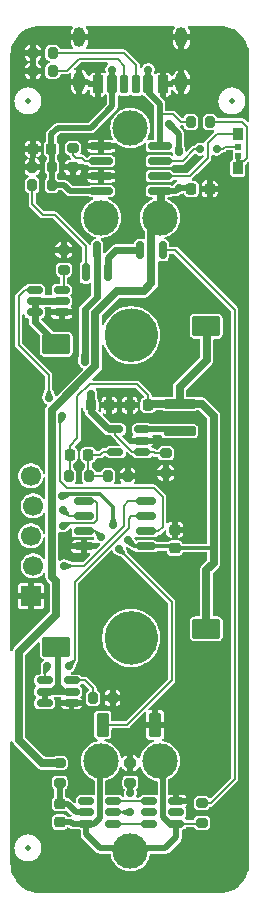
<source format=gbr>
%TF.GenerationSoftware,KiCad,Pcbnew,9.0.6*%
%TF.CreationDate,2025-12-31T13:50:19-05:00*%
%TF.ProjectId,Photon,50686f74-6f6e-42e6-9b69-6361645f7063,1.3*%
%TF.SameCoordinates,Original*%
%TF.FileFunction,Copper,L1,Top*%
%TF.FilePolarity,Positive*%
%FSLAX46Y46*%
G04 Gerber Fmt 4.6, Leading zero omitted, Abs format (unit mm)*
G04 Created by KiCad (PCBNEW 9.0.6) date 2025-12-31 13:50:19*
%MOMM*%
%LPD*%
G01*
G04 APERTURE LIST*
G04 Aperture macros list*
%AMRoundRect*
0 Rectangle with rounded corners*
0 $1 Rounding radius*
0 $2 $3 $4 $5 $6 $7 $8 $9 X,Y pos of 4 corners*
0 Add a 4 corners polygon primitive as box body*
4,1,4,$2,$3,$4,$5,$6,$7,$8,$9,$2,$3,0*
0 Add four circle primitives for the rounded corners*
1,1,$1+$1,$2,$3*
1,1,$1+$1,$4,$5*
1,1,$1+$1,$6,$7*
1,1,$1+$1,$8,$9*
0 Add four rect primitives between the rounded corners*
20,1,$1+$1,$2,$3,$4,$5,0*
20,1,$1+$1,$4,$5,$6,$7,0*
20,1,$1+$1,$6,$7,$8,$9,0*
20,1,$1+$1,$8,$9,$2,$3,0*%
G04 Aperture macros list end*
%TA.AperFunction,EtchedComponent*%
%ADD10C,2.259000*%
%TD*%
%TA.AperFunction,SMDPad,CuDef*%
%ADD11RoundRect,0.150000X0.150000X-0.587500X0.150000X0.587500X-0.150000X0.587500X-0.150000X-0.587500X0*%
%TD*%
%TA.AperFunction,SMDPad,CuDef*%
%ADD12RoundRect,0.200000X-0.275000X0.200000X-0.275000X-0.200000X0.275000X-0.200000X0.275000X0.200000X0*%
%TD*%
%TA.AperFunction,ComponentPad*%
%ADD13C,3.000000*%
%TD*%
%TA.AperFunction,SMDPad,CuDef*%
%ADD14RoundRect,0.225000X0.225000X0.250000X-0.225000X0.250000X-0.225000X-0.250000X0.225000X-0.250000X0*%
%TD*%
%TA.AperFunction,SMDPad,CuDef*%
%ADD15RoundRect,0.044000X-0.176000X0.221000X-0.176000X-0.221000X0.176000X-0.221000X0.176000X0.221000X0*%
%TD*%
%TA.AperFunction,SMDPad,CuDef*%
%ADD16RoundRect,0.088000X-0.352000X0.412000X-0.352000X-0.412000X0.352000X-0.412000X0.352000X0.412000X0*%
%TD*%
%TA.AperFunction,SMDPad,CuDef*%
%ADD17C,0.500000*%
%TD*%
%TA.AperFunction,SMDPad,CuDef*%
%ADD18RoundRect,0.150000X-0.150000X0.587500X-0.150000X-0.587500X0.150000X-0.587500X0.150000X0.587500X0*%
%TD*%
%TA.AperFunction,SMDPad,CuDef*%
%ADD19RoundRect,0.200000X-0.200000X-0.275000X0.200000X-0.275000X0.200000X0.275000X-0.200000X0.275000X0*%
%TD*%
%TA.AperFunction,SMDPad,CuDef*%
%ADD20RoundRect,0.200000X0.275000X-0.200000X0.275000X0.200000X-0.275000X0.200000X-0.275000X-0.200000X0*%
%TD*%
%TA.AperFunction,SMDPad,CuDef*%
%ADD21RoundRect,0.150000X0.512500X0.150000X-0.512500X0.150000X-0.512500X-0.150000X0.512500X-0.150000X0*%
%TD*%
%TA.AperFunction,SMDPad,CuDef*%
%ADD22RoundRect,0.150000X-0.825000X-0.150000X0.825000X-0.150000X0.825000X0.150000X-0.825000X0.150000X0*%
%TD*%
%TA.AperFunction,HeatsinkPad*%
%ADD23R,2.290000X3.000000*%
%TD*%
%TA.AperFunction,SMDPad,CuDef*%
%ADD24RoundRect,0.225000X-0.225000X-0.250000X0.225000X-0.250000X0.225000X0.250000X-0.225000X0.250000X0*%
%TD*%
%TA.AperFunction,SMDPad,CuDef*%
%ADD25RoundRect,0.200000X0.200000X0.275000X-0.200000X0.275000X-0.200000X-0.275000X0.200000X-0.275000X0*%
%TD*%
%TA.AperFunction,SMDPad,CuDef*%
%ADD26RoundRect,0.150000X-0.512500X-0.150000X0.512500X-0.150000X0.512500X0.150000X-0.512500X0.150000X0*%
%TD*%
%TA.AperFunction,SMDPad,CuDef*%
%ADD27RoundRect,0.175000X0.175000X0.625000X-0.175000X0.625000X-0.175000X-0.625000X0.175000X-0.625000X0*%
%TD*%
%TA.AperFunction,SMDPad,CuDef*%
%ADD28RoundRect,0.200000X0.200000X0.600000X-0.200000X0.600000X-0.200000X-0.600000X0.200000X-0.600000X0*%
%TD*%
%TA.AperFunction,SMDPad,CuDef*%
%ADD29RoundRect,0.225000X0.225000X0.575000X-0.225000X0.575000X-0.225000X-0.575000X0.225000X-0.575000X0*%
%TD*%
%TA.AperFunction,HeatsinkPad*%
%ADD30O,1.000000X1.700000*%
%TD*%
%TA.AperFunction,SMDPad,CuDef*%
%ADD31RoundRect,0.225000X-0.250000X0.225000X-0.250000X-0.225000X0.250000X-0.225000X0.250000X0.225000X0*%
%TD*%
%TA.AperFunction,SMDPad,CuDef*%
%ADD32RoundRect,0.105000X-0.420000X-0.895000X0.420000X-0.895000X0.420000X0.895000X-0.420000X0.895000X0*%
%TD*%
%TA.AperFunction,SMDPad,CuDef*%
%ADD33RoundRect,0.120000X1.230000X-0.280000X1.230000X0.280000X-1.230000X0.280000X-1.230000X-0.280000X0*%
%TD*%
%TA.AperFunction,SMDPad,CuDef*%
%ADD34RoundRect,0.225000X0.250000X-0.225000X0.250000X0.225000X-0.250000X0.225000X-0.250000X-0.225000X0*%
%TD*%
%TA.AperFunction,SMDPad,CuDef*%
%ADD35RoundRect,0.255000X0.945000X0.595000X-0.945000X0.595000X-0.945000X-0.595000X0.945000X-0.595000X0*%
%TD*%
%TA.AperFunction,ComponentPad*%
%ADD36R,1.700000X1.700000*%
%TD*%
%TA.AperFunction,ComponentPad*%
%ADD37C,1.700000*%
%TD*%
%TA.AperFunction,SMDPad,CuDef*%
%ADD38RoundRect,0.150000X0.675000X0.150000X-0.675000X0.150000X-0.675000X-0.150000X0.675000X-0.150000X0*%
%TD*%
%TA.AperFunction,ViaPad*%
%ADD39C,0.700000*%
%TD*%
%TA.AperFunction,Conductor*%
%ADD40C,0.200000*%
%TD*%
%TA.AperFunction,Conductor*%
%ADD41C,0.600000*%
%TD*%
%TA.AperFunction,Conductor*%
%ADD42C,0.500000*%
%TD*%
%TA.AperFunction,Conductor*%
%ADD43C,0.700000*%
%TD*%
%TA.AperFunction,Conductor*%
%ADD44C,0.300000*%
%TD*%
G04 APERTURE END LIST*
%TO.C,D2*%
D10*
X54088500Y-47017000D02*
G75*
G02*
X51829500Y-47017000I-1129500J0D01*
G01*
X51829500Y-47017000D02*
G75*
G02*
X54088500Y-47017000I1129500J0D01*
G01*
%TO.C,D3*%
X54088500Y-72644000D02*
G75*
G02*
X51829500Y-72644000I-1129500J0D01*
G01*
X51829500Y-72644000D02*
G75*
G02*
X54088500Y-72644000I1129500J0D01*
G01*
%TD*%
D11*
%TO.P,Q1,1,G*%
%TO.N,/DSBL*%
X49088000Y-41704500D03*
%TO.P,Q1,2,S*%
%TO.N,PACK_SAFE*%
X50988000Y-41704500D03*
%TO.P,Q1,3,D*%
%TO.N,/VBAT_SYS*%
X50038000Y-39829500D03*
%TD*%
D12*
%TO.P,R6,1*%
%TO.N,/VBAT_SYS*%
X55880000Y-57024000D03*
%TO.P,R6,2*%
%TO.N,GND*%
X55880000Y-58674000D03*
%TD*%
D13*
%TO.P,BT1,2,-*%
%TO.N,/Bat-*%
X52878800Y-90668000D03*
X50378800Y-83068000D03*
X55378800Y-83068000D03*
%TO.P,BT1,1,+*%
%TO.N,+BATT*%
X50378800Y-37068000D03*
X55378800Y-37068000D03*
X52878800Y-29468000D03*
%TD*%
D14*
%TO.P,C2,2*%
%TO.N,/VBAT_SYS*%
X49530000Y-52959000D03*
%TO.P,C2,1*%
%TO.N,GND*%
X51080000Y-52959000D03*
%TD*%
%TO.P,C6,2*%
%TO.N,+BATT*%
X58051400Y-34629600D03*
%TO.P,C6,1*%
%TO.N,GND*%
X59601400Y-34629600D03*
%TD*%
D15*
%TO.P,D1,1,A1*%
%TO.N,/LED_PWR*%
X61976000Y-31828500D03*
%TO.P,D1,2,K1*%
%TO.N,/CHRG*%
X61976000Y-31048500D03*
D16*
%TO.P,D1,3,A2*%
%TO.N,/LED_PWR*%
X61976000Y-32883500D03*
%TO.P,D1,4,K2*%
%TO.N,/STDBY*%
X61976000Y-29983500D03*
%TD*%
D17*
%TO.P,FID1,*%
%TO.N,*%
X61468000Y-27178000D03*
%TD*%
%TO.P,FID2,*%
%TO.N,*%
X44196000Y-90424000D03*
%TD*%
%TO.P,FID3,*%
%TO.N,*%
X44196000Y-27178000D03*
%TD*%
D18*
%TO.P,Q2,3,D*%
%TO.N,+BATT*%
X54660800Y-41704500D03*
%TO.P,Q2,2,S*%
%TO.N,PACK_SAFE*%
X53710800Y-39829500D03*
%TO.P,Q2,1,G*%
%TO.N,/BAT_DSBL*%
X55610800Y-39829500D03*
%TD*%
D19*
%TO.P,R4,2*%
%TO.N,5V*%
X46228000Y-34290000D03*
%TO.P,R4,1*%
%TO.N,/DSBL*%
X44578000Y-34290000D03*
%TD*%
D12*
%TO.P,R14,2*%
%TO.N,/DW01A_VCC*%
X46888400Y-84899000D03*
%TO.P,R14,1*%
%TO.N,+BATT*%
X46888400Y-83249000D03*
%TD*%
D19*
%TO.P,R16,2*%
%TO.N,GND*%
X51371000Y-77724000D03*
%TO.P,R16,1*%
%TO.N,/Rext2*%
X49721000Y-77724000D03*
%TD*%
D12*
%TO.P,R17,2*%
%TO.N,/VM*%
X52878800Y-84899000D03*
%TO.P,R17,1*%
%TO.N,GND*%
X52878800Y-83249000D03*
%TD*%
D20*
%TO.P,R19,2*%
%TO.N,/BAT_DSBL*%
X58928000Y-86639800D03*
%TO.P,R19,1*%
%TO.N,/Bat-*%
X58928000Y-88289800D03*
%TD*%
D21*
%TO.P,U3,1,EN*%
%TO.N,/VBAT_SYS*%
X53889500Y-56891000D03*
%TO.P,U3,2,GND*%
%TO.N,GND*%
X53889500Y-55941000D03*
%TO.P,U3,3,LX*%
%TO.N,/LX*%
X53889500Y-54991000D03*
%TO.P,U3,4,Vin*%
%TO.N,/VBAT_SYS*%
X51614500Y-54991000D03*
%TO.P,U3,5,FB*%
%TO.N,/FB*%
X51614500Y-56891000D03*
%TD*%
D22*
%TO.P,U2,1,TEMP*%
%TO.N,GND*%
X50403800Y-31009400D03*
%TO.P,U2,2,PROG*%
%TO.N,/Iset*%
X50403800Y-32279400D03*
%TO.P,U2,3,GND*%
%TO.N,GND*%
X50403800Y-33549400D03*
%TO.P,U2,4,V_{CC}*%
%TO.N,5V*%
X50403800Y-34819400D03*
%TO.P,U2,5,BAT*%
%TO.N,+BATT*%
X55353800Y-34819400D03*
%TO.P,U2,6,~{STDBY}*%
%TO.N,/STDBY*%
X55353800Y-33549400D03*
%TO.P,U2,7,~{CHRG}*%
%TO.N,/CHRG*%
X55353800Y-32279400D03*
%TO.P,U2,8,CE*%
%TO.N,5V*%
X55353800Y-31009400D03*
D23*
%TO.P,U2,9,EPAD*%
%TO.N,GND*%
X52878800Y-32914400D03*
%TD*%
D24*
%TO.P,C3,2*%
%TO.N,5V*%
X46178000Y-31226000D03*
%TO.P,C3,1*%
%TO.N,GND*%
X44628000Y-31226000D03*
%TD*%
D14*
%TO.P,C4,2*%
%TO.N,+3V3*%
X47752000Y-57150000D03*
%TO.P,C4,1*%
%TO.N,/FB*%
X49302000Y-57150000D03*
%TD*%
D24*
%TO.P,C5,2*%
%TO.N,+3V3*%
X54382000Y-52959000D03*
%TO.P,C5,1*%
%TO.N,GND*%
X52832000Y-52959000D03*
%TD*%
D25*
%TO.P,R5,2*%
%TO.N,GND*%
X44578000Y-32766000D03*
%TO.P,R5,1*%
%TO.N,5V*%
X46228000Y-32766000D03*
%TD*%
D19*
%TO.P,R7,2*%
%TO.N,/LED_PWR*%
X59631400Y-28956000D03*
%TO.P,R7,1*%
%TO.N,5V*%
X57981400Y-28956000D03*
%TD*%
D12*
%TO.P,R10,2*%
%TO.N,GND*%
X48006000Y-32813000D03*
%TO.P,R10,1*%
%TO.N,/Iset*%
X48006000Y-31163000D03*
%TD*%
D20*
%TO.P,R13,2*%
%TO.N,GND*%
X47244000Y-39815000D03*
%TO.P,R13,1*%
%TO.N,/Rext1*%
X47244000Y-41465000D03*
%TD*%
D26*
%TO.P,U4,6,Rext*%
%TO.N,/Rext1*%
X47062428Y-43182724D03*
%TO.P,U4,5,OUT*%
%TO.N,/OUT_LED1*%
X47062428Y-44132724D03*
%TO.P,U4,4,GND*%
%TO.N,GND*%
X47062428Y-45082724D03*
%TO.P,U4,3,OUT*%
%TO.N,/OUT_LED1*%
X44787428Y-45082724D03*
%TO.P,U4,2,OUT*%
X44787428Y-44132724D03*
%TO.P,U4,1,EN*%
%TO.N,/LED1_EN*%
X44787428Y-43182724D03*
%TD*%
D21*
%TO.P,U5,6,GND*%
%TO.N,/Bat-*%
X49154500Y-88364000D03*
%TO.P,U5,5,VCC*%
%TO.N,/DW01A_VCC*%
X49154500Y-87414000D03*
%TO.P,U5,4,TD*%
%TO.N,unconnected-(U5-TD-Pad4)*%
X49154500Y-86464000D03*
%TO.P,U5,3,OC*%
%TO.N,/OC*%
X51429500Y-86464000D03*
%TO.P,U5,2,VM*%
%TO.N,/VM*%
X51429500Y-87414000D03*
%TO.P,U5,1,OD*%
%TO.N,/OD*%
X51429500Y-88364000D03*
%TD*%
%TO.P,U6,6,G1*%
%TO.N,/OD*%
X54488500Y-88364000D03*
%TO.P,U6,5,D1/D2*%
%TO.N,unconnected-(U6-D1{slash}D2-Pad5)*%
X54488500Y-87414000D03*
%TO.P,U6,4,G2*%
%TO.N,/OC*%
X54488500Y-86464000D03*
%TO.P,U6,3,S2*%
%TO.N,GND*%
X56763500Y-86464000D03*
%TO.P,U6,2,D1/D2*%
%TO.N,unconnected-(U6-D1{slash}D2-Pad2)*%
X56763500Y-87414000D03*
%TO.P,U6,1,S1*%
%TO.N,/Bat-*%
X56763500Y-88364000D03*
%TD*%
D27*
%TO.P,J1,A5,CC1*%
%TO.N,/CC1*%
X53378800Y-25786000D03*
D28*
%TO.P,J1,A9,VBUS*%
%TO.N,5V*%
X51358800Y-25786000D03*
D29*
%TO.P,J1,A12,GND*%
%TO.N,GND*%
X50128800Y-25786000D03*
D27*
%TO.P,J1,B5,CC2*%
%TO.N,/CC2*%
X52378800Y-25786000D03*
D28*
%TO.P,J1,B9,VBUS*%
%TO.N,5V*%
X54398800Y-25786000D03*
D29*
%TO.P,J1,B12,GND*%
%TO.N,GND*%
X55628800Y-25786000D03*
D30*
%TO.P,J1,S1,SHIELD*%
X57198800Y-25606000D03*
X57198800Y-21806000D03*
X48558800Y-25606000D03*
X48558800Y-21806000D03*
%TD*%
D19*
%TO.P,R9,1*%
%TO.N,/FB*%
X51004000Y-58928000D03*
%TO.P,R9,2*%
%TO.N,GND*%
X52654000Y-58928000D03*
%TD*%
D31*
%TO.P,C1,1*%
%TO.N,GND*%
X56642000Y-63487000D03*
%TO.P,C1,2*%
%TO.N,+3V3*%
X56642000Y-65037000D03*
%TD*%
D25*
%TO.P,R2,1*%
%TO.N,/CC2*%
X46291000Y-24638000D03*
%TO.P,R2,2*%
%TO.N,GND*%
X44641000Y-24638000D03*
%TD*%
%TO.P,R1,1*%
%TO.N,/CC1*%
X46291000Y-23114000D03*
%TO.P,R1,2*%
%TO.N,GND*%
X44641000Y-23114000D03*
%TD*%
D32*
%TO.P,SW1,1,1*%
%TO.N,/BTN*%
X50546000Y-80010000D03*
%TO.P,SW1,2,2*%
%TO.N,GND*%
X54991000Y-80010000D03*
%TD*%
D26*
%TO.P,U7,1,EN*%
%TO.N,/LED2_EN*%
X45617500Y-76247000D03*
%TO.P,U7,2,OUT*%
%TO.N,/OUT_LED2*%
X45617500Y-77197000D03*
%TO.P,U7,3,OUT*%
X45617500Y-78147000D03*
%TO.P,U7,4,GND*%
%TO.N,GND*%
X47892500Y-78147000D03*
%TO.P,U7,5,OUT*%
%TO.N,/OUT_LED2*%
X47892500Y-77197000D03*
%TO.P,U7,6,Rext*%
%TO.N,/Rext2*%
X47892500Y-76247000D03*
%TD*%
D33*
%TO.P,L1,1,1*%
%TO.N,/LX*%
X57038386Y-55143400D03*
%TO.P,L1,2,2*%
%TO.N,+3V3*%
X57038386Y-52832000D03*
%TD*%
D34*
%TO.P,C7,1*%
%TO.N,/Bat-*%
X46888400Y-88239800D03*
%TO.P,C7,2*%
%TO.N,/DW01A_VCC*%
X46888400Y-86689800D03*
%TD*%
D19*
%TO.P,R8,1*%
%TO.N,+3V3*%
X47702000Y-58928000D03*
%TO.P,R8,2*%
%TO.N,/FB*%
X49352000Y-58928000D03*
%TD*%
D35*
%TO.P,D2,1,K*%
%TO.N,/OUT_LED1*%
X46609000Y-47779000D03*
%TO.P,D2,2,A*%
%TO.N,+3V3*%
X59309000Y-46255000D03*
%TD*%
%TO.P,D3,1,K*%
%TO.N,/OUT_LED2*%
X46609000Y-73406000D03*
%TO.P,D3,2,A*%
%TO.N,+3V3*%
X59309000Y-71882000D03*
%TD*%
D36*
%TO.P,J2,1,Pin_1*%
%TO.N,GND*%
X44450000Y-69088000D03*
D37*
%TO.P,J2,2,Pin_2*%
%TO.N,/SWC*%
X44650000Y-66548000D03*
%TO.P,J2,3,Pin_3*%
%TO.N,/SWD*%
X44450000Y-64008000D03*
%TO.P,J2,4,Pin_4*%
%TO.N,/NRST*%
X44650000Y-61468000D03*
%TO.P,J2,5,Pin_5*%
%TO.N,+3V3*%
X44450000Y-58928000D03*
%TD*%
D38*
%TO.P,U1,1,VDD*%
%TO.N,+3V3*%
X54187000Y-64897000D03*
%TO.P,U1,2,PA4/PA10*%
%TO.N,/LED1_EN*%
X54187000Y-63627000D03*
%TO.P,U1,3,PA3*%
%TO.N,/LED2_EN*%
X54187000Y-62357000D03*
%TO.P,U1,4,PA14/PB3/SWC*%
%TO.N,/SWC*%
X54187000Y-61087000D03*
%TO.P,U1,5,PA13/SWD*%
%TO.N,/SWD*%
X48937000Y-61087000D03*
%TO.P,U1,6,PA2/PF2/NRST*%
%TO.N,/NRST*%
X48937000Y-62357000D03*
%TO.P,U1,7,PA1*%
%TO.N,/BTN*%
X48937000Y-63627000D03*
%TO.P,U1,8,GND*%
%TO.N,GND*%
X48937000Y-64897000D03*
%TD*%
D39*
%TO.N,GND*%
X52878800Y-32914400D03*
%TO.N,/CHRG*%
X58779350Y-31270657D03*
X60169343Y-31270657D03*
%TO.N,+BATT*%
X56997600Y-31496000D03*
X56153800Y-29159400D03*
X56997600Y-34544000D03*
%TO.N,/VM*%
X52878800Y-87414000D03*
X52878800Y-85814000D03*
%TO.N,/LED1_EN*%
X45972603Y-52322603D03*
X47128000Y-53848000D03*
%TO.N,GND*%
X43434000Y-32766000D03*
X49149000Y-54483000D03*
X55626000Y-24526000D03*
X62484000Y-53340000D03*
X52705000Y-55626000D03*
X53848000Y-58928000D03*
X51816000Y-51816000D03*
X52070000Y-53848000D03*
X57150000Y-27432000D03*
X59690000Y-82550000D03*
X57658000Y-58674000D03*
X56642000Y-62230000D03*
X50546000Y-51816000D03*
X60706000Y-34544000D03*
X45212000Y-80772000D03*
X47892500Y-79248000D03*
X62484000Y-43688000D03*
X43688000Y-23114000D03*
X43942000Y-84582000D03*
X47498000Y-64897000D03*
X50128800Y-24526000D03*
X48006000Y-33782000D03*
X55372000Y-66548000D03*
X61976000Y-88392000D03*
X43688000Y-24638000D03*
X47244000Y-38872000D03*
X62484000Y-80010000D03*
X48514000Y-27432000D03*
X57658000Y-73914000D03*
X52832000Y-21844000D03*
X52878800Y-82296000D03*
X43434000Y-31242000D03*
X60452000Y-73914000D03*
X52578000Y-77724000D03*
X52324000Y-50292000D03*
X60960000Y-63246000D03*
X49149000Y-55880000D03*
X48260000Y-92710000D03*
X47062428Y-45820724D03*
X54864000Y-51308000D03*
X44450000Y-70866000D03*
X46990000Y-50546000D03*
X44450000Y-39878000D03*
X43942000Y-52324000D03*
X58420000Y-92456000D03*
X50800000Y-50292000D03*
X53086000Y-51816000D03*
X56388000Y-80010000D03*
X56763500Y-85686800D03*
X53848000Y-50292000D03*
%TO.N,/NRST*%
X47161000Y-61805000D03*
%TO.N,/LED2_EN*%
X47639116Y-75057000D03*
X45836000Y-75057000D03*
%TO.N,/SWC*%
X47244000Y-66548000D03*
%TO.N,+3V3*%
X47128000Y-60593980D03*
X52641539Y-64325539D03*
X51435766Y-63119768D03*
%TO.N,/VBAT_SYS*%
X49537620Y-51965620D03*
X49022000Y-49273206D03*
%TO.N,/SWD*%
X47161000Y-63163000D03*
%TO.N,5V*%
X54398800Y-24526000D03*
X51308000Y-24526000D03*
%TO.N,/BTN*%
X50368219Y-64084219D03*
X51883065Y-65091065D03*
%TO.N,GND*%
X62484000Y-66294000D03*
%TD*%
D40*
%TO.N,+3V3*%
X48387000Y-52197000D02*
X48387000Y-55753000D01*
X47752000Y-56388000D02*
X47752000Y-57150000D01*
X53451147Y-51165147D02*
X49418853Y-51165147D01*
X54382000Y-52096000D02*
X53451147Y-51165147D01*
X48387000Y-55753000D02*
X47752000Y-56388000D01*
X54382000Y-52565430D02*
X54382000Y-52096000D01*
X49418853Y-51165147D02*
X48387000Y-52197000D01*
D41*
%TO.N,PACK_SAFE*%
X50988000Y-40452000D02*
X50988000Y-41577500D01*
X51610500Y-39829500D02*
X50988000Y-40452000D01*
X53710800Y-39829500D02*
X51610500Y-39829500D01*
D40*
%TO.N,/BAT_DSBL*%
X61722000Y-84582000D02*
X61722000Y-44856400D01*
X56695100Y-39829500D02*
X55610800Y-39829500D01*
X59664200Y-86639800D02*
X61722000Y-84582000D01*
X61722000Y-44856400D02*
X56695100Y-39829500D01*
X58928000Y-86639800D02*
X59664200Y-86639800D01*
%TO.N,/VBAT_SYS*%
X54859000Y-56891000D02*
X53889500Y-56891000D01*
X54992000Y-57024000D02*
X54859000Y-56891000D01*
X55880000Y-57024000D02*
X54992000Y-57024000D01*
X53889500Y-56891000D02*
X53049346Y-56891000D01*
X53049346Y-56891000D02*
X51614500Y-55456154D01*
X51614500Y-55456154D02*
X51614500Y-54991000D01*
D41*
X51028600Y-54991000D02*
X49530000Y-53492400D01*
X51614500Y-54991000D02*
X51028600Y-54991000D01*
X49530000Y-53492400D02*
X49530000Y-52959000D01*
X50038000Y-43815000D02*
X50038000Y-39702500D01*
X49022000Y-44831000D02*
X50038000Y-43815000D01*
D40*
%TO.N,/STDBY*%
X60186500Y-29983500D02*
X61976000Y-29983500D01*
X59436000Y-30734000D02*
X60186500Y-29983500D01*
X59436000Y-32004000D02*
X59436000Y-30734000D01*
X57890600Y-33549400D02*
X59436000Y-32004000D01*
X55353800Y-33549400D02*
X57890600Y-33549400D01*
%TO.N,/CHRG*%
X60899500Y-31048500D02*
X61976000Y-31048500D01*
X60706000Y-31242000D02*
X60899500Y-31048500D01*
X60198000Y-31242000D02*
X60706000Y-31242000D01*
X60169343Y-31270657D02*
X60198000Y-31242000D01*
X58779350Y-31270657D02*
X58304813Y-31270657D01*
X58304813Y-31270657D02*
X57296070Y-32279400D01*
X57296070Y-32279400D02*
X55353800Y-32279400D01*
D42*
%TO.N,+BATT*%
X55353800Y-34819400D02*
X56722200Y-34819400D01*
X56997600Y-34544000D02*
X57965800Y-34544000D01*
X56722200Y-34819400D02*
X56997600Y-34544000D01*
D43*
X55459000Y-36068000D02*
X55459000Y-34924600D01*
D42*
X57965800Y-34544000D02*
X58051400Y-34629600D01*
X56997600Y-31496000D02*
X56997600Y-30003200D01*
X56997600Y-30003200D02*
X56153800Y-29159400D01*
D41*
X53112800Y-28702000D02*
X52878800Y-28468000D01*
D40*
%TO.N,/LED_PWR*%
X62757628Y-29356628D02*
X62357000Y-28956000D01*
X62484000Y-32258000D02*
X62757628Y-31984372D01*
X61976000Y-32258000D02*
X62484000Y-32258000D01*
X62757628Y-31984372D02*
X62757628Y-29356628D01*
X62357000Y-28956000D02*
X59631400Y-28956000D01*
D44*
X61976000Y-32258000D02*
X61976000Y-32883500D01*
X61976000Y-31828500D02*
X61976000Y-32258000D01*
D40*
%TO.N,/VBAT_SYS*%
X53894500Y-56896000D02*
X53889500Y-56891000D01*
%TO.N,/VM*%
X51642000Y-87414000D02*
X52878800Y-87414000D01*
X52878800Y-85814000D02*
X52878800Y-84899000D01*
%TO.N,/Iset*%
X49043400Y-32279400D02*
X48768000Y-32004000D01*
X50403800Y-32279400D02*
X49043400Y-32279400D01*
X48768000Y-32004000D02*
X48260000Y-32004000D01*
X48260000Y-32004000D02*
X48006000Y-31750000D01*
X48006000Y-31750000D02*
X48006000Y-31163000D01*
%TO.N,/LED1_EN*%
X43434000Y-43688000D02*
X43939276Y-43182724D01*
X43434000Y-47879000D02*
X43434000Y-43688000D01*
X43939276Y-43182724D02*
X44787428Y-43182724D01*
X45972603Y-50417603D02*
X43434000Y-47879000D01*
X45972603Y-52322603D02*
X45972603Y-50417603D01*
X46879000Y-54097000D02*
X46879000Y-59325000D01*
X47128000Y-53848000D02*
X46879000Y-54097000D01*
X46879000Y-59325000D02*
X47498000Y-59944000D01*
X47498000Y-59944000D02*
X54864000Y-59944000D01*
X54864000Y-59944000D02*
X55626000Y-60706000D01*
X55626000Y-60706000D02*
X55626000Y-63256500D01*
X55626000Y-63256500D02*
X55255500Y-63627000D01*
X55255500Y-63627000D02*
X54187000Y-63627000D01*
D42*
%TO.N,GND*%
X55626000Y-24526000D02*
X55628800Y-24528800D01*
D40*
%TO.N,/FB*%
X50292000Y-57150000D02*
X50551000Y-56891000D01*
X51397000Y-56891000D02*
X51402000Y-56896000D01*
X49302000Y-57150000D02*
X49302000Y-58878000D01*
X50551000Y-56891000D02*
X51397000Y-56891000D01*
X49352000Y-58928000D02*
X51004000Y-58928000D01*
X49302000Y-58878000D02*
X49352000Y-58928000D01*
X49302000Y-57150000D02*
X50292000Y-57150000D01*
D41*
%TO.N,/OUT_LED1*%
X44787428Y-45082724D02*
X44787428Y-45910628D01*
X44787428Y-45082724D02*
X44787428Y-44132724D01*
X44787428Y-45910628D02*
X46655800Y-47779000D01*
X44787428Y-44132724D02*
X47078499Y-44132724D01*
D42*
%TO.N,/OUT_LED2*%
X45617500Y-77197000D02*
X46241999Y-77197000D01*
X46736000Y-76702999D02*
X46736000Y-76581000D01*
X46736000Y-76740999D02*
X46736000Y-76581000D01*
X46241999Y-77197000D02*
X46736000Y-76702999D01*
X47892500Y-77197000D02*
X47230001Y-77197000D01*
X46736000Y-73486200D02*
X46655800Y-73406000D01*
X46736000Y-76581000D02*
X46736000Y-73486200D01*
X47230001Y-77197000D02*
X46736000Y-76702999D01*
X47892500Y-77197000D02*
X45617500Y-77197000D01*
X45617500Y-78147000D02*
X45617500Y-77197000D01*
%TO.N,/LX*%
X57038386Y-55143400D02*
X56885986Y-54991000D01*
X56885986Y-54991000D02*
X53889500Y-54991000D01*
X57038386Y-55143400D02*
X57112200Y-55143400D01*
D40*
%TO.N,/NRST*%
X47161000Y-61805000D02*
X47713000Y-62357000D01*
X47713000Y-62357000D02*
X48937000Y-62357000D01*
%TO.N,/LED2_EN*%
X52959000Y-62357000D02*
X54187000Y-62357000D01*
X45836000Y-75057000D02*
X45617500Y-75275500D01*
X47639116Y-75057000D02*
X48156800Y-74539316D01*
X45617500Y-75275500D02*
X45617500Y-76247000D01*
X48156800Y-67885073D02*
X52725000Y-63316873D01*
X48156800Y-74539316D02*
X48156800Y-67885073D01*
X52725000Y-63316873D02*
X52725000Y-62591000D01*
X52725000Y-62591000D02*
X52959000Y-62357000D01*
%TO.N,/SWC*%
X47244000Y-66548000D02*
X48926773Y-66548000D01*
X52705000Y-61087000D02*
X54187000Y-61087000D01*
X48926773Y-66548000D02*
X52324000Y-63150773D01*
X52324000Y-63150773D02*
X52324000Y-61468000D01*
X52324000Y-61468000D02*
X52705000Y-61087000D01*
%TO.N,/Rext1*%
X47244000Y-43001152D02*
X47062428Y-43182724D01*
X47274928Y-43182724D02*
X47274928Y-42970224D01*
X47244000Y-41465000D02*
X47244000Y-43001152D01*
X47234000Y-41455000D02*
X47244000Y-41465000D01*
%TO.N,/Rext2*%
X49721000Y-76899000D02*
X49721000Y-77978000D01*
X48105000Y-76247000D02*
X49069000Y-76247000D01*
X49069000Y-76247000D02*
X49721000Y-76899000D01*
D44*
%TO.N,+3V3*%
X54187000Y-64897000D02*
X53213000Y-64897000D01*
D43*
X58928000Y-52832000D02*
X59944000Y-53848000D01*
D44*
X51435766Y-61595766D02*
X50276000Y-60436000D01*
D40*
X47752000Y-57150000D02*
X47752000Y-58878000D01*
D44*
X54187000Y-64897000D02*
X56502000Y-64897000D01*
X50276000Y-60436000D02*
X47285980Y-60436000D01*
D43*
X59944000Y-53848000D02*
X59944000Y-65024000D01*
X57038386Y-52832000D02*
X57038386Y-51419614D01*
X57038386Y-51419614D02*
X59355800Y-49102200D01*
D44*
X51435766Y-63119768D02*
X51435766Y-61595766D01*
X47285980Y-60436000D02*
X47128000Y-60593980D01*
X59931000Y-65037000D02*
X59944000Y-65024000D01*
X53213000Y-64897000D02*
X52641539Y-64325539D01*
X56502000Y-64897000D02*
X56642000Y-65037000D01*
D43*
X57038386Y-52832000D02*
X58928000Y-52832000D01*
D40*
X47752000Y-58878000D02*
X47702000Y-58928000D01*
D44*
X56642000Y-65037000D02*
X59931000Y-65037000D01*
D43*
X54382000Y-52832000D02*
X57038386Y-52832000D01*
X59355800Y-49102200D02*
X59355800Y-46393214D01*
D41*
%TO.N,/VBAT_SYS*%
X49530000Y-52224000D02*
X49530000Y-52959000D01*
X49537620Y-52216380D02*
X49530000Y-52224000D01*
X49022000Y-49273206D02*
X49022000Y-44831000D01*
X49537620Y-51965620D02*
X49537620Y-52216380D01*
D40*
%TO.N,/SWD*%
X47366000Y-62958000D02*
X49802968Y-62958000D01*
X49911000Y-61087000D02*
X48937000Y-61087000D01*
X50063000Y-62697968D02*
X50063000Y-61239000D01*
X50063000Y-61239000D02*
X49911000Y-61087000D01*
X49802968Y-62958000D02*
X50063000Y-62697968D01*
X47161000Y-63163000D02*
X47366000Y-62958000D01*
D42*
%TO.N,5V*%
X51308000Y-24526000D02*
X51308000Y-25735200D01*
X46736000Y-29464000D02*
X46178000Y-30022000D01*
X55353800Y-28295600D02*
X55353800Y-28600400D01*
X51358800Y-25786000D02*
X51358800Y-27635200D01*
X51308000Y-25735200D02*
X51358800Y-25786000D01*
X46228000Y-31276000D02*
X46228000Y-34290000D01*
D40*
X55678600Y-28315600D02*
X55353800Y-27990800D01*
D42*
X46178000Y-30022000D02*
X46178000Y-31226000D01*
X54398800Y-24526000D02*
X54398800Y-26458800D01*
D40*
X55829200Y-28315600D02*
X55638600Y-28315600D01*
X55638600Y-28315600D02*
X55353800Y-28600400D01*
D42*
X46228000Y-34290000D02*
X47244000Y-34290000D01*
X55353800Y-27990800D02*
X55353800Y-28295600D01*
X54398800Y-26458800D02*
X55353800Y-27413800D01*
X51308000Y-24526000D02*
X51358800Y-24576800D01*
D40*
X57981400Y-28956000D02*
X57150000Y-28956000D01*
D42*
X47773400Y-34819400D02*
X50403800Y-34819400D01*
D40*
X57150000Y-28956000D02*
X56509600Y-28315600D01*
D42*
X51358800Y-25786000D02*
X51308000Y-25836800D01*
X49530000Y-29464000D02*
X46736000Y-29464000D01*
X55353800Y-28600400D02*
X55353800Y-31009400D01*
D40*
X55829200Y-28315600D02*
X55373800Y-28315600D01*
X56509600Y-28315600D02*
X55829200Y-28315600D01*
X55829200Y-28315600D02*
X55678600Y-28315600D01*
D42*
X55353800Y-27413800D02*
X55353800Y-27990800D01*
D40*
X55373800Y-28315600D02*
X55353800Y-28295600D01*
D42*
X47244000Y-34290000D02*
X47773400Y-34819400D01*
X51358800Y-27635200D02*
X49530000Y-29464000D01*
%TO.N,/DW01A_VCC*%
X46888400Y-86689800D02*
X46888400Y-84899000D01*
X47573800Y-86689800D02*
X46888400Y-86689800D01*
X49154500Y-87414000D02*
X48298000Y-87414000D01*
X48298000Y-87414000D02*
X47573800Y-86689800D01*
D40*
%TO.N,/CC1*%
X53378800Y-26040000D02*
X53378800Y-24168800D01*
X52324000Y-23114000D02*
X46291000Y-23114000D01*
X53378800Y-24168800D02*
X52324000Y-23114000D01*
%TO.N,/CC2*%
X47498000Y-24638000D02*
X46291000Y-24638000D01*
X51816000Y-23622000D02*
X48514000Y-23622000D01*
X52378800Y-26040000D02*
X52378800Y-24184800D01*
X52378800Y-24184800D02*
X51816000Y-23622000D01*
X48514000Y-23622000D02*
X47498000Y-24638000D01*
%TO.N,/DSBL*%
X45466000Y-36830000D02*
X44578000Y-35942000D01*
X49088000Y-41577500D02*
X49088000Y-39436000D01*
X49088000Y-39436000D02*
X46482000Y-36830000D01*
X44578000Y-35942000D02*
X44578000Y-34776500D01*
X46482000Y-36830000D02*
X45466000Y-36830000D01*
%TO.N,/OD*%
X51642000Y-88364000D02*
X54276000Y-88364000D01*
%TO.N,/OC*%
X51642000Y-86464000D02*
X54276000Y-86464000D01*
D42*
%TO.N,/Bat-*%
X50378800Y-84068000D02*
X50292000Y-84154800D01*
D40*
X56763500Y-88364000D02*
X58853800Y-88364000D01*
D41*
X56196001Y-88364000D02*
X56763500Y-88364000D01*
D42*
X50330000Y-90462000D02*
X49154500Y-89286500D01*
X55626000Y-87793999D02*
X56196001Y-88364000D01*
X49154500Y-89286500D02*
X49154500Y-88364000D01*
X56763500Y-89540500D02*
X55842000Y-90462000D01*
X47978000Y-88364000D02*
X47853800Y-88239800D01*
X50292000Y-87888999D02*
X49816999Y-88364000D01*
X50292000Y-83938800D02*
X50292000Y-87888999D01*
D41*
X55378800Y-84068000D02*
X55557000Y-84246200D01*
D42*
X55842000Y-90462000D02*
X50330000Y-90462000D01*
X55626000Y-84099200D02*
X55626000Y-87793999D01*
X55557000Y-84246200D02*
X55626000Y-84315200D01*
D40*
X58853800Y-88364000D02*
X58928000Y-88289800D01*
D42*
X47853800Y-88239800D02*
X47650200Y-88239800D01*
X49816999Y-88364000D02*
X49154500Y-88364000D01*
X49154500Y-88364000D02*
X47978000Y-88364000D01*
X56763500Y-88364000D02*
X56763500Y-89540500D01*
X47650200Y-88239800D02*
X46888400Y-88239800D01*
D40*
%TO.N,/BTN*%
X49911000Y-63627000D02*
X50368219Y-64084219D01*
X48937000Y-63627000D02*
X49911000Y-63627000D01*
X51883065Y-65091065D02*
X56388000Y-69596000D01*
X56388000Y-76200000D02*
X52578000Y-80010000D01*
X56388000Y-69596000D02*
X56388000Y-76200000D01*
X52578000Y-80010000D02*
X50546000Y-80010000D01*
%TO.N,/LED_PWR*%
X61976000Y-32883500D02*
X62229423Y-32630077D01*
D43*
%TO.N,+3V3*%
X59309000Y-66929000D02*
X59944000Y-66294000D01*
X59309000Y-71882000D02*
X59309000Y-66929000D01*
X59944000Y-66294000D02*
X59944000Y-65024000D01*
%TO.N,+BATT*%
X43441023Y-81287023D02*
X45403000Y-83249000D01*
X45403000Y-83249000D02*
X46888400Y-83249000D01*
X43441023Y-73841246D02*
X43441023Y-81287023D01*
X46599840Y-67834240D02*
X46599840Y-70682429D01*
X46228000Y-53340000D02*
X46228000Y-67462400D01*
X46228000Y-67462400D02*
X46599840Y-67834240D01*
X49393794Y-50174206D02*
X46228000Y-53340000D01*
X49395207Y-50174206D02*
X49393794Y-50174206D01*
X51774896Y-43281600D02*
X49923000Y-45133496D01*
X54000400Y-43281600D02*
X51774896Y-43281600D01*
X49923000Y-45133496D02*
X49923000Y-49646413D01*
X54660800Y-42621200D02*
X54000400Y-43281600D01*
X49923000Y-49646413D02*
X49395207Y-50174206D01*
X54660800Y-39702500D02*
X54660800Y-36786000D01*
X54660800Y-39702500D02*
X54660800Y-42621200D01*
X54660800Y-36786000D02*
X55378800Y-36068000D01*
X46599840Y-70682429D02*
X43441023Y-73841246D01*
%TD*%
%TA.AperFunction,Conductor*%
%TO.N,GND*%
G36*
X61551641Y-31367907D02*
G01*
X61587605Y-31417407D01*
X61587605Y-31478593D01*
X61575766Y-31503000D01*
X61569686Y-31512098D01*
X61569685Y-31512100D01*
X61555500Y-31583416D01*
X61555500Y-32073577D01*
X61555502Y-32073589D01*
X61560644Y-32099444D01*
X61553451Y-32160205D01*
X61511917Y-32205134D01*
X61503535Y-32209319D01*
X61458135Y-32229365D01*
X61381866Y-32305634D01*
X61338298Y-32404306D01*
X61335500Y-32428424D01*
X61335500Y-33338567D01*
X61335501Y-33338569D01*
X61338298Y-33362695D01*
X61361546Y-33415345D01*
X61381866Y-33461366D01*
X61458134Y-33537634D01*
X61556804Y-33581201D01*
X61580929Y-33584000D01*
X62371070Y-33583999D01*
X62395196Y-33581201D01*
X62493866Y-33537634D01*
X62570134Y-33461366D01*
X62613701Y-33362696D01*
X62616500Y-33338571D01*
X62616499Y-32585645D01*
X62635406Y-32527455D01*
X62647035Y-32514136D01*
X62655657Y-32505880D01*
X62668511Y-32498460D01*
X62724460Y-32442511D01*
X62783237Y-32383733D01*
X62784036Y-32382969D01*
X62810668Y-32370120D01*
X62837013Y-32356698D01*
X62838126Y-32356874D01*
X62839143Y-32356384D01*
X62868232Y-32361642D01*
X62897445Y-32366269D01*
X62898243Y-32367067D01*
X62899353Y-32367268D01*
X62919790Y-32388614D01*
X62940710Y-32409534D01*
X62941008Y-32410775D01*
X62941666Y-32411463D01*
X62942311Y-32416206D01*
X62951500Y-32454479D01*
X62951500Y-91739015D01*
X62951319Y-91744993D01*
X62933637Y-92037304D01*
X62932196Y-92049171D01*
X62879948Y-92334278D01*
X62877087Y-92345886D01*
X62790855Y-92622615D01*
X62786616Y-92633793D01*
X62667652Y-92898119D01*
X62662096Y-92908704D01*
X62512147Y-93156751D01*
X62505356Y-93166590D01*
X62326600Y-93394755D01*
X62318673Y-93403704D01*
X62113704Y-93608673D01*
X62104755Y-93616600D01*
X61876590Y-93795356D01*
X61866751Y-93802147D01*
X61618704Y-93952096D01*
X61608119Y-93957652D01*
X61343793Y-94076616D01*
X61332615Y-94080855D01*
X61055886Y-94167087D01*
X61044278Y-94169948D01*
X60759171Y-94222196D01*
X60747304Y-94223637D01*
X60476120Y-94240041D01*
X60455008Y-94241318D01*
X60449032Y-94241499D01*
X45214985Y-94241499D01*
X45209008Y-94241318D01*
X45185564Y-94239899D01*
X44916695Y-94223636D01*
X44904828Y-94222195D01*
X44619722Y-94169947D01*
X44608114Y-94167086D01*
X44331384Y-94080854D01*
X44320206Y-94076615D01*
X44055881Y-93957651D01*
X44045296Y-93952095D01*
X43884943Y-93855159D01*
X43797246Y-93802144D01*
X43787414Y-93795357D01*
X43559245Y-93616599D01*
X43550296Y-93608672D01*
X43345327Y-93403703D01*
X43337400Y-93394754D01*
X43216520Y-93240462D01*
X43158639Y-93166582D01*
X43151854Y-93156751D01*
X43001904Y-92908703D01*
X42996348Y-92898118D01*
X42877384Y-92633793D01*
X42873148Y-92622623D01*
X42786912Y-92345882D01*
X42784052Y-92334277D01*
X42774419Y-92281710D01*
X42731803Y-92049164D01*
X42730363Y-92037303D01*
X42712681Y-91744963D01*
X42712500Y-91738986D01*
X42712500Y-90421293D01*
X43061983Y-90421293D01*
X43062481Y-90468880D01*
X43070445Y-90563716D01*
X43070447Y-90563728D01*
X43086316Y-90657561D01*
X43109987Y-90749754D01*
X43109990Y-90749763D01*
X43141284Y-90839628D01*
X43141284Y-90839629D01*
X43141287Y-90839637D01*
X43141288Y-90839638D01*
X43180000Y-90926586D01*
X43220614Y-91000463D01*
X43225848Y-91009982D01*
X43225853Y-91009991D01*
X43278522Y-91089266D01*
X43308081Y-91126559D01*
X43337641Y-91163854D01*
X43402794Y-91233235D01*
X43473524Y-91296921D01*
X43512476Y-91326487D01*
X43549336Y-91354466D01*
X43629684Y-91405457D01*
X43629691Y-91405460D01*
X43629695Y-91405463D01*
X43714041Y-91449558D01*
X43801781Y-91486440D01*
X43892300Y-91515852D01*
X43984962Y-91537585D01*
X44079118Y-91551489D01*
X44174107Y-91557465D01*
X44269262Y-91555472D01*
X44363918Y-91545523D01*
X44457409Y-91527689D01*
X44549080Y-91502094D01*
X44638287Y-91468918D01*
X44724406Y-91428394D01*
X44806831Y-91380805D01*
X44884985Y-91326487D01*
X44958320Y-91265819D01*
X45026322Y-91199227D01*
X45088512Y-91127179D01*
X45144456Y-91050179D01*
X45193760Y-90968768D01*
X45236079Y-90883517D01*
X45271116Y-90795024D01*
X45298625Y-90703910D01*
X45318413Y-90610813D01*
X45330342Y-90516386D01*
X45334328Y-90421293D01*
X45330342Y-90326200D01*
X45318413Y-90231773D01*
X45298625Y-90138676D01*
X45271116Y-90047562D01*
X45236079Y-89959069D01*
X45193760Y-89873818D01*
X45168799Y-89832603D01*
X45144465Y-89792422D01*
X45144456Y-89792407D01*
X45144451Y-89792400D01*
X45088511Y-89715405D01*
X45088505Y-89715398D01*
X45056855Y-89678732D01*
X45026322Y-89643359D01*
X44958320Y-89576767D01*
X44958318Y-89576765D01*
X44884993Y-89516105D01*
X44884988Y-89516101D01*
X44884985Y-89516099D01*
X44806831Y-89461781D01*
X44764132Y-89437128D01*
X44724408Y-89414193D01*
X44638288Y-89373668D01*
X44549087Y-89340494D01*
X44457413Y-89314898D01*
X44457411Y-89314897D01*
X44457409Y-89314897D01*
X44363918Y-89297063D01*
X44363916Y-89297062D01*
X44363913Y-89297062D01*
X44316431Y-89292071D01*
X44269262Y-89287114D01*
X44269256Y-89287113D01*
X44269248Y-89287113D01*
X44174117Y-89285120D01*
X44126612Y-89288109D01*
X44079118Y-89291097D01*
X44079113Y-89291097D01*
X44079108Y-89291098D01*
X43984955Y-89305002D01*
X43892314Y-89326730D01*
X43892306Y-89326732D01*
X43892300Y-89326734D01*
X43849958Y-89340492D01*
X43801786Y-89356144D01*
X43801783Y-89356145D01*
X43801781Y-89356146D01*
X43714041Y-89393028D01*
X43714034Y-89393031D01*
X43714033Y-89393032D01*
X43629690Y-89437125D01*
X43629684Y-89437128D01*
X43549336Y-89488119D01*
X43473515Y-89545672D01*
X43402805Y-89609340D01*
X43402791Y-89609353D01*
X43337641Y-89678732D01*
X43278522Y-89753319D01*
X43225853Y-89832594D01*
X43225848Y-89832603D01*
X43180003Y-89915993D01*
X43180000Y-89915999D01*
X43141284Y-90002956D01*
X43141284Y-90002957D01*
X43109990Y-90092822D01*
X43109987Y-90092831D01*
X43086316Y-90185024D01*
X43070447Y-90278857D01*
X43070445Y-90278869D01*
X43062481Y-90373705D01*
X43061983Y-90421293D01*
X42712500Y-90421293D01*
X42712500Y-81447086D01*
X42731407Y-81388895D01*
X42780907Y-81352931D01*
X42842093Y-81352931D01*
X42891593Y-81388895D01*
X42907127Y-81421464D01*
X42915922Y-81454289D01*
X42928038Y-81499506D01*
X42928039Y-81499508D01*
X43000513Y-81625038D01*
X45064985Y-83689510D01*
X45150205Y-83738711D01*
X45190515Y-83761984D01*
X45330525Y-83799500D01*
X46395350Y-83799500D01*
X46440294Y-83810289D01*
X46488096Y-83834646D01*
X46581881Y-83849500D01*
X47194918Y-83849499D01*
X47194920Y-83849499D01*
X47194921Y-83849498D01*
X47241811Y-83842072D01*
X47288699Y-83834647D01*
X47288699Y-83834646D01*
X47288704Y-83834646D01*
X47401742Y-83777050D01*
X47491450Y-83687342D01*
X47549046Y-83574304D01*
X47563900Y-83480519D01*
X47563899Y-83017482D01*
X47549046Y-82923696D01*
X47491450Y-82810658D01*
X47401742Y-82720950D01*
X47288704Y-82663354D01*
X47288705Y-82663354D01*
X47194922Y-82648500D01*
X46581879Y-82648500D01*
X46581876Y-82648501D01*
X46488099Y-82663352D01*
X46488098Y-82663352D01*
X46440294Y-82687710D01*
X46395350Y-82698500D01*
X45672033Y-82698500D01*
X45613842Y-82679593D01*
X45602029Y-82669504D01*
X44020519Y-81087994D01*
X43992742Y-81033477D01*
X43991523Y-81017990D01*
X43991523Y-74110279D01*
X44010430Y-74052088D01*
X44020519Y-74040275D01*
X45039496Y-73021298D01*
X45094013Y-72993521D01*
X45154445Y-73003092D01*
X45197710Y-73046357D01*
X45208500Y-73091302D01*
X45208500Y-74055872D01*
X45211385Y-74086634D01*
X45211387Y-74086643D01*
X45256737Y-74216246D01*
X45338271Y-74326721D01*
X45338278Y-74326728D01*
X45448751Y-74408261D01*
X45448753Y-74408261D01*
X45448755Y-74408263D01*
X45500272Y-74426289D01*
X45548951Y-74463354D01*
X45566548Y-74521954D01*
X45546340Y-74579706D01*
X45517075Y-74605468D01*
X45497989Y-74616487D01*
X45395487Y-74718989D01*
X45323017Y-74844510D01*
X45285500Y-74984525D01*
X45285500Y-75129473D01*
X45286347Y-75135909D01*
X45286187Y-75135930D01*
X45288036Y-75147884D01*
X45310394Y-75643034D01*
X45294131Y-75702019D01*
X45246304Y-75740179D01*
X45211495Y-75746500D01*
X45071740Y-75746500D01*
X45037673Y-75751463D01*
X45003604Y-75756427D01*
X44898518Y-75807801D01*
X44815801Y-75890518D01*
X44764427Y-75995604D01*
X44762834Y-76006537D01*
X44754500Y-76063740D01*
X44754500Y-76430260D01*
X44761118Y-76475682D01*
X44764427Y-76498395D01*
X44800230Y-76571630D01*
X44815802Y-76603483D01*
X44864317Y-76651998D01*
X44892093Y-76706513D01*
X44882522Y-76766945D01*
X44864318Y-76792000D01*
X44815802Y-76840517D01*
X44815801Y-76840518D01*
X44764427Y-76945604D01*
X44764427Y-76945607D01*
X44754500Y-77013740D01*
X44754500Y-77380260D01*
X44758537Y-77407966D01*
X44764427Y-77448395D01*
X44776945Y-77474000D01*
X44815802Y-77553483D01*
X44864317Y-77601998D01*
X44892093Y-77656513D01*
X44882522Y-77716945D01*
X44864318Y-77742000D01*
X44829226Y-77777093D01*
X44815801Y-77790518D01*
X44764427Y-77895604D01*
X44764427Y-77895607D01*
X44754500Y-77963740D01*
X44754500Y-78330260D01*
X44757833Y-78353134D01*
X44764427Y-78398395D01*
X44789167Y-78449000D01*
X44815802Y-78503483D01*
X44898517Y-78586198D01*
X44921640Y-78597502D01*
X45003604Y-78637572D01*
X45003605Y-78637572D01*
X45003607Y-78637573D01*
X45071740Y-78647500D01*
X45071743Y-78647500D01*
X46163257Y-78647500D01*
X46163260Y-78647500D01*
X46231393Y-78637573D01*
X46336483Y-78586198D01*
X46419198Y-78503483D01*
X46470573Y-78398393D01*
X46470776Y-78397000D01*
X46990852Y-78397000D01*
X46994835Y-78422147D01*
X46994836Y-78422151D01*
X47052358Y-78535043D01*
X47141956Y-78624641D01*
X47254848Y-78682163D01*
X47254852Y-78682164D01*
X47348515Y-78696999D01*
X47642498Y-78696999D01*
X47642500Y-78696998D01*
X47642500Y-78397001D01*
X48142500Y-78397001D01*
X48142500Y-78696998D01*
X48142501Y-78696999D01*
X48436483Y-78696999D01*
X48436485Y-78696998D01*
X48530141Y-78682166D01*
X48530151Y-78682163D01*
X48643043Y-78624641D01*
X48732641Y-78535043D01*
X48790163Y-78422151D01*
X48790164Y-78422147D01*
X48794148Y-78397000D01*
X48142501Y-78397000D01*
X48142500Y-78397001D01*
X47642500Y-78397001D01*
X47642499Y-78397000D01*
X46990852Y-78397000D01*
X46470776Y-78397000D01*
X46480500Y-78330260D01*
X46480500Y-77963740D01*
X46470573Y-77895607D01*
X46419198Y-77790517D01*
X46419196Y-77790515D01*
X46418935Y-77789981D01*
X46410364Y-77729399D01*
X46439039Y-77675349D01*
X46494007Y-77648476D01*
X46507876Y-77647500D01*
X46947595Y-77647500D01*
X47005786Y-77666407D01*
X47041750Y-77715907D01*
X47041750Y-77777093D01*
X47035804Y-77791445D01*
X46994837Y-77871845D01*
X46994835Y-77871852D01*
X46990852Y-77897000D01*
X48794148Y-77897000D01*
X48790164Y-77871852D01*
X48790163Y-77871848D01*
X48732641Y-77758956D01*
X48680686Y-77707001D01*
X48652909Y-77652484D01*
X48662480Y-77592052D01*
X48680685Y-77566995D01*
X48694198Y-77553483D01*
X48745573Y-77448393D01*
X48755500Y-77380260D01*
X48755500Y-77013740D01*
X48745573Y-76945607D01*
X48745358Y-76945168D01*
X48694198Y-76840518D01*
X48694198Y-76840517D01*
X48645682Y-76792001D01*
X48639766Y-76780389D01*
X48630062Y-76771691D01*
X48626216Y-76753796D01*
X48617907Y-76737487D01*
X48619945Y-76724612D01*
X48617208Y-76711871D01*
X48624338Y-76696878D01*
X48627478Y-76677055D01*
X48641969Y-76655920D01*
X48643768Y-76653912D01*
X48694198Y-76603483D01*
X48700466Y-76590660D01*
X48709646Y-76580420D01*
X48724791Y-76571630D01*
X48736965Y-76559047D01*
X48753615Y-76554903D01*
X48762566Y-76549709D01*
X48771001Y-76550576D01*
X48783365Y-76547500D01*
X48903521Y-76547500D01*
X48961712Y-76566407D01*
X48973525Y-76576496D01*
X49342197Y-76945168D01*
X49369974Y-76999685D01*
X49360403Y-77060117D01*
X49317139Y-77103381D01*
X49282659Y-77120949D01*
X49192949Y-77210659D01*
X49135354Y-77323695D01*
X49120500Y-77417477D01*
X49120500Y-78030520D01*
X49120501Y-78030523D01*
X49135352Y-78124299D01*
X49135354Y-78124304D01*
X49192950Y-78237342D01*
X49282658Y-78327050D01*
X49395696Y-78384646D01*
X49489481Y-78399500D01*
X49952518Y-78399499D01*
X49952520Y-78399499D01*
X49952521Y-78399498D01*
X49999411Y-78392072D01*
X50046299Y-78384647D01*
X50046299Y-78384646D01*
X50046304Y-78384646D01*
X50159342Y-78327050D01*
X50249050Y-78237342D01*
X50306646Y-78124304D01*
X50317926Y-78053081D01*
X50321500Y-78030521D01*
X50321500Y-77974001D01*
X50721001Y-77974001D01*
X50721001Y-78053203D01*
X50723850Y-78083600D01*
X50723850Y-78083602D01*
X50768654Y-78211647D01*
X50849207Y-78320790D01*
X50849209Y-78320792D01*
X50958352Y-78401345D01*
X51086395Y-78446148D01*
X51116807Y-78449000D01*
X51120999Y-78448999D01*
X51121000Y-78448999D01*
X51121000Y-77974001D01*
X51621000Y-77974001D01*
X51621000Y-78448998D01*
X51621001Y-78448999D01*
X51625203Y-78448999D01*
X51655600Y-78446149D01*
X51655602Y-78446149D01*
X51783647Y-78401345D01*
X51892790Y-78320792D01*
X51892792Y-78320790D01*
X51973345Y-78211647D01*
X52018149Y-78083601D01*
X52020999Y-78053211D01*
X52021000Y-78053210D01*
X52021000Y-77974001D01*
X52020999Y-77974000D01*
X51621001Y-77974000D01*
X51621000Y-77974001D01*
X51121000Y-77974001D01*
X51120999Y-77974000D01*
X50721002Y-77974000D01*
X50721001Y-77974001D01*
X50321500Y-77974001D01*
X50321500Y-77932993D01*
X50321499Y-77417482D01*
X50319992Y-77407966D01*
X50319992Y-77407963D01*
X50317905Y-77394788D01*
X50721000Y-77394788D01*
X50721000Y-77473999D01*
X50721001Y-77474000D01*
X51120999Y-77474000D01*
X51121000Y-77473999D01*
X51121000Y-76999001D01*
X51621000Y-76999001D01*
X51621000Y-77473999D01*
X51621001Y-77474000D01*
X52020998Y-77474000D01*
X52020999Y-77473999D01*
X52020999Y-77394796D01*
X52018149Y-77364399D01*
X52018149Y-77364397D01*
X51973345Y-77236352D01*
X51892792Y-77127209D01*
X51892790Y-77127207D01*
X51783647Y-77046654D01*
X51655601Y-77001850D01*
X51625211Y-76999000D01*
X51621001Y-76999000D01*
X51621000Y-76999001D01*
X51121000Y-76999001D01*
X51121000Y-76999000D01*
X51116806Y-76999001D01*
X51116784Y-76999002D01*
X51086399Y-77001850D01*
X51086397Y-77001850D01*
X50958352Y-77046654D01*
X50849209Y-77127207D01*
X50849207Y-77127209D01*
X50768654Y-77236352D01*
X50723850Y-77364398D01*
X50721000Y-77394788D01*
X50317905Y-77394788D01*
X50306647Y-77323699D01*
X50306646Y-77323697D01*
X50306646Y-77323696D01*
X50249050Y-77210658D01*
X50159342Y-77120950D01*
X50157079Y-77119797D01*
X50075554Y-77078257D01*
X50032290Y-77034992D01*
X50021500Y-76990048D01*
X50021500Y-76859437D01*
X50021499Y-76859435D01*
X50001021Y-76783011D01*
X50001019Y-76783007D01*
X49961460Y-76714489D01*
X49905511Y-76658539D01*
X49905511Y-76658540D01*
X49253511Y-76006540D01*
X49253508Y-76006538D01*
X49253507Y-76006537D01*
X49234576Y-75995608D01*
X49234576Y-75995607D01*
X49234572Y-75995606D01*
X49203136Y-75977456D01*
X49184988Y-75966978D01*
X49108564Y-75946500D01*
X49108562Y-75946500D01*
X48783365Y-75946500D01*
X48725174Y-75927593D01*
X48699389Y-75896891D01*
X48698965Y-75897194D01*
X48695115Y-75891802D01*
X48694423Y-75890978D01*
X48694198Y-75890518D01*
X48694198Y-75890517D01*
X48611483Y-75807802D01*
X48598500Y-75801455D01*
X48506395Y-75756427D01*
X48479139Y-75752456D01*
X48438260Y-75746500D01*
X47915340Y-75746500D01*
X47857149Y-75727593D01*
X47821185Y-75678093D01*
X47821185Y-75616907D01*
X47857149Y-75567407D01*
X47865840Y-75561764D01*
X47977126Y-75497512D01*
X47977126Y-75497511D01*
X47977131Y-75497509D01*
X48079625Y-75395015D01*
X48113928Y-75335600D01*
X48123850Y-75321422D01*
X48129391Y-75308817D01*
X48152100Y-75269485D01*
X48158600Y-75245224D01*
X48163594Y-75231016D01*
X48370707Y-74759913D01*
X48391334Y-74729752D01*
X48397260Y-74723827D01*
X48397261Y-74723824D01*
X48397264Y-74723821D01*
X48436820Y-74655308D01*
X48436820Y-74655306D01*
X48436822Y-74655304D01*
X48457300Y-74578878D01*
X48457300Y-74499754D01*
X48457300Y-72505860D01*
X50499500Y-72505860D01*
X50499500Y-72782139D01*
X50530429Y-73056630D01*
X50591900Y-73325951D01*
X50683135Y-73586686D01*
X50683137Y-73586690D01*
X50683138Y-73586693D01*
X50802997Y-73835581D01*
X50906501Y-74000306D01*
X50949967Y-74069483D01*
X51067005Y-74216245D01*
X51122204Y-74285462D01*
X51317538Y-74480796D01*
X51533516Y-74653032D01*
X51767419Y-74800003D01*
X52016307Y-74919862D01*
X52277050Y-75011100D01*
X52546369Y-75072570D01*
X52820860Y-75103499D01*
X52820876Y-75103499D01*
X52820877Y-75103500D01*
X52820878Y-75103500D01*
X53097122Y-75103500D01*
X53097123Y-75103500D01*
X53097124Y-75103499D01*
X53097139Y-75103499D01*
X53337845Y-75076376D01*
X53371631Y-75072570D01*
X53640950Y-75011100D01*
X53901693Y-74919862D01*
X54150581Y-74800003D01*
X54384484Y-74653032D01*
X54600462Y-74480796D01*
X54795796Y-74285462D01*
X54968032Y-74069484D01*
X55115003Y-73835581D01*
X55234862Y-73586693D01*
X55326100Y-73325950D01*
X55387570Y-73056631D01*
X55391551Y-73021298D01*
X55418499Y-72782139D01*
X55418500Y-72782122D01*
X55418500Y-72505877D01*
X55418499Y-72505860D01*
X55387570Y-72231369D01*
X55377328Y-72186496D01*
X55326100Y-71962050D01*
X55234862Y-71701307D01*
X55115003Y-71452419D01*
X54968032Y-71218516D01*
X54850993Y-71071753D01*
X54795800Y-71002543D01*
X54795799Y-71002542D01*
X54795796Y-71002538D01*
X54600462Y-70807204D01*
X54579755Y-70790691D01*
X54384483Y-70634967D01*
X54315306Y-70591501D01*
X54150581Y-70487997D01*
X54141035Y-70483400D01*
X54079820Y-70453920D01*
X53901693Y-70368138D01*
X53901690Y-70368137D01*
X53901686Y-70368135D01*
X53640951Y-70276900D01*
X53371630Y-70215429D01*
X53097139Y-70184500D01*
X53097123Y-70184500D01*
X52820877Y-70184500D01*
X52820860Y-70184500D01*
X52546369Y-70215429D01*
X52277048Y-70276900D01*
X52016313Y-70368135D01*
X51767426Y-70487993D01*
X51767421Y-70487996D01*
X51533516Y-70634967D01*
X51317543Y-70807199D01*
X51122199Y-71002543D01*
X50949967Y-71218516D01*
X50802996Y-71452421D01*
X50802993Y-71452426D01*
X50683135Y-71701313D01*
X50591900Y-71962048D01*
X50530429Y-72231369D01*
X50499500Y-72505860D01*
X48457300Y-72505860D01*
X48457300Y-68050552D01*
X48476207Y-67992361D01*
X48486296Y-67980548D01*
X49834831Y-66632013D01*
X51205133Y-65261710D01*
X51259648Y-65233935D01*
X51320080Y-65243506D01*
X51363345Y-65286771D01*
X51367502Y-65297598D01*
X51367599Y-65297558D01*
X51370082Y-65303553D01*
X51442552Y-65429075D01*
X51442554Y-65429077D01*
X51442556Y-65429080D01*
X51545050Y-65531574D01*
X51604459Y-65565874D01*
X51618642Y-65575799D01*
X51631252Y-65581342D01*
X51635945Y-65584052D01*
X51670576Y-65604047D01*
X51670577Y-65604047D01*
X51670580Y-65604049D01*
X51694836Y-65610548D01*
X51709048Y-65615544D01*
X52180147Y-65822655D01*
X52210307Y-65843278D01*
X56058504Y-69691475D01*
X56086281Y-69745992D01*
X56087500Y-69761479D01*
X56087500Y-76034521D01*
X56068593Y-76092712D01*
X56058504Y-76104525D01*
X52482525Y-79680504D01*
X52428008Y-79708281D01*
X52412521Y-79709500D01*
X51370500Y-79709500D01*
X51312309Y-79690593D01*
X51276345Y-79641093D01*
X51271500Y-79610500D01*
X51271500Y-79069382D01*
X51271499Y-79069379D01*
X51268537Y-79043846D01*
X51268537Y-79043844D01*
X51222403Y-78939360D01*
X51141640Y-78858597D01*
X51037156Y-78812463D01*
X51037155Y-78812462D01*
X51037153Y-78812462D01*
X51011620Y-78809500D01*
X51011616Y-78809500D01*
X50080384Y-78809500D01*
X50080379Y-78809500D01*
X50054846Y-78812462D01*
X49950360Y-78858597D01*
X49869597Y-78939360D01*
X49823462Y-79043846D01*
X49820500Y-79069379D01*
X49820500Y-80950620D01*
X49823462Y-80976153D01*
X49823462Y-80976155D01*
X49823463Y-80976156D01*
X49869597Y-81080640D01*
X49950360Y-81161403D01*
X50054844Y-81207537D01*
X50054846Y-81207537D01*
X50061099Y-81210298D01*
X50106694Y-81251099D01*
X50119600Y-81310908D01*
X50094886Y-81366880D01*
X50046734Y-81396490D01*
X50046339Y-81396595D01*
X50046337Y-81396596D01*
X49957884Y-81420296D01*
X49831017Y-81454290D01*
X49625077Y-81539592D01*
X49625072Y-81539595D01*
X49432028Y-81651050D01*
X49255179Y-81786750D01*
X49097550Y-81944379D01*
X48961850Y-82121228D01*
X48850395Y-82314272D01*
X48850392Y-82314277D01*
X48765090Y-82520217D01*
X48707395Y-82735539D01*
X48707395Y-82735544D01*
X48678300Y-82956542D01*
X48678300Y-83179457D01*
X48707395Y-83400455D01*
X48707395Y-83400460D01*
X48765090Y-83615782D01*
X48850392Y-83821722D01*
X48850395Y-83821727D01*
X48961850Y-84014771D01*
X48961852Y-84014774D01*
X49097553Y-84191624D01*
X49255176Y-84349247D01*
X49432026Y-84484948D01*
X49432028Y-84484949D01*
X49625072Y-84596404D01*
X49625077Y-84596407D01*
X49780385Y-84660737D01*
X49826911Y-84700473D01*
X49841500Y-84752201D01*
X49841500Y-85869609D01*
X49822593Y-85927800D01*
X49773093Y-85963764D01*
X49728227Y-85967574D01*
X49700260Y-85963500D01*
X48608740Y-85963500D01*
X48580772Y-85967575D01*
X48540604Y-85973427D01*
X48435518Y-86024801D01*
X48352801Y-86107518D01*
X48301427Y-86212604D01*
X48291500Y-86280743D01*
X48291500Y-86531389D01*
X48272593Y-86589580D01*
X48223093Y-86625544D01*
X48161907Y-86625544D01*
X48122497Y-86601393D01*
X47850414Y-86329311D01*
X47850409Y-86329307D01*
X47747690Y-86270002D01*
X47747686Y-86270000D01*
X47723473Y-86263512D01*
X47723473Y-86263513D01*
X47633109Y-86239300D01*
X47633107Y-86239300D01*
X47555655Y-86239300D01*
X47549341Y-86237248D01*
X47542815Y-86238464D01*
X47522923Y-86228665D01*
X47497464Y-86220393D01*
X47487568Y-86212169D01*
X47486598Y-86211250D01*
X47391620Y-86116272D01*
X47380203Y-86110454D01*
X47369813Y-86100611D01*
X47361695Y-86085690D01*
X47349687Y-86073680D01*
X47345364Y-86055671D01*
X47340573Y-86046865D01*
X47341517Y-86039645D01*
X47338900Y-86028742D01*
X47338900Y-85519737D01*
X47357807Y-85461546D01*
X47392956Y-85431527D01*
X47401738Y-85427052D01*
X47401737Y-85427052D01*
X47401742Y-85427050D01*
X47491450Y-85337342D01*
X47549046Y-85224304D01*
X47563900Y-85130519D01*
X47563899Y-84667482D01*
X47552899Y-84598026D01*
X47549047Y-84573700D01*
X47549046Y-84573698D01*
X47549046Y-84573696D01*
X47491450Y-84460658D01*
X47401742Y-84370950D01*
X47288704Y-84313354D01*
X47288705Y-84313354D01*
X47194922Y-84298500D01*
X46581879Y-84298500D01*
X46581876Y-84298501D01*
X46488100Y-84313352D01*
X46488095Y-84313354D01*
X46375059Y-84370949D01*
X46285349Y-84460659D01*
X46227754Y-84573695D01*
X46212900Y-84667477D01*
X46212900Y-85130520D01*
X46212901Y-85130523D01*
X46227752Y-85224299D01*
X46227754Y-85224304D01*
X46285350Y-85337342D01*
X46375058Y-85427050D01*
X46375060Y-85427051D01*
X46375061Y-85427052D01*
X46383844Y-85431527D01*
X46427109Y-85474790D01*
X46437900Y-85519737D01*
X46437900Y-86028742D01*
X46418993Y-86086933D01*
X46390917Y-86110912D01*
X46391484Y-86111692D01*
X46385182Y-86116270D01*
X46289870Y-86211582D01*
X46228683Y-86331667D01*
X46228681Y-86331674D01*
X46212900Y-86431310D01*
X46212900Y-86948289D01*
X46228681Y-87047925D01*
X46228683Y-87047932D01*
X46289785Y-87167850D01*
X46289872Y-87168020D01*
X46385180Y-87263328D01*
X46385182Y-87263329D01*
X46505267Y-87324516D01*
X46505269Y-87324516D01*
X46505274Y-87324519D01*
X46580941Y-87336503D01*
X46604910Y-87340300D01*
X46604912Y-87340300D01*
X47171890Y-87340300D01*
X47193285Y-87336911D01*
X47271526Y-87324519D01*
X47391620Y-87263328D01*
X47391625Y-87263322D01*
X47391904Y-87263121D01*
X47392239Y-87263011D01*
X47398563Y-87259790D01*
X47399073Y-87260791D01*
X47450094Y-87244210D01*
X47508286Y-87263114D01*
X47520097Y-87273200D01*
X47867195Y-87620298D01*
X47894971Y-87674813D01*
X47885400Y-87735245D01*
X47842135Y-87778510D01*
X47797190Y-87789300D01*
X47555655Y-87789300D01*
X47497464Y-87770393D01*
X47485657Y-87760309D01*
X47391620Y-87666272D01*
X47391617Y-87666270D01*
X47271532Y-87605083D01*
X47271527Y-87605081D01*
X47271526Y-87605081D01*
X47222121Y-87597256D01*
X47171890Y-87589300D01*
X47171888Y-87589300D01*
X46604912Y-87589300D01*
X46604910Y-87589300D01*
X46505274Y-87605081D01*
X46505267Y-87605083D01*
X46385182Y-87666270D01*
X46289870Y-87761582D01*
X46228683Y-87881667D01*
X46228681Y-87881674D01*
X46212900Y-87981310D01*
X46212900Y-88498289D01*
X46228681Y-88597925D01*
X46228683Y-88597932D01*
X46288041Y-88714427D01*
X46289872Y-88718020D01*
X46385180Y-88813328D01*
X46385182Y-88813329D01*
X46505267Y-88874516D01*
X46505269Y-88874516D01*
X46505274Y-88874519D01*
X46580941Y-88886503D01*
X46604910Y-88890300D01*
X46604912Y-88890300D01*
X47171890Y-88890300D01*
X47193285Y-88886911D01*
X47271526Y-88874519D01*
X47391620Y-88813328D01*
X47485653Y-88719294D01*
X47492768Y-88715669D01*
X47497464Y-88709207D01*
X47519512Y-88702043D01*
X47540168Y-88691519D01*
X47555655Y-88690300D01*
X47590891Y-88690300D01*
X47626190Y-88690300D01*
X47684381Y-88709207D01*
X47696187Y-88719290D01*
X47701386Y-88724489D01*
X47760696Y-88758731D01*
X47804114Y-88783799D01*
X47918691Y-88814500D01*
X48435732Y-88814500D01*
X48463771Y-88818554D01*
X48471746Y-88820909D01*
X48540607Y-88854573D01*
X48608740Y-88864500D01*
X48619352Y-88864500D01*
X48633039Y-88868542D01*
X48649889Y-88880102D01*
X48668822Y-88887806D01*
X48674548Y-88897019D01*
X48683492Y-88903156D01*
X48690329Y-88922414D01*
X48701118Y-88939774D01*
X48703524Y-88959578D01*
X48703964Y-88960815D01*
X48703759Y-88961507D01*
X48704000Y-88963488D01*
X48704000Y-89345809D01*
X48728213Y-89436173D01*
X48728212Y-89436173D01*
X48734700Y-89460386D01*
X48734702Y-89460390D01*
X48794007Y-89563109D01*
X48794009Y-89563111D01*
X48794011Y-89563114D01*
X50053386Y-90822489D01*
X50053388Y-90822490D01*
X50053390Y-90822492D01*
X50156107Y-90881796D01*
X50156109Y-90881797D01*
X50156113Y-90881799D01*
X50180322Y-90888284D01*
X50180325Y-90888287D01*
X50180326Y-90888286D01*
X50270688Y-90912499D01*
X50270690Y-90912500D01*
X50270691Y-90912500D01*
X51108995Y-90912500D01*
X51167186Y-90931407D01*
X51203150Y-90980907D01*
X51207149Y-90998584D01*
X51207395Y-91000460D01*
X51265090Y-91215782D01*
X51350392Y-91421722D01*
X51350395Y-91421727D01*
X51428764Y-91557465D01*
X51461852Y-91614774D01*
X51597553Y-91791624D01*
X51755176Y-91949247D01*
X51932026Y-92084948D01*
X51932028Y-92084949D01*
X52125072Y-92196404D01*
X52125077Y-92196407D01*
X52269553Y-92256250D01*
X52331019Y-92281710D01*
X52546337Y-92339404D01*
X52767343Y-92368500D01*
X52767344Y-92368500D01*
X52990256Y-92368500D01*
X52990257Y-92368500D01*
X53211263Y-92339404D01*
X53426581Y-92281710D01*
X53556447Y-92227917D01*
X53632522Y-92196407D01*
X53632523Y-92196405D01*
X53632526Y-92196405D01*
X53825574Y-92084948D01*
X54002424Y-91949247D01*
X54160047Y-91791624D01*
X54295748Y-91614774D01*
X54407205Y-91421726D01*
X54413942Y-91405463D01*
X54471783Y-91265820D01*
X54492510Y-91215781D01*
X54550204Y-91000463D01*
X54550451Y-90998582D01*
X54550669Y-90998126D01*
X54550838Y-90997278D01*
X54551053Y-90997320D01*
X54576789Y-90943357D01*
X54630558Y-90914159D01*
X54648605Y-90912500D01*
X55901309Y-90912500D01*
X55991669Y-90888287D01*
X55991672Y-90888287D01*
X56004903Y-90884741D01*
X56015887Y-90881799D01*
X56118614Y-90822489D01*
X57123990Y-89817114D01*
X57183299Y-89714387D01*
X57191440Y-89684004D01*
X57214000Y-89599809D01*
X57214000Y-88963488D01*
X57232907Y-88905297D01*
X57282407Y-88869333D01*
X57305851Y-88864746D01*
X57309236Y-88864500D01*
X57309260Y-88864500D01*
X57377393Y-88854573D01*
X57482483Y-88803198D01*
X57565198Y-88720483D01*
X57565423Y-88720021D01*
X57565819Y-88719612D01*
X57569965Y-88713806D01*
X57570835Y-88714427D01*
X57607965Y-88676047D01*
X57654365Y-88664500D01*
X58231855Y-88664500D01*
X58290046Y-88683407D01*
X58320065Y-88718555D01*
X58323089Y-88724491D01*
X58324950Y-88728142D01*
X58414658Y-88817850D01*
X58527696Y-88875446D01*
X58621481Y-88890300D01*
X59234518Y-88890299D01*
X59234520Y-88890299D01*
X59234521Y-88890298D01*
X59298905Y-88880102D01*
X59328299Y-88875447D01*
X59328299Y-88875446D01*
X59328304Y-88875446D01*
X59441342Y-88817850D01*
X59531050Y-88728142D01*
X59588646Y-88615104D01*
X59603500Y-88521319D01*
X59603499Y-88058282D01*
X59599112Y-88030580D01*
X59588647Y-87964500D01*
X59588646Y-87964498D01*
X59588646Y-87964496D01*
X59531050Y-87851458D01*
X59441342Y-87761750D01*
X59328304Y-87704154D01*
X59328305Y-87704154D01*
X59234522Y-87689300D01*
X58621479Y-87689300D01*
X58621476Y-87689301D01*
X58527700Y-87704152D01*
X58527695Y-87704154D01*
X58414659Y-87761749D01*
X58324949Y-87851459D01*
X58267354Y-87964494D01*
X58264900Y-87979989D01*
X58237121Y-88034505D01*
X58182604Y-88062281D01*
X58167119Y-88063500D01*
X57654365Y-88063500D01*
X57596174Y-88044593D01*
X57580646Y-88030580D01*
X57571466Y-88020339D01*
X57565198Y-88007517D01*
X57514768Y-87957087D01*
X57512969Y-87955080D01*
X57501630Y-87929458D01*
X57488907Y-87904487D01*
X57489347Y-87901704D01*
X57488208Y-87899129D01*
X57494093Y-87871738D01*
X57498478Y-87844055D01*
X57500699Y-87840997D01*
X57501062Y-87839309D01*
X57503539Y-87837088D01*
X57516681Y-87818999D01*
X57565198Y-87770483D01*
X57616573Y-87665393D01*
X57626500Y-87597260D01*
X57626500Y-87230740D01*
X57616573Y-87162607D01*
X57565198Y-87057517D01*
X57551684Y-87044003D01*
X57523909Y-86989489D01*
X57533480Y-86929057D01*
X57551687Y-86903998D01*
X57603639Y-86852046D01*
X57603640Y-86852044D01*
X57661163Y-86739151D01*
X57661164Y-86739147D01*
X57665148Y-86714000D01*
X56862500Y-86714000D01*
X56804309Y-86695093D01*
X56768345Y-86645593D01*
X56763500Y-86615000D01*
X56763500Y-86464001D01*
X56763499Y-86464000D01*
X56612500Y-86464000D01*
X56554309Y-86445093D01*
X56518345Y-86395593D01*
X56513500Y-86365000D01*
X56513500Y-85914001D01*
X57013500Y-85914001D01*
X57013500Y-86213999D01*
X57013501Y-86214000D01*
X57665148Y-86214000D01*
X57661164Y-86188852D01*
X57661163Y-86188848D01*
X57603641Y-86075956D01*
X57514043Y-85986358D01*
X57401151Y-85928836D01*
X57401147Y-85928835D01*
X57307484Y-85914000D01*
X57013501Y-85914000D01*
X57013500Y-85914001D01*
X56513500Y-85914001D01*
X56513499Y-85914000D01*
X56219520Y-85914000D01*
X56190984Y-85918520D01*
X56130553Y-85908946D01*
X56087289Y-85865681D01*
X56076500Y-85820738D01*
X56076500Y-84685595D01*
X56095407Y-84627404D01*
X56129900Y-84598339D01*
X56129719Y-84598026D01*
X56131475Y-84597011D01*
X56131733Y-84596795D01*
X56132512Y-84596410D01*
X56132526Y-84596405D01*
X56325574Y-84484948D01*
X56502424Y-84349247D01*
X56660047Y-84191624D01*
X56795748Y-84014774D01*
X56907205Y-83821726D01*
X56916412Y-83799500D01*
X56941591Y-83738710D01*
X56992510Y-83615781D01*
X57050204Y-83400463D01*
X57079300Y-83179457D01*
X57079300Y-82956543D01*
X57050204Y-82735537D01*
X56992510Y-82520219D01*
X56976753Y-82482179D01*
X56907207Y-82314277D01*
X56907204Y-82314272D01*
X56795749Y-82121228D01*
X56795748Y-82121226D01*
X56660047Y-81944376D01*
X56502424Y-81786753D01*
X56325574Y-81651052D01*
X56280517Y-81625038D01*
X56132527Y-81539595D01*
X56132522Y-81539592D01*
X55926582Y-81454290D01*
X55804072Y-81421464D01*
X55711263Y-81396596D01*
X55711260Y-81396595D01*
X55711258Y-81396595D01*
X55644864Y-81387854D01*
X55589639Y-81361513D01*
X55560445Y-81307742D01*
X55568431Y-81247080D01*
X55610549Y-81202698D01*
X55614310Y-81200759D01*
X55620131Y-81197913D01*
X55620132Y-81197913D01*
X55703912Y-81114132D01*
X55755946Y-81007694D01*
X55766000Y-80938690D01*
X55766000Y-80260001D01*
X55765999Y-80260000D01*
X54216001Y-80260000D01*
X54216000Y-80260001D01*
X54216000Y-80938690D01*
X54226053Y-81007694D01*
X54278087Y-81114132D01*
X54361867Y-81197912D01*
X54468305Y-81249946D01*
X54537309Y-81260000D01*
X54804140Y-81260000D01*
X54862331Y-81278907D01*
X54898295Y-81328407D01*
X54898295Y-81389593D01*
X54862331Y-81439093D01*
X54833893Y-81452655D01*
X54834094Y-81453246D01*
X54831020Y-81454289D01*
X54625077Y-81539592D01*
X54625072Y-81539595D01*
X54432028Y-81651050D01*
X54255179Y-81786750D01*
X54097550Y-81944379D01*
X53961850Y-82121228D01*
X53850395Y-82314272D01*
X53850392Y-82314277D01*
X53765090Y-82520217D01*
X53707395Y-82735539D01*
X53707395Y-82735542D01*
X53705277Y-82751632D01*
X53678935Y-82806857D01*
X53625164Y-82836051D01*
X53564503Y-82828065D01*
X53527469Y-82797498D01*
X53475592Y-82727209D01*
X53475590Y-82727207D01*
X53366447Y-82646654D01*
X53238401Y-82601850D01*
X53208011Y-82599000D01*
X53128801Y-82599000D01*
X53128800Y-82599001D01*
X53128800Y-83898998D01*
X53128801Y-83898999D01*
X53208003Y-83898999D01*
X53238400Y-83896149D01*
X53238402Y-83896149D01*
X53366447Y-83851345D01*
X53475590Y-83770792D01*
X53475592Y-83770790D01*
X53556144Y-83661647D01*
X53575433Y-83606523D01*
X53612498Y-83557842D01*
X53671098Y-83540245D01*
X53728850Y-83560452D01*
X53763695Y-83610747D01*
X53764504Y-83613595D01*
X53765088Y-83615777D01*
X53765089Y-83615779D01*
X53850392Y-83821722D01*
X53850395Y-83821727D01*
X53961850Y-84014771D01*
X53961852Y-84014774D01*
X54097553Y-84191624D01*
X54255176Y-84349247D01*
X54432026Y-84484948D01*
X54432028Y-84484949D01*
X54625072Y-84596404D01*
X54625077Y-84596407D01*
X54792979Y-84665953D01*
X54831019Y-84681710D01*
X55046337Y-84739404D01*
X55089422Y-84745076D01*
X55144647Y-84771417D01*
X55173842Y-84825187D01*
X55175500Y-84843229D01*
X55175500Y-85869609D01*
X55156593Y-85927800D01*
X55107093Y-85963764D01*
X55062227Y-85967574D01*
X55034260Y-85963500D01*
X53942740Y-85963500D01*
X53914772Y-85967575D01*
X53874604Y-85973427D01*
X53769518Y-86024801D01*
X53686801Y-86107518D01*
X53686577Y-86107978D01*
X53686180Y-86108387D01*
X53682035Y-86114194D01*
X53681164Y-86113572D01*
X53669914Y-86125201D01*
X53655826Y-86144593D01*
X53649013Y-86146806D01*
X53644035Y-86151953D01*
X53597635Y-86163500D01*
X53483195Y-86163500D01*
X53425004Y-86144593D01*
X53389040Y-86095093D01*
X53389040Y-86033907D01*
X53391728Y-86026623D01*
X53391780Y-86026496D01*
X53391782Y-86026488D01*
X53391784Y-86026485D01*
X53429300Y-85886475D01*
X53429300Y-85741525D01*
X53411546Y-85675267D01*
X53408533Y-85658214D01*
X53403538Y-85645382D01*
X53402135Y-85640145D01*
X53402135Y-85640143D01*
X53391784Y-85601516D01*
X53391784Y-85601515D01*
X53379227Y-85579766D01*
X53372712Y-85566188D01*
X53362464Y-85539861D01*
X53358976Y-85478778D01*
X53387881Y-85433808D01*
X53386632Y-85432559D01*
X53392139Y-85427051D01*
X53392142Y-85427050D01*
X53481850Y-85337342D01*
X53539446Y-85224304D01*
X53554300Y-85130519D01*
X53554299Y-84667482D01*
X53543299Y-84598026D01*
X53539447Y-84573700D01*
X53539446Y-84573698D01*
X53539446Y-84573696D01*
X53481850Y-84460658D01*
X53392142Y-84370950D01*
X53279104Y-84313354D01*
X53279105Y-84313354D01*
X53185322Y-84298500D01*
X52572279Y-84298500D01*
X52572276Y-84298501D01*
X52478500Y-84313352D01*
X52478495Y-84313354D01*
X52365459Y-84370949D01*
X52275749Y-84460659D01*
X52218154Y-84573695D01*
X52203300Y-84667477D01*
X52203300Y-85130520D01*
X52203301Y-85130523D01*
X52218152Y-85224299D01*
X52218154Y-85224304D01*
X52275750Y-85337342D01*
X52365458Y-85427050D01*
X52365460Y-85427051D01*
X52370968Y-85432559D01*
X52369718Y-85433808D01*
X52380630Y-85450785D01*
X52397029Y-85473355D01*
X52397029Y-85476299D01*
X52398622Y-85478778D01*
X52397030Y-85506639D01*
X52397032Y-85534540D01*
X52395133Y-85539864D01*
X52384886Y-85566188D01*
X52378367Y-85579773D01*
X52365817Y-85601511D01*
X52365815Y-85601516D01*
X52355466Y-85640134D01*
X52354063Y-85645374D01*
X52349066Y-85658214D01*
X52343383Y-85674898D01*
X52342817Y-85676827D01*
X52341159Y-85682810D01*
X52340784Y-85694928D01*
X52337813Y-85706020D01*
X52337811Y-85706022D01*
X52328300Y-85741521D01*
X52328300Y-85886474D01*
X52349122Y-85964184D01*
X52345919Y-86025286D01*
X52307414Y-86072836D01*
X52248313Y-86088671D01*
X52191192Y-86066744D01*
X52183501Y-86059820D01*
X52148483Y-86024802D01*
X52116499Y-86009166D01*
X52043395Y-85973427D01*
X52016139Y-85969456D01*
X51975260Y-85963500D01*
X50883740Y-85963500D01*
X50855772Y-85967574D01*
X50795464Y-85957254D01*
X50752740Y-85913457D01*
X50742500Y-85869609D01*
X50742500Y-84806999D01*
X50761407Y-84748808D01*
X50810907Y-84712844D01*
X50815847Y-84711380D01*
X50926581Y-84681710D01*
X51057688Y-84627404D01*
X51132522Y-84596407D01*
X51132523Y-84596405D01*
X51132526Y-84596405D01*
X51325574Y-84484948D01*
X51502424Y-84349247D01*
X51660047Y-84191624D01*
X51795748Y-84014774D01*
X51907205Y-83821726D01*
X51992510Y-83615781D01*
X51993092Y-83613608D01*
X51993417Y-83613106D01*
X51993554Y-83612706D01*
X51993655Y-83612740D01*
X52026406Y-83562292D01*
X52083524Y-83540356D01*
X52142627Y-83556183D01*
X52181140Y-83603727D01*
X52182165Y-83606522D01*
X52201453Y-83661645D01*
X52282007Y-83770790D01*
X52282009Y-83770792D01*
X52391152Y-83851345D01*
X52519198Y-83896149D01*
X52549588Y-83898998D01*
X52628800Y-83898998D01*
X52628800Y-82598999D01*
X52549597Y-82599000D01*
X52519199Y-82601850D01*
X52519197Y-82601850D01*
X52391152Y-82646654D01*
X52282009Y-82727207D01*
X52282006Y-82727210D01*
X52230129Y-82797499D01*
X52180361Y-82833090D01*
X52119177Y-82832632D01*
X52069948Y-82796297D01*
X52052322Y-82751631D01*
X52050204Y-82735537D01*
X51992510Y-82520219D01*
X51976753Y-82482179D01*
X51907207Y-82314277D01*
X51907204Y-82314272D01*
X51795749Y-82121228D01*
X51795748Y-82121226D01*
X51660047Y-81944376D01*
X51502424Y-81786753D01*
X51325574Y-81651052D01*
X51280517Y-81625038D01*
X51132527Y-81539595D01*
X51132522Y-81539592D01*
X50926582Y-81454290D01*
X50869865Y-81439093D01*
X50743097Y-81405125D01*
X50691785Y-81371803D01*
X50669858Y-81314682D01*
X50685693Y-81255581D01*
X50733243Y-81217076D01*
X50768722Y-81210500D01*
X51011618Y-81210500D01*
X51011618Y-81210499D01*
X51037156Y-81207537D01*
X51141640Y-81161403D01*
X51222403Y-81080640D01*
X51268537Y-80976156D01*
X51271500Y-80950616D01*
X51271500Y-80409500D01*
X51290407Y-80351309D01*
X51339907Y-80315345D01*
X51370500Y-80310500D01*
X52617563Y-80310500D01*
X52617563Y-80310499D01*
X52693989Y-80290021D01*
X52762511Y-80250460D01*
X52818460Y-80194511D01*
X54053506Y-78959464D01*
X54108019Y-78931690D01*
X54168451Y-78941261D01*
X54211716Y-78984526D01*
X54221472Y-79043742D01*
X54216000Y-79081304D01*
X54216000Y-79759999D01*
X54216001Y-79760000D01*
X54740999Y-79760000D01*
X54741000Y-79759999D01*
X54741000Y-78760001D01*
X55241000Y-78760001D01*
X55241000Y-79759999D01*
X55241001Y-79760000D01*
X55765999Y-79760000D01*
X55766000Y-79759999D01*
X55766000Y-79081309D01*
X55755946Y-79012305D01*
X55703912Y-78905867D01*
X55620132Y-78822087D01*
X55513694Y-78770053D01*
X55444691Y-78760000D01*
X55241001Y-78760000D01*
X55241000Y-78760001D01*
X54741000Y-78760001D01*
X54740999Y-78760000D01*
X54537304Y-78760000D01*
X54499742Y-78765472D01*
X54439433Y-78755150D01*
X54396710Y-78711351D01*
X54387890Y-78650805D01*
X54415464Y-78597506D01*
X56628460Y-76384511D01*
X56668022Y-76315988D01*
X56688500Y-76239562D01*
X56688500Y-76160438D01*
X56688500Y-69556438D01*
X56668021Y-69480011D01*
X56628460Y-69411489D01*
X56611978Y-69395007D01*
X56572511Y-69355539D01*
X56572511Y-69355540D01*
X52635279Y-65418308D01*
X52614655Y-65388147D01*
X52614402Y-65387572D01*
X52470840Y-65061023D01*
X52464730Y-65000145D01*
X52495570Y-64947300D01*
X52551582Y-64922676D01*
X52607666Y-64933621D01*
X52904072Y-65090005D01*
X52927878Y-65107561D01*
X52966099Y-65145781D01*
X52997788Y-65177470D01*
X53077712Y-65223614D01*
X53166856Y-65247500D01*
X53175812Y-65247500D01*
X53234003Y-65266407D01*
X53245809Y-65276490D01*
X53305517Y-65336198D01*
X53359285Y-65362483D01*
X53410604Y-65387572D01*
X53410605Y-65387572D01*
X53410607Y-65387573D01*
X53478740Y-65397500D01*
X53478743Y-65397500D01*
X54895257Y-65397500D01*
X54895260Y-65397500D01*
X54963393Y-65387573D01*
X55068483Y-65336198D01*
X55128186Y-65276494D01*
X55182701Y-65248719D01*
X55198188Y-65247500D01*
X55874345Y-65247500D01*
X55932536Y-65266407D01*
X55968500Y-65315907D01*
X55972126Y-65331012D01*
X55982281Y-65395125D01*
X55982283Y-65395132D01*
X56013250Y-65455907D01*
X56043472Y-65515220D01*
X56138780Y-65610528D01*
X56138782Y-65610529D01*
X56258867Y-65671716D01*
X56258869Y-65671716D01*
X56258874Y-65671719D01*
X56334541Y-65683703D01*
X56358510Y-65687500D01*
X56358512Y-65687500D01*
X56925490Y-65687500D01*
X56946885Y-65684111D01*
X57025126Y-65671719D01*
X57145220Y-65610528D01*
X57240528Y-65515220D01*
X57270750Y-65455907D01*
X57278063Y-65441554D01*
X57321328Y-65398290D01*
X57366272Y-65387500D01*
X59294500Y-65387500D01*
X59352691Y-65406407D01*
X59388655Y-65455907D01*
X59393500Y-65486500D01*
X59393500Y-66024967D01*
X59374593Y-66083158D01*
X59364504Y-66094971D01*
X58868490Y-66590985D01*
X58826342Y-66663989D01*
X58812970Y-66687148D01*
X58796017Y-66716512D01*
X58758500Y-66856525D01*
X58758500Y-70732500D01*
X58739593Y-70790691D01*
X58690093Y-70826655D01*
X58659500Y-70831500D01*
X58309127Y-70831500D01*
X58278365Y-70834385D01*
X58278356Y-70834387D01*
X58148753Y-70879737D01*
X58038278Y-70961271D01*
X58038271Y-70961278D01*
X57956737Y-71071753D01*
X57911387Y-71201356D01*
X57911385Y-71201365D01*
X57908500Y-71232127D01*
X57908500Y-72531872D01*
X57911385Y-72562634D01*
X57911387Y-72562643D01*
X57956737Y-72692246D01*
X58038271Y-72802721D01*
X58038278Y-72802728D01*
X58148753Y-72884262D01*
X58148754Y-72884262D01*
X58148755Y-72884263D01*
X58278361Y-72929614D01*
X58309127Y-72932499D01*
X58309129Y-72932500D01*
X58309136Y-72932500D01*
X60308871Y-72932500D01*
X60308871Y-72932499D01*
X60339639Y-72929614D01*
X60469245Y-72884263D01*
X60579725Y-72802725D01*
X60661263Y-72692245D01*
X60706614Y-72562639D01*
X60709499Y-72531871D01*
X60709500Y-72531871D01*
X60709500Y-71232129D01*
X60709499Y-71232127D01*
X60706614Y-71201361D01*
X60661263Y-71071755D01*
X60623394Y-71020444D01*
X60579728Y-70961278D01*
X60579721Y-70961271D01*
X60469246Y-70879737D01*
X60339643Y-70834387D01*
X60339634Y-70834385D01*
X60308872Y-70831500D01*
X60308864Y-70831500D01*
X59958500Y-70831500D01*
X59900309Y-70812593D01*
X59864345Y-70763093D01*
X59859500Y-70732500D01*
X59859500Y-67198031D01*
X59878407Y-67139840D01*
X59888490Y-67128033D01*
X60384510Y-66632014D01*
X60456984Y-66506485D01*
X60459986Y-66495277D01*
X60459989Y-66495274D01*
X60459988Y-66495274D01*
X60494500Y-66366474D01*
X60494500Y-53775525D01*
X60471228Y-53688673D01*
X60456984Y-53635515D01*
X60447286Y-53618718D01*
X60440833Y-53607540D01*
X60384510Y-53509985D01*
X59266015Y-52391490D01*
X59140485Y-52319016D01*
X59140484Y-52319015D01*
X59140481Y-52319014D01*
X59083083Y-52303634D01*
X59083083Y-52303635D01*
X59000475Y-52281500D01*
X59000474Y-52281500D01*
X58468611Y-52281500D01*
X58426772Y-52272224D01*
X58352619Y-52237645D01*
X58321499Y-52233548D01*
X58305940Y-52231500D01*
X58305939Y-52231500D01*
X57687886Y-52231500D01*
X57629695Y-52212593D01*
X57593731Y-52163093D01*
X57588886Y-52132500D01*
X57588886Y-51688646D01*
X57607793Y-51630455D01*
X57617876Y-51618648D01*
X59796310Y-49440215D01*
X59868784Y-49314685D01*
X59868786Y-49314679D01*
X59871148Y-49305864D01*
X59871148Y-49305862D01*
X59903929Y-49183522D01*
X59906300Y-49174675D01*
X59906300Y-47404500D01*
X59925207Y-47346309D01*
X59974707Y-47310345D01*
X60005300Y-47305500D01*
X60308871Y-47305500D01*
X60308871Y-47305499D01*
X60339639Y-47302614D01*
X60469245Y-47257263D01*
X60579725Y-47175725D01*
X60661263Y-47065245D01*
X60706614Y-46935639D01*
X60709499Y-46904871D01*
X60709500Y-46904871D01*
X60709500Y-45605129D01*
X60709499Y-45605127D01*
X60709447Y-45604572D01*
X60706614Y-45574361D01*
X60661263Y-45444755D01*
X60661262Y-45444753D01*
X60579728Y-45334278D01*
X60579721Y-45334271D01*
X60469246Y-45252737D01*
X60339643Y-45207387D01*
X60339634Y-45207385D01*
X60308872Y-45204500D01*
X60308864Y-45204500D01*
X58309136Y-45204500D01*
X58309127Y-45204500D01*
X58278365Y-45207385D01*
X58278356Y-45207387D01*
X58148753Y-45252737D01*
X58038278Y-45334271D01*
X58038271Y-45334278D01*
X57956737Y-45444753D01*
X57911387Y-45574356D01*
X57911385Y-45574365D01*
X57908500Y-45605127D01*
X57908500Y-46904872D01*
X57911385Y-46935634D01*
X57911387Y-46935643D01*
X57956737Y-47065246D01*
X58038271Y-47175721D01*
X58038278Y-47175728D01*
X58148753Y-47257262D01*
X58148754Y-47257262D01*
X58148755Y-47257263D01*
X58278361Y-47302614D01*
X58309127Y-47305499D01*
X58309129Y-47305500D01*
X58309136Y-47305500D01*
X58706300Y-47305500D01*
X58764491Y-47324407D01*
X58800455Y-47373907D01*
X58805300Y-47404500D01*
X58805300Y-48833167D01*
X58786393Y-48891358D01*
X58776304Y-48903171D01*
X56597876Y-51081599D01*
X56526799Y-51204709D01*
X56526797Y-51204713D01*
X56525402Y-51207128D01*
X56525401Y-51207131D01*
X56487886Y-51347139D01*
X56487886Y-52132500D01*
X56468979Y-52190691D01*
X56419479Y-52226655D01*
X56388886Y-52231500D01*
X55770832Y-52231500D01*
X55755273Y-52233548D01*
X55724153Y-52237645D01*
X55724152Y-52237645D01*
X55650000Y-52272224D01*
X55608161Y-52281500D01*
X54781500Y-52281500D01*
X54723309Y-52262593D01*
X54687345Y-52213093D01*
X54682500Y-52182500D01*
X54682500Y-52056437D01*
X54682499Y-52056435D01*
X54679310Y-52044535D01*
X54662021Y-51980011D01*
X54622460Y-51911489D01*
X54604116Y-51893145D01*
X54566511Y-51855539D01*
X54566511Y-51855540D01*
X53635658Y-50924687D01*
X53631466Y-50922267D01*
X53604382Y-50906629D01*
X53604382Y-50906630D01*
X53567136Y-50885126D01*
X53567135Y-50885125D01*
X53567134Y-50885125D01*
X53490711Y-50864647D01*
X53490709Y-50864647D01*
X49720884Y-50864647D01*
X49698835Y-50857483D01*
X49675940Y-50853857D01*
X49670291Y-50848208D01*
X49662693Y-50845740D01*
X49649064Y-50826982D01*
X49632675Y-50810593D01*
X49631425Y-50802704D01*
X49626729Y-50796240D01*
X49626729Y-50773053D01*
X49623103Y-50750161D01*
X49626729Y-50743044D01*
X49626729Y-50735054D01*
X49650880Y-50695644D01*
X49722566Y-50623957D01*
X49732311Y-50615414D01*
X49733213Y-50614720D01*
X49733222Y-50614716D01*
X50363510Y-49984428D01*
X50435984Y-49858898D01*
X50458811Y-49773706D01*
X50473500Y-49718888D01*
X50473500Y-47943254D01*
X50492407Y-47885063D01*
X50541907Y-47849099D01*
X50603093Y-47849099D01*
X50652593Y-47885063D01*
X50665943Y-47910554D01*
X50676209Y-47939892D01*
X50683135Y-47959686D01*
X50683138Y-47959693D01*
X50802997Y-48208581D01*
X50906501Y-48373306D01*
X50949967Y-48442483D01*
X51067005Y-48589245D01*
X51122204Y-48658462D01*
X51317538Y-48853796D01*
X51533516Y-49026032D01*
X51767419Y-49173003D01*
X52016307Y-49292862D01*
X52277050Y-49384100D01*
X52522903Y-49440214D01*
X52546369Y-49445570D01*
X52820860Y-49476499D01*
X52820876Y-49476499D01*
X52820877Y-49476500D01*
X52820878Y-49476500D01*
X53097122Y-49476500D01*
X53097123Y-49476500D01*
X53097124Y-49476499D01*
X53097139Y-49476499D01*
X53337845Y-49449376D01*
X53371631Y-49445570D01*
X53640950Y-49384100D01*
X53901693Y-49292862D01*
X54150581Y-49173003D01*
X54384484Y-49026032D01*
X54600462Y-48853796D01*
X54795796Y-48658462D01*
X54968032Y-48442484D01*
X55115003Y-48208581D01*
X55234862Y-47959693D01*
X55326100Y-47698950D01*
X55387570Y-47429631D01*
X55399426Y-47324407D01*
X55418499Y-47155139D01*
X55418500Y-47155122D01*
X55418500Y-46878877D01*
X55418499Y-46878860D01*
X55387570Y-46604369D01*
X55326100Y-46335050D01*
X55234862Y-46074307D01*
X55115003Y-45825419D01*
X54968032Y-45591516D01*
X54795796Y-45375538D01*
X54600462Y-45180204D01*
X54384484Y-45007968D01*
X54384485Y-45007968D01*
X54384483Y-45007967D01*
X54315306Y-44964501D01*
X54150581Y-44860997D01*
X53901693Y-44741138D01*
X53901690Y-44741137D01*
X53901686Y-44741135D01*
X53640951Y-44649900D01*
X53371630Y-44588429D01*
X53097139Y-44557500D01*
X53097123Y-44557500D01*
X52820877Y-44557500D01*
X52820860Y-44557500D01*
X52546369Y-44588429D01*
X52277048Y-44649900D01*
X52016313Y-44741135D01*
X51767426Y-44860993D01*
X51767421Y-44860996D01*
X51533516Y-45007967D01*
X51317543Y-45180199D01*
X51122199Y-45375543D01*
X50949967Y-45591516D01*
X50802996Y-45825421D01*
X50802993Y-45825426D01*
X50683135Y-46074313D01*
X50665944Y-46123443D01*
X50628879Y-46172123D01*
X50570278Y-46189720D01*
X50512527Y-46169512D01*
X50477683Y-46119217D01*
X50473500Y-46090745D01*
X50473500Y-45402529D01*
X50492407Y-45344338D01*
X50502496Y-45332525D01*
X51973925Y-43861096D01*
X52028442Y-43833319D01*
X52043929Y-43832100D01*
X54072874Y-43832100D01*
X54072875Y-43832100D01*
X54212885Y-43794584D01*
X54244656Y-43776241D01*
X54338415Y-43722110D01*
X55101310Y-42959214D01*
X55173784Y-42833685D01*
X55197942Y-42743526D01*
X55211300Y-42693675D01*
X55211300Y-40843763D01*
X55230207Y-40785572D01*
X55279707Y-40749608D01*
X55340893Y-40749608D01*
X55353783Y-40754824D01*
X55359403Y-40757572D01*
X55359405Y-40757572D01*
X55359407Y-40757573D01*
X55427540Y-40767500D01*
X55427543Y-40767500D01*
X55794057Y-40767500D01*
X55794060Y-40767500D01*
X55862193Y-40757573D01*
X55967283Y-40706198D01*
X56049998Y-40623483D01*
X56101373Y-40518393D01*
X56111300Y-40450260D01*
X56111300Y-40229000D01*
X56130207Y-40170809D01*
X56179707Y-40134845D01*
X56210300Y-40130000D01*
X56529621Y-40130000D01*
X56587812Y-40148907D01*
X56599625Y-40158996D01*
X61392504Y-44951875D01*
X61420281Y-45006392D01*
X61421500Y-45021879D01*
X61421500Y-84416520D01*
X61402593Y-84474711D01*
X61392504Y-84486524D01*
X59674313Y-86204714D01*
X59619796Y-86232491D01*
X59559364Y-86222920D01*
X59534305Y-86204714D01*
X59531051Y-86201460D01*
X59531050Y-86201458D01*
X59441342Y-86111750D01*
X59328304Y-86054154D01*
X59328305Y-86054154D01*
X59234522Y-86039300D01*
X58621479Y-86039300D01*
X58621476Y-86039301D01*
X58527700Y-86054152D01*
X58527695Y-86054154D01*
X58414659Y-86111749D01*
X58324949Y-86201459D01*
X58267354Y-86314495D01*
X58252500Y-86408277D01*
X58252500Y-86871320D01*
X58252501Y-86871323D01*
X58267352Y-86965099D01*
X58267354Y-86965104D01*
X58324950Y-87078142D01*
X58414658Y-87167850D01*
X58527696Y-87225446D01*
X58621481Y-87240300D01*
X59234518Y-87240299D01*
X59234520Y-87240299D01*
X59234521Y-87240298D01*
X59281411Y-87232872D01*
X59328299Y-87225447D01*
X59328299Y-87225446D01*
X59328304Y-87225446D01*
X59441342Y-87167850D01*
X59531050Y-87078142D01*
X59573742Y-86994353D01*
X59617006Y-86951090D01*
X59661951Y-86940300D01*
X59703763Y-86940300D01*
X59703763Y-86940299D01*
X59780189Y-86919821D01*
X59848711Y-86880260D01*
X59904660Y-86824311D01*
X61962460Y-84766511D01*
X61974836Y-84745076D01*
X62002020Y-84697992D01*
X62002020Y-84697990D01*
X62002022Y-84697988D01*
X62022500Y-84621562D01*
X62022500Y-84542438D01*
X62022500Y-44816838D01*
X62002021Y-44740411D01*
X61987420Y-44715122D01*
X61962460Y-44671889D01*
X61906511Y-44615939D01*
X61906511Y-44615940D01*
X56879611Y-39589040D01*
X56874332Y-39585992D01*
X56811092Y-39549480D01*
X56811088Y-39549478D01*
X56734664Y-39529000D01*
X56734662Y-39529000D01*
X56210300Y-39529000D01*
X56152109Y-39510093D01*
X56116145Y-39460593D01*
X56111300Y-39430000D01*
X56111300Y-39208743D01*
X56104927Y-39165000D01*
X56101373Y-39140607D01*
X56049998Y-39035517D01*
X55967283Y-38952802D01*
X55862193Y-38901427D01*
X55862191Y-38901426D01*
X55862194Y-38901426D01*
X55848093Y-38899372D01*
X55793237Y-38872272D01*
X55764787Y-38818103D01*
X55773610Y-38757557D01*
X55816336Y-38713760D01*
X55836740Y-38705782D01*
X55926581Y-38681710D01*
X56039212Y-38635056D01*
X56132522Y-38596407D01*
X56132523Y-38596405D01*
X56132526Y-38596405D01*
X56325574Y-38484948D01*
X56502424Y-38349247D01*
X56660047Y-38191624D01*
X56795748Y-38014774D01*
X56907205Y-37821726D01*
X56992510Y-37615781D01*
X57050204Y-37400463D01*
X57079300Y-37179457D01*
X57079300Y-36956543D01*
X57050204Y-36735537D01*
X56992510Y-36520219D01*
X56976753Y-36482179D01*
X56907207Y-36314277D01*
X56907204Y-36314272D01*
X56795749Y-36121228D01*
X56795748Y-36121226D01*
X56660047Y-35944376D01*
X56502424Y-35786753D01*
X56325574Y-35651052D01*
X56325571Y-35651050D01*
X56132527Y-35539595D01*
X56070614Y-35513950D01*
X56050170Y-35496488D01*
X56028407Y-35480677D01*
X56027158Y-35476834D01*
X56024089Y-35474213D01*
X56009500Y-35422486D01*
X56009500Y-35418900D01*
X56028407Y-35360709D01*
X56077907Y-35324745D01*
X56108500Y-35319900D01*
X56212057Y-35319900D01*
X56212060Y-35319900D01*
X56280193Y-35309973D01*
X56341588Y-35279959D01*
X56385068Y-35269900D01*
X56781509Y-35269900D01*
X56871869Y-35245687D01*
X56871872Y-35245687D01*
X56885103Y-35242141D01*
X56896087Y-35239199D01*
X56998814Y-35179889D01*
X57070616Y-35108085D01*
X57114995Y-35082462D01*
X57210085Y-35056984D01*
X57295337Y-35007763D01*
X57344836Y-34994500D01*
X57346727Y-34994500D01*
X57404918Y-35013407D01*
X57434936Y-35048554D01*
X57452213Y-35082462D01*
X57477872Y-35132820D01*
X57573180Y-35228128D01*
X57573182Y-35228129D01*
X57693267Y-35289316D01*
X57693269Y-35289316D01*
X57693274Y-35289319D01*
X57765668Y-35300785D01*
X57792910Y-35305100D01*
X57792912Y-35305100D01*
X58309890Y-35305100D01*
X58331285Y-35301711D01*
X58409526Y-35289319D01*
X58529620Y-35228128D01*
X58624928Y-35132820D01*
X58686119Y-35012726D01*
X58701900Y-34913088D01*
X58701900Y-34879601D01*
X58901401Y-34879601D01*
X58901401Y-34925036D01*
X58907481Y-34981604D01*
X58907482Y-34981606D01*
X58955214Y-35109583D01*
X59037068Y-35218927D01*
X59037072Y-35218931D01*
X59146416Y-35300785D01*
X59274390Y-35348516D01*
X59274398Y-35348518D01*
X59330966Y-35354599D01*
X59351400Y-35354598D01*
X59351400Y-34879601D01*
X59851400Y-34879601D01*
X59851400Y-35354598D01*
X59851401Y-35354599D01*
X59871831Y-35354599D01*
X59871836Y-35354598D01*
X59928404Y-35348518D01*
X59928406Y-35348517D01*
X60056383Y-35300785D01*
X60165727Y-35218931D01*
X60165731Y-35218927D01*
X60247585Y-35109583D01*
X60295316Y-34981609D01*
X60295318Y-34981601D01*
X60301400Y-34925034D01*
X60301400Y-34879601D01*
X60301399Y-34879600D01*
X59851401Y-34879600D01*
X59851400Y-34879601D01*
X59351400Y-34879601D01*
X59351399Y-34879600D01*
X58901402Y-34879600D01*
X58901401Y-34879601D01*
X58701900Y-34879601D01*
X58701900Y-34346112D01*
X58700008Y-34334169D01*
X58700007Y-34334165D01*
X58901400Y-34334165D01*
X58901400Y-34379599D01*
X58901401Y-34379600D01*
X59351399Y-34379600D01*
X59351400Y-34379599D01*
X59351400Y-33904601D01*
X59851400Y-33904601D01*
X59851400Y-34379599D01*
X59851401Y-34379600D01*
X60301398Y-34379600D01*
X60301399Y-34379599D01*
X60301399Y-34334169D01*
X60301398Y-34334163D01*
X60295318Y-34277595D01*
X60295317Y-34277593D01*
X60247585Y-34149616D01*
X60165731Y-34040272D01*
X60165727Y-34040268D01*
X60056383Y-33958414D01*
X59928409Y-33910683D01*
X59928401Y-33910681D01*
X59871834Y-33904600D01*
X59851401Y-33904600D01*
X59851400Y-33904601D01*
X59351400Y-33904601D01*
X59351400Y-33904599D01*
X59330971Y-33904600D01*
X59330962Y-33904601D01*
X59274394Y-33910681D01*
X59274393Y-33910682D01*
X59146416Y-33958414D01*
X59037072Y-34040268D01*
X59037068Y-34040272D01*
X58955214Y-34149616D01*
X58907483Y-34277590D01*
X58907481Y-34277598D01*
X58901400Y-34334165D01*
X58700007Y-34334165D01*
X58696816Y-34314016D01*
X58686119Y-34246474D01*
X58686116Y-34246469D01*
X58686116Y-34246467D01*
X58624929Y-34126382D01*
X58624928Y-34126380D01*
X58529620Y-34031072D01*
X58529617Y-34031070D01*
X58409532Y-33969883D01*
X58409527Y-33969881D01*
X58409526Y-33969881D01*
X58376313Y-33964620D01*
X58309890Y-33954100D01*
X58309888Y-33954100D01*
X58149878Y-33954100D01*
X58091687Y-33935193D01*
X58055723Y-33885693D01*
X58055723Y-33824507D01*
X58079875Y-33785096D01*
X58131060Y-33733911D01*
X58508079Y-33356892D01*
X59676460Y-32188511D01*
X59687605Y-32169207D01*
X59716020Y-32119992D01*
X59716020Y-32119990D01*
X59716022Y-32119988D01*
X59736500Y-32043562D01*
X59736500Y-31964438D01*
X59736500Y-31827890D01*
X59755407Y-31769699D01*
X59804907Y-31733735D01*
X59866093Y-31733735D01*
X59884999Y-31742153D01*
X59956858Y-31783641D01*
X60096868Y-31821157D01*
X60096869Y-31821157D01*
X60241817Y-31821157D01*
X60241818Y-31821157D01*
X60381828Y-31783641D01*
X60381830Y-31783639D01*
X60381832Y-31783639D01*
X60507353Y-31711169D01*
X60507353Y-31711168D01*
X60507358Y-31711166D01*
X60609852Y-31608672D01*
X60619477Y-31592000D01*
X60664946Y-31551059D01*
X60705214Y-31542500D01*
X60745563Y-31542500D01*
X60745563Y-31542499D01*
X60821989Y-31522021D01*
X60890511Y-31482460D01*
X60946460Y-31426511D01*
X60994975Y-31377996D01*
X61049492Y-31350219D01*
X61064979Y-31349000D01*
X61493450Y-31349000D01*
X61551641Y-31367907D01*
G37*
%TD.AperFunction*%
%TA.AperFunction,Conductor*%
G36*
X47954385Y-20839407D02*
G01*
X47990349Y-20888907D01*
X47990349Y-20950093D01*
X47978510Y-20974501D01*
X47894158Y-21100742D01*
X47837623Y-21237229D01*
X47837621Y-21237235D01*
X47808800Y-21382128D01*
X47808800Y-21555999D01*
X47808801Y-21556000D01*
X48308800Y-21556000D01*
X48308800Y-22056000D01*
X47808801Y-22056000D01*
X47808800Y-22056001D01*
X47808800Y-22229871D01*
X47837621Y-22374764D01*
X47837623Y-22374770D01*
X47894158Y-22511257D01*
X47976234Y-22634093D01*
X47986637Y-22644496D01*
X48014414Y-22699013D01*
X48004843Y-22759445D01*
X47961578Y-22802710D01*
X47916633Y-22813500D01*
X46977008Y-22813500D01*
X46918817Y-22794593D01*
X46882853Y-22745093D01*
X46879227Y-22729987D01*
X46876647Y-22713699D01*
X46876646Y-22713697D01*
X46876646Y-22713696D01*
X46819050Y-22600658D01*
X46729342Y-22510950D01*
X46616304Y-22453354D01*
X46616305Y-22453354D01*
X46522522Y-22438500D01*
X46059479Y-22438500D01*
X46059476Y-22438501D01*
X45965700Y-22453352D01*
X45965695Y-22453354D01*
X45852659Y-22510949D01*
X45762949Y-22600659D01*
X45705354Y-22713695D01*
X45690500Y-22807477D01*
X45690500Y-23420520D01*
X45690501Y-23420523D01*
X45705352Y-23514299D01*
X45705354Y-23514304D01*
X45762950Y-23627342D01*
X45852658Y-23717050D01*
X45965695Y-23774645D01*
X45965695Y-23774646D01*
X45972853Y-23775779D01*
X45988251Y-23778218D01*
X46042768Y-23805994D01*
X46070547Y-23860510D01*
X46060977Y-23920942D01*
X46017713Y-23964208D01*
X45988255Y-23973780D01*
X45965698Y-23977353D01*
X45965695Y-23977354D01*
X45852659Y-24034949D01*
X45762949Y-24124659D01*
X45705354Y-24237695D01*
X45690500Y-24331477D01*
X45690500Y-24944520D01*
X45690501Y-24944523D01*
X45705352Y-25038299D01*
X45705354Y-25038304D01*
X45762950Y-25151342D01*
X45852658Y-25241050D01*
X45965696Y-25298646D01*
X46059481Y-25313500D01*
X46522518Y-25313499D01*
X46522520Y-25313499D01*
X46522521Y-25313498D01*
X46569411Y-25306072D01*
X46616299Y-25298647D01*
X46616299Y-25298646D01*
X46616304Y-25298646D01*
X46729342Y-25241050D01*
X46819050Y-25151342D01*
X46876646Y-25038304D01*
X46879226Y-25022013D01*
X46907003Y-24967497D01*
X46961519Y-24939719D01*
X46977007Y-24938500D01*
X47537563Y-24938500D01*
X47537563Y-24938499D01*
X47613989Y-24918021D01*
X47682511Y-24878460D01*
X47707640Y-24853330D01*
X47762154Y-24825553D01*
X47822587Y-24835124D01*
X47865852Y-24878387D01*
X47875424Y-24938819D01*
X47869107Y-24961219D01*
X47837624Y-25037225D01*
X47837621Y-25037235D01*
X47808800Y-25182128D01*
X47808800Y-25355999D01*
X47808801Y-25356000D01*
X48308799Y-25356000D01*
X48308800Y-25355999D01*
X48308800Y-25856001D01*
X48308799Y-25856000D01*
X47808801Y-25856000D01*
X47808800Y-25856001D01*
X47808800Y-26029871D01*
X47837621Y-26174764D01*
X47837623Y-26174770D01*
X47894158Y-26311257D01*
X47976234Y-26434093D01*
X48080706Y-26538565D01*
X48203544Y-26620642D01*
X48308799Y-26664240D01*
X48308800Y-26664239D01*
X48308800Y-26005728D01*
X48346860Y-26097614D01*
X48417186Y-26167940D01*
X48509072Y-26206000D01*
X48608528Y-26206000D01*
X48700414Y-26167940D01*
X48770740Y-26097614D01*
X48808800Y-26005728D01*
X48808800Y-26664240D01*
X48914055Y-26620642D01*
X49036893Y-26538565D01*
X49141365Y-26434093D01*
X49223441Y-26311257D01*
X49238337Y-26275296D01*
X49278074Y-26228771D01*
X49337568Y-26214487D01*
X49394096Y-26237902D01*
X49426066Y-26290071D01*
X49428801Y-26313182D01*
X49428801Y-26406436D01*
X49434881Y-26463004D01*
X49434882Y-26463006D01*
X49482614Y-26590983D01*
X49564468Y-26700327D01*
X49564472Y-26700331D01*
X49673816Y-26782185D01*
X49801790Y-26829916D01*
X49801798Y-26829918D01*
X49858366Y-26835999D01*
X49878800Y-26835998D01*
X49878800Y-26036001D01*
X49878799Y-26036000D01*
X49407800Y-26036000D01*
X49349609Y-26017093D01*
X49313645Y-25967593D01*
X49308800Y-25937000D01*
X49308800Y-25856001D01*
X49308799Y-25856000D01*
X48808801Y-25856000D01*
X48808800Y-25856001D01*
X48808800Y-25355999D01*
X48808801Y-25356000D01*
X49329800Y-25356000D01*
X49387991Y-25374907D01*
X49423955Y-25424407D01*
X49428800Y-25455000D01*
X49428800Y-25535999D01*
X49428801Y-25536000D01*
X49878799Y-25536000D01*
X49878800Y-25535999D01*
X49878800Y-24735999D01*
X49858371Y-24736000D01*
X49858362Y-24736001D01*
X49801794Y-24742081D01*
X49801793Y-24742082D01*
X49673816Y-24789814D01*
X49564472Y-24871668D01*
X49564468Y-24871672D01*
X49482614Y-24981016D01*
X49463502Y-25032259D01*
X49425451Y-25080173D01*
X49366504Y-25096571D01*
X49309177Y-25075189D01*
X49279280Y-25035548D01*
X49223441Y-24900742D01*
X49141365Y-24777906D01*
X49036890Y-24673431D01*
X48914070Y-24591365D01*
X48914056Y-24591358D01*
X48808800Y-24547758D01*
X48808800Y-25206272D01*
X48770740Y-25114386D01*
X48700414Y-25044060D01*
X48608528Y-25006000D01*
X48509072Y-25006000D01*
X48417186Y-25044060D01*
X48346860Y-25114386D01*
X48308800Y-25206272D01*
X48308800Y-24583540D01*
X48215302Y-24573247D01*
X48209439Y-24570602D01*
X48203025Y-24571107D01*
X48182001Y-24558223D01*
X48159530Y-24548086D01*
X48156341Y-24542499D01*
X48150856Y-24539138D01*
X48141420Y-24516357D01*
X48129199Y-24494947D01*
X48129902Y-24488553D01*
X48127441Y-24482610D01*
X48133197Y-24458632D01*
X48135895Y-24434130D01*
X48140221Y-24429371D01*
X48141724Y-24423115D01*
X48156133Y-24404838D01*
X48609476Y-23951496D01*
X48663992Y-23923719D01*
X48679479Y-23922500D01*
X50893969Y-23922500D01*
X50952160Y-23941407D01*
X50988124Y-23990907D01*
X50988124Y-24052093D01*
X50963974Y-24091501D01*
X50910238Y-24145238D01*
X50867488Y-24187988D01*
X50867487Y-24187989D01*
X50795017Y-24313510D01*
X50757500Y-24453525D01*
X50757500Y-24598474D01*
X50791189Y-24724201D01*
X50787987Y-24785302D01*
X50749482Y-24832852D01*
X50690381Y-24848688D01*
X50636234Y-24829078D01*
X50583783Y-24789814D01*
X50455809Y-24742083D01*
X50455801Y-24742081D01*
X50399234Y-24736000D01*
X50378801Y-24736000D01*
X50378800Y-24736001D01*
X50378800Y-26835998D01*
X50378801Y-26835999D01*
X50399231Y-26835999D01*
X50399236Y-26835998D01*
X50455804Y-26829918D01*
X50455806Y-26829917D01*
X50583783Y-26782185D01*
X50693127Y-26700331D01*
X50693130Y-26700328D01*
X50716107Y-26669634D01*
X50734501Y-26656666D01*
X50750417Y-26640751D01*
X50759007Y-26639390D01*
X50766115Y-26634380D01*
X50788618Y-26634700D01*
X50810849Y-26631180D01*
X50818597Y-26635128D01*
X50827294Y-26635252D01*
X50865363Y-26658955D01*
X50879305Y-26672897D01*
X50907081Y-26727412D01*
X50908300Y-26742899D01*
X50908300Y-27407588D01*
X50889393Y-27465779D01*
X50879304Y-27477592D01*
X49372393Y-28984504D01*
X49317876Y-29012281D01*
X49302389Y-29013500D01*
X46676691Y-29013500D01*
X46631508Y-29025606D01*
X46586325Y-29037713D01*
X46586324Y-29037712D01*
X46562112Y-29044201D01*
X46562109Y-29044202D01*
X46459390Y-29103507D01*
X45817507Y-29745390D01*
X45758200Y-29848112D01*
X45758200Y-29848113D01*
X45758201Y-29848114D01*
X45732538Y-29943891D01*
X45727500Y-29962692D01*
X45727500Y-30558745D01*
X45708593Y-30616936D01*
X45698509Y-30628742D01*
X45646051Y-30681201D01*
X45604470Y-30722782D01*
X45543283Y-30842867D01*
X45543281Y-30842874D01*
X45527500Y-30942510D01*
X45527500Y-31509489D01*
X45533055Y-31544563D01*
X45539209Y-31583419D01*
X45543281Y-31609125D01*
X45543283Y-31609132D01*
X45604470Y-31729217D01*
X45604472Y-31729220D01*
X45699780Y-31824528D01*
X45723444Y-31836585D01*
X45766708Y-31879848D01*
X45777500Y-31924795D01*
X45777500Y-32134100D01*
X45758593Y-32192291D01*
X45748504Y-32204103D01*
X45699951Y-32252656D01*
X45699950Y-32252658D01*
X45642354Y-32365695D01*
X45627500Y-32459477D01*
X45627500Y-33072520D01*
X45627501Y-33072523D01*
X45642352Y-33166299D01*
X45642354Y-33166304D01*
X45699950Y-33279342D01*
X45748505Y-33327897D01*
X45776281Y-33382412D01*
X45777500Y-33397899D01*
X45777500Y-33658100D01*
X45758593Y-33716291D01*
X45748504Y-33728103D01*
X45699951Y-33776656D01*
X45699950Y-33776658D01*
X45642354Y-33889695D01*
X45627500Y-33983477D01*
X45627500Y-34596520D01*
X45627501Y-34596523D01*
X45642352Y-34690299D01*
X45642354Y-34690304D01*
X45699950Y-34803342D01*
X45789658Y-34893050D01*
X45902696Y-34950646D01*
X45996481Y-34965500D01*
X46459518Y-34965499D01*
X46459520Y-34965499D01*
X46459521Y-34965498D01*
X46528502Y-34954574D01*
X46553299Y-34950647D01*
X46553299Y-34950646D01*
X46553304Y-34950646D01*
X46666342Y-34893050D01*
X46756050Y-34803342D01*
X46760528Y-34794554D01*
X46776917Y-34778164D01*
X46790546Y-34759407D01*
X46798144Y-34756938D01*
X46803793Y-34751290D01*
X46848737Y-34740500D01*
X47016390Y-34740500D01*
X47074581Y-34759407D01*
X47086393Y-34769496D01*
X47496786Y-35179890D01*
X47599513Y-35239199D01*
X47623720Y-35245684D01*
X47623725Y-35245687D01*
X47623726Y-35245686D01*
X47714088Y-35269899D01*
X47714090Y-35269900D01*
X47714091Y-35269900D01*
X49372532Y-35269900D01*
X49416012Y-35279959D01*
X49477407Y-35309973D01*
X49545540Y-35319900D01*
X49545543Y-35319900D01*
X49657758Y-35319900D01*
X49715949Y-35338807D01*
X49751913Y-35388307D01*
X49751913Y-35449493D01*
X49715949Y-35498993D01*
X49695643Y-35510364D01*
X49625077Y-35539592D01*
X49625072Y-35539595D01*
X49432028Y-35651050D01*
X49255179Y-35786750D01*
X49097550Y-35944379D01*
X48961850Y-36121228D01*
X48850395Y-36314272D01*
X48850392Y-36314277D01*
X48765090Y-36520217D01*
X48707395Y-36735539D01*
X48707395Y-36735544D01*
X48678300Y-36956542D01*
X48678300Y-37179457D01*
X48707395Y-37400455D01*
X48707395Y-37400460D01*
X48765090Y-37615782D01*
X48850392Y-37821722D01*
X48850395Y-37821727D01*
X48961850Y-38014771D01*
X48961852Y-38014774D01*
X49097553Y-38191624D01*
X49255176Y-38349247D01*
X49432026Y-38484948D01*
X49432028Y-38484949D01*
X49625072Y-38596404D01*
X49625077Y-38596407D01*
X49792979Y-38665953D01*
X49831019Y-38681710D01*
X49887611Y-38696873D01*
X49938924Y-38730197D01*
X49960851Y-38787318D01*
X49945016Y-38846419D01*
X49897466Y-38884924D01*
X49861987Y-38891500D01*
X49854740Y-38891500D01*
X49820673Y-38896463D01*
X49786604Y-38901427D01*
X49681518Y-38952801D01*
X49598801Y-39035518D01*
X49547427Y-39140604D01*
X49537500Y-39208743D01*
X49537500Y-39244083D01*
X49518593Y-39302274D01*
X49469093Y-39338238D01*
X49407907Y-39338238D01*
X49358407Y-39302274D01*
X49352764Y-39293583D01*
X49328463Y-39251493D01*
X49328461Y-39251491D01*
X49328460Y-39251489D01*
X46666511Y-36589540D01*
X46666508Y-36589538D01*
X46597992Y-36549980D01*
X46597988Y-36549978D01*
X46521564Y-36529500D01*
X46521562Y-36529500D01*
X45631479Y-36529500D01*
X45573288Y-36510593D01*
X45561475Y-36500504D01*
X44907496Y-35846525D01*
X44879719Y-35792008D01*
X44878500Y-35776521D01*
X44878500Y-35023951D01*
X44897407Y-34965760D01*
X44932552Y-34935742D01*
X45016342Y-34893050D01*
X45106050Y-34803342D01*
X45163646Y-34690304D01*
X45178500Y-34596519D01*
X45178499Y-33983482D01*
X45171208Y-33937443D01*
X45163647Y-33889700D01*
X45163646Y-33889698D01*
X45163646Y-33889696D01*
X45106050Y-33776658D01*
X45016342Y-33686950D01*
X44928810Y-33642350D01*
X44885546Y-33599086D01*
X44875975Y-33538653D01*
X44903753Y-33484137D01*
X44941059Y-33460696D01*
X44990647Y-33443344D01*
X45099790Y-33362792D01*
X45099792Y-33362790D01*
X45180345Y-33253647D01*
X45225149Y-33125601D01*
X45227999Y-33095211D01*
X45228000Y-33095210D01*
X45228000Y-33016001D01*
X45227999Y-33016000D01*
X43928002Y-33016000D01*
X43928001Y-33016001D01*
X43928001Y-33095203D01*
X43930850Y-33125600D01*
X43930850Y-33125602D01*
X43975654Y-33253647D01*
X44056207Y-33362790D01*
X44056209Y-33362792D01*
X44165352Y-33443344D01*
X44214940Y-33460696D01*
X44263621Y-33497762D01*
X44281218Y-33556362D01*
X44261010Y-33614114D01*
X44227189Y-33642350D01*
X44139659Y-33686949D01*
X44049949Y-33776659D01*
X43992354Y-33889695D01*
X43977500Y-33983477D01*
X43977500Y-34596520D01*
X43977501Y-34596523D01*
X43992352Y-34690299D01*
X43992354Y-34690304D01*
X44049950Y-34803342D01*
X44139658Y-34893050D01*
X44223446Y-34935742D01*
X44266710Y-34979006D01*
X44277500Y-35023951D01*
X44277500Y-35981564D01*
X44297978Y-36057988D01*
X44297979Y-36057989D01*
X44312999Y-36084004D01*
X44337540Y-36126511D01*
X45281489Y-37070460D01*
X45281491Y-37070461D01*
X45281493Y-37070463D01*
X45350008Y-37110020D01*
X45350006Y-37110020D01*
X45350010Y-37110021D01*
X45350012Y-37110022D01*
X45426438Y-37130500D01*
X46316521Y-37130500D01*
X46374712Y-37149407D01*
X46386525Y-37159496D01*
X48758504Y-39531475D01*
X48786281Y-39585992D01*
X48787500Y-39601479D01*
X48787500Y-40738635D01*
X48768593Y-40796826D01*
X48737889Y-40822612D01*
X48738192Y-40823036D01*
X48732817Y-40826873D01*
X48731982Y-40827574D01*
X48731800Y-40827663D01*
X48731518Y-40827801D01*
X48648801Y-40910518D01*
X48597427Y-41015604D01*
X48592463Y-41049673D01*
X48587500Y-41083740D01*
X48587500Y-42325260D01*
X48594118Y-42370682D01*
X48597427Y-42393395D01*
X48648801Y-42498481D01*
X48648802Y-42498483D01*
X48731517Y-42581198D01*
X48780980Y-42605379D01*
X48836604Y-42632572D01*
X48836605Y-42632572D01*
X48836607Y-42632573D01*
X48904740Y-42642500D01*
X48904743Y-42642500D01*
X49271257Y-42642500D01*
X49271260Y-42642500D01*
X49339393Y-42632573D01*
X49395020Y-42605378D01*
X49455600Y-42596807D01*
X49509651Y-42625482D01*
X49536524Y-42680450D01*
X49537500Y-42694319D01*
X49537500Y-43566678D01*
X49518593Y-43624869D01*
X49508504Y-43636682D01*
X48714686Y-44430500D01*
X48714685Y-44430499D01*
X48621500Y-44523685D01*
X48621496Y-44523690D01*
X48555609Y-44637809D01*
X48549376Y-44661073D01*
X48527924Y-44741135D01*
X48521500Y-44765109D01*
X48521500Y-48544052D01*
X48518032Y-48570024D01*
X48516237Y-48576625D01*
X48474214Y-49183522D01*
X48472090Y-49196246D01*
X48471500Y-49200731D01*
X48471500Y-49345681D01*
X48501087Y-49456102D01*
X48509017Y-49485695D01*
X48581487Y-49611216D01*
X48581489Y-49611218D01*
X48581491Y-49611221D01*
X48683985Y-49713715D01*
X48683987Y-49713716D01*
X48683989Y-49713718D01*
X48809503Y-49786184D01*
X48809508Y-49786186D01*
X48809515Y-49786190D01*
X48809522Y-49786191D01*
X48809631Y-49786237D01*
X48809706Y-49786301D01*
X48815134Y-49789435D01*
X48814553Y-49790440D01*
X48856163Y-49825967D01*
X48870455Y-49885460D01*
X48847049Y-49941991D01*
X48841763Y-49947711D01*
X46647108Y-52142366D01*
X46621077Y-52155628D01*
X46595487Y-52169640D01*
X46593961Y-52169444D01*
X46592591Y-52170143D01*
X46563746Y-52165574D01*
X46534798Y-52161867D01*
X46533814Y-52160834D01*
X46532159Y-52160572D01*
X46490268Y-52119906D01*
X46486236Y-52112543D01*
X46485587Y-52110118D01*
X46472466Y-52087392D01*
X46471935Y-52086422D01*
X46471830Y-52085868D01*
X46466514Y-52074788D01*
X46459371Y-52056438D01*
X46316211Y-51688646D01*
X46279846Y-51595220D01*
X46273103Y-51559310D01*
X46273103Y-50378042D01*
X46273103Y-50378041D01*
X46252625Y-50301615D01*
X46252623Y-50301612D01*
X46252623Y-50301610D01*
X46213066Y-50233096D01*
X46213065Y-50233095D01*
X46213064Y-50233094D01*
X46213063Y-50233092D01*
X43763496Y-47783525D01*
X43735719Y-47729008D01*
X43734500Y-47713521D01*
X43734500Y-45328559D01*
X43753407Y-45270368D01*
X43802907Y-45234404D01*
X43864093Y-45234404D01*
X43913593Y-45270368D01*
X43931465Y-45314282D01*
X43933328Y-45327072D01*
X43934355Y-45334119D01*
X43967799Y-45402529D01*
X43985730Y-45439207D01*
X44068445Y-45521922D01*
X44122213Y-45548207D01*
X44173532Y-45573296D01*
X44173533Y-45573296D01*
X44173535Y-45573297D01*
X44202202Y-45577473D01*
X44257058Y-45604572D01*
X44285510Y-45658740D01*
X44286928Y-45675439D01*
X44286928Y-45844736D01*
X44286928Y-45976520D01*
X44313130Y-46074307D01*
X44321037Y-46103818D01*
X44386924Y-46217937D01*
X44386925Y-46217938D01*
X44386926Y-46217939D01*
X44386928Y-46217942D01*
X44868490Y-46699504D01*
X45183274Y-47014288D01*
X45211051Y-47068805D01*
X45211838Y-47093534D01*
X45208500Y-47129135D01*
X45208500Y-48428872D01*
X45211385Y-48459634D01*
X45211387Y-48459643D01*
X45256737Y-48589246D01*
X45338271Y-48699721D01*
X45338278Y-48699728D01*
X45448753Y-48781262D01*
X45448754Y-48781262D01*
X45448755Y-48781263D01*
X45578361Y-48826614D01*
X45609127Y-48829499D01*
X45609129Y-48829500D01*
X45609136Y-48829500D01*
X47608871Y-48829500D01*
X47608871Y-48829499D01*
X47639639Y-48826614D01*
X47769245Y-48781263D01*
X47879725Y-48699725D01*
X47961263Y-48589245D01*
X48006614Y-48459639D01*
X48009499Y-48428871D01*
X48009500Y-48428871D01*
X48009500Y-47129129D01*
X48009499Y-47129127D01*
X48006614Y-47098365D01*
X48006614Y-47098361D01*
X47961263Y-46968755D01*
X47961262Y-46968753D01*
X47879728Y-46858278D01*
X47879721Y-46858271D01*
X47769246Y-46776737D01*
X47639643Y-46731387D01*
X47639634Y-46731385D01*
X47608872Y-46728500D01*
X47608864Y-46728500D01*
X46354122Y-46728500D01*
X46295931Y-46709593D01*
X46284118Y-46699504D01*
X45328387Y-45743773D01*
X45300610Y-45689256D01*
X45310181Y-45628824D01*
X45353446Y-45585559D01*
X45384115Y-45575803D01*
X45401321Y-45573297D01*
X45506411Y-45521922D01*
X45589126Y-45439207D01*
X45640501Y-45334117D01*
X45640704Y-45332724D01*
X46160780Y-45332724D01*
X46164763Y-45357871D01*
X46164764Y-45357875D01*
X46222286Y-45470767D01*
X46311884Y-45560365D01*
X46424776Y-45617887D01*
X46424780Y-45617888D01*
X46518443Y-45632723D01*
X46812426Y-45632723D01*
X46812428Y-45632722D01*
X46812428Y-45332725D01*
X47312428Y-45332725D01*
X47312428Y-45632722D01*
X47312429Y-45632723D01*
X47606411Y-45632723D01*
X47606413Y-45632722D01*
X47700069Y-45617890D01*
X47700079Y-45617887D01*
X47812971Y-45560365D01*
X47902569Y-45470767D01*
X47960091Y-45357875D01*
X47960092Y-45357871D01*
X47964076Y-45332724D01*
X47312429Y-45332724D01*
X47312428Y-45332725D01*
X46812428Y-45332725D01*
X46812427Y-45332724D01*
X46160780Y-45332724D01*
X45640704Y-45332724D01*
X45650428Y-45265984D01*
X45650428Y-44899464D01*
X45640501Y-44831331D01*
X45633415Y-44816837D01*
X45613307Y-44775704D01*
X45604736Y-44715122D01*
X45633411Y-44661073D01*
X45688380Y-44634200D01*
X45702248Y-44633224D01*
X46092047Y-44633224D01*
X46150238Y-44652131D01*
X46186202Y-44701631D01*
X46186202Y-44762817D01*
X46180256Y-44777170D01*
X46164764Y-44807572D01*
X46164763Y-44807576D01*
X46160780Y-44832724D01*
X47964076Y-44832724D01*
X47960092Y-44807576D01*
X47960091Y-44807572D01*
X47902569Y-44694680D01*
X47850614Y-44642725D01*
X47822837Y-44588208D01*
X47832408Y-44527776D01*
X47850613Y-44502719D01*
X47864126Y-44489207D01*
X47915501Y-44384117D01*
X47925428Y-44315984D01*
X47925428Y-43949464D01*
X47915501Y-43881331D01*
X47864126Y-43776241D01*
X47815610Y-43727725D01*
X47787835Y-43673211D01*
X47797406Y-43612779D01*
X47815609Y-43587723D01*
X47864126Y-43539207D01*
X47915501Y-43434117D01*
X47925428Y-43365984D01*
X47925428Y-42999464D01*
X47915501Y-42931331D01*
X47864126Y-42826241D01*
X47781411Y-42743526D01*
X47676321Y-42692151D01*
X47676319Y-42692150D01*
X47676321Y-42692150D01*
X47629225Y-42685288D01*
X47574369Y-42658188D01*
X47545918Y-42604020D01*
X47544500Y-42587323D01*
X47544500Y-42151007D01*
X47563407Y-42092816D01*
X47612907Y-42056852D01*
X47628012Y-42053226D01*
X47644304Y-42050646D01*
X47757342Y-41993050D01*
X47847050Y-41903342D01*
X47904646Y-41790304D01*
X47919500Y-41696519D01*
X47919499Y-41233482D01*
X47904646Y-41139696D01*
X47847050Y-41026658D01*
X47757342Y-40936950D01*
X47644304Y-40879354D01*
X47644305Y-40879354D01*
X47550522Y-40864500D01*
X46937479Y-40864500D01*
X46937476Y-40864501D01*
X46843700Y-40879352D01*
X46843695Y-40879354D01*
X46730659Y-40936949D01*
X46640949Y-41026659D01*
X46583354Y-41139695D01*
X46568500Y-41233477D01*
X46568500Y-41696520D01*
X46568501Y-41696523D01*
X46583352Y-41790299D01*
X46583354Y-41790304D01*
X46640950Y-41903342D01*
X46730658Y-41993050D01*
X46843696Y-42050646D01*
X46859986Y-42053226D01*
X46914503Y-42081003D01*
X46942281Y-42135519D01*
X46943500Y-42151007D01*
X46943500Y-42583224D01*
X46924593Y-42641415D01*
X46875093Y-42677379D01*
X46844500Y-42682224D01*
X46516668Y-42682224D01*
X46482601Y-42687187D01*
X46448532Y-42692151D01*
X46343446Y-42743525D01*
X46260729Y-42826242D01*
X46209355Y-42931328D01*
X46209355Y-42931331D01*
X46199428Y-42999464D01*
X46199428Y-43365984D01*
X46206046Y-43411406D01*
X46209355Y-43434119D01*
X46236549Y-43489744D01*
X46245120Y-43550326D01*
X46216445Y-43604375D01*
X46161476Y-43631248D01*
X46147608Y-43632224D01*
X45702248Y-43632224D01*
X45644057Y-43613317D01*
X45608093Y-43563817D01*
X45608093Y-43502631D01*
X45613307Y-43489744D01*
X45640500Y-43434119D01*
X45640499Y-43434119D01*
X45640501Y-43434117D01*
X45650428Y-43365984D01*
X45650428Y-42999464D01*
X45640501Y-42931331D01*
X45589126Y-42826241D01*
X45506411Y-42743526D01*
X45506405Y-42743523D01*
X45401323Y-42692151D01*
X45374067Y-42688180D01*
X45333188Y-42682224D01*
X44241668Y-42682224D01*
X44207601Y-42687187D01*
X44173532Y-42692151D01*
X44068446Y-42743525D01*
X43985729Y-42826242D01*
X43985505Y-42826702D01*
X43985108Y-42827111D01*
X43980963Y-42832918D01*
X43980092Y-42832296D01*
X43942963Y-42870677D01*
X43930249Y-42876317D01*
X43913925Y-42882224D01*
X43899714Y-42882224D01*
X43823287Y-42902703D01*
X43773702Y-42931331D01*
X43766122Y-42935707D01*
X43766117Y-42935709D01*
X43754768Y-42942261D01*
X43249489Y-43447540D01*
X43249488Y-43447539D01*
X43193539Y-43503489D01*
X43153980Y-43572007D01*
X43153978Y-43572011D01*
X43133500Y-43648435D01*
X43133500Y-47918564D01*
X43153978Y-47994988D01*
X43153980Y-47994992D01*
X43193538Y-48063508D01*
X43193540Y-48063511D01*
X45643108Y-50513079D01*
X45670884Y-50567594D01*
X45672103Y-50583081D01*
X45672103Y-51559309D01*
X45665360Y-51595220D01*
X45564032Y-51855539D01*
X45475947Y-52081837D01*
X45459619Y-52110118D01*
X45447867Y-52153969D01*
X45445904Y-52159015D01*
X45445904Y-52159017D01*
X45442863Y-52166831D01*
X45437194Y-52183476D01*
X45437190Y-52183487D01*
X45437186Y-52183501D01*
X45437078Y-52183870D01*
X45436611Y-52185459D01*
X45434961Y-52191414D01*
X45434942Y-52192057D01*
X45431616Y-52214620D01*
X45422103Y-52250124D01*
X45422103Y-52250128D01*
X45422103Y-52395078D01*
X45438368Y-52455780D01*
X45459620Y-52535092D01*
X45532090Y-52660613D01*
X45532092Y-52660615D01*
X45532094Y-52660618D01*
X45634588Y-52763112D01*
X45634590Y-52763113D01*
X45634592Y-52763115D01*
X45760116Y-52835586D01*
X45760247Y-52835641D01*
X45760324Y-52835706D01*
X45765737Y-52838832D01*
X45765157Y-52839835D01*
X45806773Y-52875377D01*
X45821057Y-52934872D01*
X45797643Y-52991400D01*
X45792369Y-52997105D01*
X45787490Y-53001984D01*
X45735577Y-53091900D01*
X45715018Y-53127510D01*
X45715016Y-53127513D01*
X45677500Y-53267525D01*
X45677500Y-58709208D01*
X45658593Y-58767399D01*
X45609093Y-58803363D01*
X45547907Y-58803363D01*
X45498407Y-58767399D01*
X45481402Y-58728522D01*
X45477104Y-58706918D01*
X45460130Y-58621580D01*
X45380941Y-58430402D01*
X45265977Y-58258345D01*
X45119655Y-58112023D01*
X45119651Y-58112020D01*
X44947597Y-57997058D01*
X44756418Y-57917869D01*
X44553467Y-57877500D01*
X44553465Y-57877500D01*
X44346535Y-57877500D01*
X44346532Y-57877500D01*
X44143581Y-57917869D01*
X43952402Y-57997058D01*
X43780348Y-58112020D01*
X43634020Y-58258348D01*
X43519058Y-58430402D01*
X43439869Y-58621581D01*
X43399500Y-58824532D01*
X43399500Y-59031467D01*
X43439869Y-59234418D01*
X43519058Y-59425597D01*
X43628003Y-59588646D01*
X43634023Y-59597655D01*
X43780345Y-59743977D01*
X43952402Y-59858941D01*
X44143580Y-59938130D01*
X44346535Y-59978500D01*
X44346536Y-59978500D01*
X44553464Y-59978500D01*
X44553465Y-59978500D01*
X44756420Y-59938130D01*
X44947598Y-59858941D01*
X45119655Y-59743977D01*
X45265977Y-59597655D01*
X45380941Y-59425598D01*
X45460130Y-59234420D01*
X45481402Y-59127476D01*
X45511299Y-59074093D01*
X45566864Y-59048477D01*
X45626873Y-59060414D01*
X45668406Y-59105344D01*
X45677500Y-59146791D01*
X45677500Y-60788552D01*
X45658593Y-60846743D01*
X45609093Y-60882707D01*
X45547907Y-60882707D01*
X45498407Y-60846743D01*
X45496184Y-60843553D01*
X45465979Y-60798348D01*
X45465977Y-60798345D01*
X45319655Y-60652023D01*
X45313338Y-60647802D01*
X45147597Y-60537058D01*
X44956418Y-60457869D01*
X44753467Y-60417500D01*
X44753465Y-60417500D01*
X44546535Y-60417500D01*
X44546532Y-60417500D01*
X44343581Y-60457869D01*
X44152402Y-60537058D01*
X43980348Y-60652020D01*
X43834020Y-60798348D01*
X43719058Y-60970402D01*
X43639869Y-61161581D01*
X43599500Y-61364532D01*
X43599500Y-61571467D01*
X43639869Y-61774418D01*
X43719058Y-61965597D01*
X43820489Y-62117400D01*
X43834023Y-62137655D01*
X43980345Y-62283977D01*
X44152402Y-62398941D01*
X44343580Y-62478130D01*
X44546535Y-62518500D01*
X44546536Y-62518500D01*
X44753464Y-62518500D01*
X44753465Y-62518500D01*
X44956420Y-62478130D01*
X45147598Y-62398941D01*
X45319655Y-62283977D01*
X45465977Y-62137655D01*
X45496185Y-62092445D01*
X45544233Y-62054566D01*
X45605372Y-62052164D01*
X45656246Y-62086156D01*
X45677424Y-62143559D01*
X45677500Y-62147447D01*
X45677500Y-63789208D01*
X45658593Y-63847399D01*
X45609093Y-63883363D01*
X45547907Y-63883363D01*
X45498407Y-63847399D01*
X45481402Y-63808522D01*
X45460130Y-63701581D01*
X45449527Y-63675984D01*
X45380941Y-63510402D01*
X45265977Y-63338345D01*
X45119655Y-63192023D01*
X45113338Y-63187802D01*
X44947597Y-63077058D01*
X44756418Y-62997869D01*
X44553467Y-62957500D01*
X44553465Y-62957500D01*
X44346535Y-62957500D01*
X44346532Y-62957500D01*
X44143581Y-62997869D01*
X43952402Y-63077058D01*
X43780348Y-63192020D01*
X43634020Y-63338348D01*
X43519058Y-63510402D01*
X43439869Y-63701581D01*
X43399500Y-63904532D01*
X43399500Y-64111467D01*
X43439869Y-64314418D01*
X43519058Y-64505597D01*
X43617129Y-64652371D01*
X43634023Y-64677655D01*
X43780345Y-64823977D01*
X43952402Y-64938941D01*
X44143580Y-65018130D01*
X44346535Y-65058500D01*
X44346536Y-65058500D01*
X44553464Y-65058500D01*
X44553465Y-65058500D01*
X44756420Y-65018130D01*
X44947598Y-64938941D01*
X45119655Y-64823977D01*
X45265977Y-64677655D01*
X45380941Y-64505598D01*
X45460130Y-64314420D01*
X45481402Y-64207476D01*
X45511299Y-64154093D01*
X45566864Y-64128477D01*
X45626873Y-64140414D01*
X45668406Y-64185344D01*
X45677500Y-64226791D01*
X45677500Y-65868552D01*
X45658593Y-65926743D01*
X45609093Y-65962707D01*
X45547907Y-65962707D01*
X45498407Y-65926743D01*
X45496184Y-65923553D01*
X45465979Y-65878348D01*
X45465977Y-65878345D01*
X45319655Y-65732023D01*
X45319651Y-65732020D01*
X45147597Y-65617058D01*
X44956418Y-65537869D01*
X44753467Y-65497500D01*
X44753465Y-65497500D01*
X44546535Y-65497500D01*
X44546532Y-65497500D01*
X44343581Y-65537869D01*
X44152402Y-65617058D01*
X43980348Y-65732020D01*
X43834020Y-65878348D01*
X43719058Y-66050402D01*
X43639869Y-66241581D01*
X43599500Y-66444532D01*
X43599500Y-66651467D01*
X43639869Y-66854418D01*
X43719058Y-67045597D01*
X43828142Y-67208854D01*
X43834023Y-67217655D01*
X43980345Y-67363977D01*
X44152402Y-67478941D01*
X44343580Y-67558130D01*
X44546535Y-67598500D01*
X44546536Y-67598500D01*
X44753464Y-67598500D01*
X44753465Y-67598500D01*
X44956420Y-67558130D01*
X45147598Y-67478941D01*
X45319655Y-67363977D01*
X45465977Y-67217655D01*
X45496185Y-67172445D01*
X45544233Y-67134566D01*
X45605372Y-67132164D01*
X45656246Y-67166156D01*
X45677424Y-67223559D01*
X45677500Y-67227447D01*
X45677500Y-67534874D01*
X45696304Y-67605052D01*
X45696303Y-67605052D01*
X45715014Y-67674881D01*
X45715014Y-67674882D01*
X45715016Y-67674885D01*
X45787490Y-67800415D01*
X46020345Y-68033270D01*
X46048121Y-68087785D01*
X46049340Y-68103272D01*
X46049340Y-70413396D01*
X46030433Y-70471587D01*
X46020344Y-70483400D01*
X43000512Y-73503232D01*
X42956249Y-73579898D01*
X42956246Y-73579903D01*
X42952327Y-73586693D01*
X42928039Y-73628761D01*
X42905798Y-73711761D01*
X42903963Y-73716560D01*
X42887806Y-73736557D01*
X42873802Y-73758121D01*
X42868847Y-73760022D01*
X42865511Y-73764152D01*
X42840682Y-73770833D01*
X42816681Y-73780047D01*
X42811553Y-73778673D01*
X42806427Y-73780053D01*
X42782411Y-73770864D01*
X42757580Y-73764211D01*
X42754239Y-73760085D01*
X42749282Y-73758189D01*
X42735257Y-73736645D01*
X42719075Y-73716661D01*
X42717811Y-73709844D01*
X42715902Y-73706911D01*
X42716198Y-73701138D01*
X42712500Y-73681183D01*
X42712500Y-68213375D01*
X43350000Y-68213375D01*
X43350000Y-68837999D01*
X43350001Y-68838000D01*
X44016988Y-68838000D01*
X43984075Y-68895007D01*
X43950000Y-69022174D01*
X43950000Y-69153826D01*
X43984075Y-69280993D01*
X44016988Y-69338000D01*
X43350001Y-69338000D01*
X43350000Y-69338001D01*
X43350000Y-69962624D01*
X43364506Y-70035546D01*
X43364507Y-70035548D01*
X43419758Y-70118237D01*
X43419762Y-70118241D01*
X43502451Y-70173492D01*
X43502453Y-70173493D01*
X43575375Y-70187999D01*
X43575377Y-70188000D01*
X44199999Y-70188000D01*
X44200000Y-70187999D01*
X44200000Y-69521012D01*
X44257007Y-69553925D01*
X44384174Y-69588000D01*
X44515826Y-69588000D01*
X44642993Y-69553925D01*
X44700000Y-69521012D01*
X44700000Y-70187999D01*
X44700001Y-70188000D01*
X45324623Y-70188000D01*
X45324624Y-70187999D01*
X45397546Y-70173493D01*
X45397548Y-70173492D01*
X45480237Y-70118241D01*
X45480241Y-70118237D01*
X45535492Y-70035548D01*
X45535493Y-70035546D01*
X45549999Y-69962624D01*
X45550000Y-69962622D01*
X45550000Y-69338001D01*
X45549999Y-69338000D01*
X44883012Y-69338000D01*
X44915925Y-69280993D01*
X44950000Y-69153826D01*
X44950000Y-69022174D01*
X44915925Y-68895007D01*
X44883012Y-68838000D01*
X45549999Y-68838000D01*
X45550000Y-68837999D01*
X45550000Y-68213377D01*
X45549999Y-68213375D01*
X45535493Y-68140453D01*
X45535492Y-68140451D01*
X45480241Y-68057762D01*
X45480237Y-68057758D01*
X45397548Y-68002507D01*
X45397546Y-68002506D01*
X45324624Y-67988000D01*
X44700001Y-67988000D01*
X44700000Y-67988001D01*
X44700000Y-68654988D01*
X44642993Y-68622075D01*
X44515826Y-68588000D01*
X44384174Y-68588000D01*
X44257007Y-68622075D01*
X44200000Y-68654988D01*
X44200000Y-67988001D01*
X44199999Y-67988000D01*
X43575375Y-67988000D01*
X43502453Y-68002506D01*
X43502451Y-68002507D01*
X43419762Y-68057758D01*
X43419758Y-68057762D01*
X43364507Y-68140451D01*
X43364506Y-68140453D01*
X43350000Y-68213375D01*
X42712500Y-68213375D01*
X42712500Y-40065001D01*
X46519001Y-40065001D01*
X46519001Y-40069203D01*
X46521850Y-40099600D01*
X46521850Y-40099602D01*
X46566654Y-40227647D01*
X46647207Y-40336790D01*
X46647209Y-40336792D01*
X46756352Y-40417345D01*
X46884398Y-40462149D01*
X46914788Y-40464998D01*
X46994000Y-40464998D01*
X46994000Y-40065001D01*
X47494000Y-40065001D01*
X47494000Y-40464998D01*
X47494001Y-40464999D01*
X47573203Y-40464999D01*
X47603600Y-40462149D01*
X47603602Y-40462149D01*
X47731647Y-40417345D01*
X47840790Y-40336792D01*
X47840792Y-40336790D01*
X47921345Y-40227647D01*
X47966149Y-40099601D01*
X47968999Y-40069211D01*
X47969000Y-40069210D01*
X47969000Y-40065001D01*
X47968999Y-40065000D01*
X47494001Y-40065000D01*
X47494000Y-40065001D01*
X46994000Y-40065001D01*
X46993999Y-40065000D01*
X46519002Y-40065000D01*
X46519001Y-40065001D01*
X42712500Y-40065001D01*
X42712500Y-39560788D01*
X46519000Y-39560788D01*
X46519000Y-39564999D01*
X46519001Y-39565000D01*
X46993999Y-39565000D01*
X46994000Y-39564999D01*
X46994000Y-39165001D01*
X47494000Y-39165001D01*
X47494000Y-39564999D01*
X47494001Y-39565000D01*
X47968998Y-39565000D01*
X47968999Y-39564999D01*
X47968999Y-39560796D01*
X47966149Y-39530399D01*
X47966149Y-39530397D01*
X47921345Y-39402352D01*
X47840792Y-39293209D01*
X47840790Y-39293207D01*
X47731647Y-39212654D01*
X47603601Y-39167850D01*
X47573211Y-39165000D01*
X47494001Y-39165000D01*
X47494000Y-39165001D01*
X46994000Y-39165001D01*
X46994000Y-39164999D01*
X46914797Y-39165000D01*
X46884399Y-39167850D01*
X46884397Y-39167850D01*
X46756352Y-39212654D01*
X46647209Y-39293207D01*
X46647207Y-39293209D01*
X46566654Y-39402352D01*
X46521850Y-39530398D01*
X46519000Y-39560788D01*
X42712500Y-39560788D01*
X42712500Y-32436788D01*
X43928000Y-32436788D01*
X43928000Y-32515999D01*
X43928001Y-32516000D01*
X44327999Y-32516000D01*
X44328000Y-32515999D01*
X44328000Y-32056001D01*
X44828000Y-32056001D01*
X44828000Y-32515999D01*
X44828001Y-32516000D01*
X45227998Y-32516000D01*
X45227999Y-32515999D01*
X45227999Y-32436796D01*
X45225149Y-32406399D01*
X45225149Y-32406397D01*
X45180345Y-32278352D01*
X45099792Y-32169209D01*
X45099790Y-32169207D01*
X44996371Y-32092879D01*
X44960779Y-32043111D01*
X44961237Y-31981927D01*
X44997571Y-31932698D01*
X45020564Y-31920465D01*
X45082985Y-31897184D01*
X45192327Y-31815331D01*
X45192331Y-31815327D01*
X45274185Y-31705983D01*
X45321916Y-31578009D01*
X45321918Y-31578001D01*
X45328000Y-31521434D01*
X45328000Y-31476001D01*
X45327999Y-31476000D01*
X44878001Y-31476000D01*
X44878000Y-31476001D01*
X44878000Y-31964993D01*
X44875531Y-31972590D01*
X44876781Y-31980480D01*
X44866256Y-32001135D01*
X44859093Y-32023184D01*
X44849004Y-32034997D01*
X44828000Y-32056001D01*
X44328000Y-32056001D01*
X44328000Y-32027007D01*
X44330468Y-32019409D01*
X44329219Y-32011520D01*
X44339743Y-31990864D01*
X44346907Y-31968816D01*
X44356996Y-31957003D01*
X44378000Y-31935999D01*
X44378000Y-31476001D01*
X44377999Y-31476000D01*
X43928002Y-31476000D01*
X43928001Y-31476001D01*
X43928001Y-31521436D01*
X43934081Y-31578004D01*
X43934082Y-31578006D01*
X43981814Y-31705983D01*
X44063668Y-31815327D01*
X44063672Y-31815331D01*
X44173016Y-31897185D01*
X44177512Y-31898862D01*
X44225426Y-31936913D01*
X44241823Y-31995861D01*
X44220441Y-32053188D01*
X44175614Y-32085064D01*
X44165353Y-32088654D01*
X44056209Y-32169207D01*
X44056207Y-32169209D01*
X43975654Y-32278352D01*
X43930850Y-32406398D01*
X43928000Y-32436788D01*
X42712500Y-32436788D01*
X42712500Y-30930565D01*
X43928000Y-30930565D01*
X43928000Y-30975999D01*
X43928001Y-30976000D01*
X44377999Y-30976000D01*
X44378000Y-30975999D01*
X44378000Y-30501001D01*
X44878000Y-30501001D01*
X44878000Y-30975999D01*
X44878001Y-30976000D01*
X45327998Y-30976000D01*
X45327999Y-30975999D01*
X45327999Y-30930569D01*
X45327998Y-30930563D01*
X45321918Y-30873995D01*
X45321917Y-30873993D01*
X45274185Y-30746016D01*
X45192331Y-30636672D01*
X45192327Y-30636668D01*
X45082983Y-30554814D01*
X44955009Y-30507083D01*
X44955001Y-30507081D01*
X44898434Y-30501000D01*
X44878001Y-30501000D01*
X44878000Y-30501001D01*
X44378000Y-30501001D01*
X44378000Y-30500999D01*
X44357571Y-30501000D01*
X44357562Y-30501001D01*
X44300994Y-30507081D01*
X44300993Y-30507082D01*
X44173016Y-30554814D01*
X44063672Y-30636668D01*
X44063668Y-30636672D01*
X43981814Y-30746016D01*
X43934083Y-30873990D01*
X43934081Y-30873998D01*
X43928000Y-30930565D01*
X42712500Y-30930565D01*
X42712500Y-27175293D01*
X43061983Y-27175293D01*
X43062481Y-27222880D01*
X43066470Y-27270386D01*
X43070446Y-27317724D01*
X43070904Y-27320431D01*
X43086316Y-27411561D01*
X43109987Y-27503754D01*
X43109990Y-27503763D01*
X43141284Y-27593628D01*
X43141284Y-27593629D01*
X43141287Y-27593637D01*
X43141288Y-27593638D01*
X43180000Y-27680586D01*
X43225852Y-27763990D01*
X43227650Y-27766696D01*
X43278522Y-27843266D01*
X43280668Y-27845973D01*
X43337641Y-27917854D01*
X43392174Y-27975926D01*
X43402791Y-27987232D01*
X43402805Y-27987245D01*
X43405811Y-27989952D01*
X43473524Y-28050921D01*
X43512476Y-28080487D01*
X43549336Y-28108466D01*
X43629684Y-28159457D01*
X43629691Y-28159460D01*
X43629695Y-28159463D01*
X43714041Y-28203558D01*
X43801781Y-28240440D01*
X43892300Y-28269852D01*
X43984962Y-28291585D01*
X44079118Y-28305489D01*
X44174107Y-28311465D01*
X44269262Y-28309472D01*
X44363918Y-28299523D01*
X44457409Y-28281689D01*
X44549080Y-28256094D01*
X44638287Y-28222918D01*
X44724406Y-28182394D01*
X44806831Y-28134805D01*
X44884985Y-28080487D01*
X44958320Y-28019819D01*
X45026322Y-27953227D01*
X45088512Y-27881179D01*
X45144456Y-27804179D01*
X45193760Y-27722768D01*
X45236079Y-27637517D01*
X45271116Y-27549024D01*
X45298625Y-27457910D01*
X45318413Y-27364813D01*
X45330342Y-27270386D01*
X45334328Y-27175293D01*
X45330342Y-27080200D01*
X45318413Y-26985773D01*
X45298625Y-26892676D01*
X45271116Y-26801562D01*
X45236079Y-26713069D01*
X45193760Y-26627818D01*
X45168799Y-26586603D01*
X45144465Y-26546422D01*
X45144456Y-26546407D01*
X45144451Y-26546400D01*
X45088511Y-26469405D01*
X45088505Y-26469398D01*
X45065578Y-26442837D01*
X45026322Y-26397359D01*
X44958320Y-26330767D01*
X44937066Y-26313184D01*
X44884993Y-26270105D01*
X44884988Y-26270101D01*
X44884985Y-26270099D01*
X44806831Y-26215781D01*
X44768815Y-26193832D01*
X44724408Y-26168193D01*
X44638288Y-26127668D01*
X44549087Y-26094494D01*
X44457413Y-26068898D01*
X44457411Y-26068897D01*
X44457409Y-26068897D01*
X44363918Y-26051063D01*
X44363916Y-26051062D01*
X44363913Y-26051062D01*
X44316431Y-26046071D01*
X44269262Y-26041114D01*
X44269256Y-26041113D01*
X44269248Y-26041113D01*
X44174117Y-26039120D01*
X44126612Y-26042109D01*
X44079118Y-26045097D01*
X44079113Y-26045097D01*
X44079108Y-26045098D01*
X43984955Y-26059002D01*
X43892314Y-26080730D01*
X43892306Y-26080732D01*
X43892300Y-26080734D01*
X43849958Y-26094492D01*
X43801786Y-26110144D01*
X43801783Y-26110145D01*
X43801781Y-26110146D01*
X43714041Y-26147028D01*
X43714034Y-26147031D01*
X43714033Y-26147032D01*
X43629690Y-26191125D01*
X43629684Y-26191128D01*
X43549336Y-26242119D01*
X43473515Y-26299672D01*
X43402805Y-26363340D01*
X43402791Y-26363353D01*
X43337641Y-26432732D01*
X43278522Y-26507319D01*
X43225853Y-26586594D01*
X43225848Y-26586603D01*
X43180003Y-26669993D01*
X43180000Y-26669999D01*
X43141284Y-26756956D01*
X43141284Y-26756957D01*
X43109990Y-26846822D01*
X43109987Y-26846831D01*
X43086316Y-26939024D01*
X43070447Y-27032857D01*
X43070445Y-27032869D01*
X43062481Y-27127705D01*
X43061983Y-27175293D01*
X42712500Y-27175293D01*
X42712500Y-24888001D01*
X43991001Y-24888001D01*
X43991001Y-24967203D01*
X43993850Y-24997600D01*
X43993850Y-24997602D01*
X44038654Y-25125647D01*
X44119207Y-25234790D01*
X44119209Y-25234792D01*
X44228352Y-25315345D01*
X44356395Y-25360148D01*
X44386807Y-25363000D01*
X44390999Y-25362999D01*
X44391000Y-25362999D01*
X44391000Y-24888001D01*
X44891000Y-24888001D01*
X44891000Y-25362998D01*
X44891001Y-25362999D01*
X44895203Y-25362999D01*
X44925600Y-25360149D01*
X44925602Y-25360149D01*
X45053647Y-25315345D01*
X45162790Y-25234792D01*
X45162792Y-25234790D01*
X45243345Y-25125647D01*
X45288149Y-24997601D01*
X45290999Y-24967211D01*
X45291000Y-24967210D01*
X45291000Y-24888001D01*
X45290999Y-24888000D01*
X44891001Y-24888000D01*
X44891000Y-24888001D01*
X44391000Y-24888001D01*
X44390999Y-24888000D01*
X43991002Y-24888000D01*
X43991001Y-24888001D01*
X42712500Y-24888001D01*
X42712500Y-24308788D01*
X43991000Y-24308788D01*
X43991000Y-24387999D01*
X43991001Y-24388000D01*
X44390999Y-24388000D01*
X44391000Y-24387999D01*
X44391000Y-23364001D01*
X44891000Y-23364001D01*
X44891000Y-24387999D01*
X44891001Y-24388000D01*
X45290998Y-24388000D01*
X45290999Y-24387999D01*
X45290999Y-24308796D01*
X45288149Y-24278399D01*
X45288149Y-24278397D01*
X45243345Y-24150352D01*
X45162792Y-24041209D01*
X45162790Y-24041207D01*
X45047676Y-23956248D01*
X45049555Y-23953701D01*
X45016486Y-23919653D01*
X45007797Y-23859087D01*
X45036368Y-23804982D01*
X45048163Y-23796412D01*
X45047676Y-23795752D01*
X45162790Y-23710792D01*
X45162792Y-23710790D01*
X45243345Y-23601647D01*
X45288149Y-23473601D01*
X45290999Y-23443211D01*
X45291000Y-23443210D01*
X45291000Y-23364001D01*
X45290999Y-23364000D01*
X44891001Y-23364000D01*
X44891000Y-23364001D01*
X44391000Y-23364001D01*
X44390999Y-23364000D01*
X43991002Y-23364000D01*
X43991001Y-23364001D01*
X43991001Y-23443203D01*
X43993850Y-23473600D01*
X43993850Y-23473602D01*
X44038654Y-23601647D01*
X44119207Y-23710790D01*
X44119209Y-23710792D01*
X44234324Y-23795752D01*
X44232448Y-23798293D01*
X44265529Y-23832380D01*
X44274195Y-23892948D01*
X44245605Y-23947043D01*
X44233839Y-23955591D01*
X44234324Y-23956248D01*
X44119209Y-24041207D01*
X44119207Y-24041209D01*
X44038654Y-24150352D01*
X43993850Y-24278398D01*
X43991000Y-24308788D01*
X42712500Y-24308788D01*
X42712500Y-23322984D01*
X42712681Y-23317007D01*
X42730362Y-23024696D01*
X42730363Y-23024695D01*
X42730362Y-23024688D01*
X42731801Y-23012837D01*
X42773593Y-22784788D01*
X43991000Y-22784788D01*
X43991000Y-22863999D01*
X43991001Y-22864000D01*
X44390999Y-22864000D01*
X44391000Y-22863999D01*
X44391000Y-22389001D01*
X44891000Y-22389001D01*
X44891000Y-22863999D01*
X44891001Y-22864000D01*
X45290998Y-22864000D01*
X45290999Y-22863999D01*
X45290999Y-22784796D01*
X45288149Y-22754399D01*
X45288149Y-22754397D01*
X45243345Y-22626352D01*
X45162792Y-22517209D01*
X45162790Y-22517207D01*
X45053647Y-22436654D01*
X44925601Y-22391850D01*
X44895211Y-22389000D01*
X44891001Y-22389000D01*
X44891000Y-22389001D01*
X44391000Y-22389001D01*
X44391000Y-22389000D01*
X44386806Y-22389001D01*
X44386784Y-22389002D01*
X44356399Y-22391850D01*
X44356397Y-22391850D01*
X44228352Y-22436654D01*
X44119209Y-22517207D01*
X44119207Y-22517209D01*
X44038654Y-22626352D01*
X43993850Y-22754398D01*
X43991000Y-22784788D01*
X42773593Y-22784788D01*
X42784052Y-22727714D01*
X42786912Y-22716113D01*
X42873148Y-22439370D01*
X42877378Y-22428218D01*
X42996350Y-22163873D01*
X43001899Y-22153302D01*
X43151861Y-21905233D01*
X43158632Y-21895423D01*
X43337406Y-21667235D01*
X43345318Y-21658303D01*
X43550303Y-21453318D01*
X43559235Y-21445406D01*
X43787423Y-21266632D01*
X43797233Y-21259861D01*
X44045302Y-21109899D01*
X44055873Y-21104350D01*
X44320218Y-20985378D01*
X44331370Y-20981148D01*
X44608120Y-20894910D01*
X44619714Y-20892052D01*
X44904837Y-20839801D01*
X44916688Y-20838362D01*
X45209008Y-20820681D01*
X45214985Y-20820500D01*
X45277892Y-20820500D01*
X47896194Y-20820500D01*
X47954385Y-20839407D01*
G37*
%TD.AperFunction*%
%TA.AperFunction,Conductor*%
G36*
X47861629Y-63364294D02*
G01*
X47902766Y-63409586D01*
X47911500Y-63450243D01*
X47911500Y-63810260D01*
X47916874Y-63847143D01*
X47921427Y-63878395D01*
X47952514Y-63941983D01*
X47972802Y-63983483D01*
X48055517Y-64066198D01*
X48109285Y-64092483D01*
X48160604Y-64117572D01*
X48160605Y-64117572D01*
X48160607Y-64117573D01*
X48228740Y-64127500D01*
X48228743Y-64127500D01*
X49645256Y-64127500D01*
X49645260Y-64127500D01*
X49709224Y-64118180D01*
X49713390Y-64118893D01*
X49717320Y-64117339D01*
X49743190Y-64123992D01*
X49769532Y-64128500D01*
X49772484Y-64131526D01*
X49776577Y-64132579D01*
X49791974Y-64151506D01*
X49812257Y-64172298D01*
X49815559Y-64179738D01*
X49815857Y-64180492D01*
X49829185Y-64215800D01*
X49831283Y-64219499D01*
X49833824Y-64225924D01*
X49835323Y-64249901D01*
X49840137Y-64273439D01*
X49837198Y-64279903D01*
X49837642Y-64286991D01*
X49824760Y-64307270D01*
X49814821Y-64329141D01*
X49808644Y-64332643D01*
X49804837Y-64338638D01*
X49782493Y-64347473D01*
X49761598Y-64359324D01*
X49751985Y-64359538D01*
X49747939Y-64361139D01*
X49742537Y-64359749D01*
X49726275Y-64360113D01*
X49643484Y-64347000D01*
X49187001Y-64347000D01*
X49187000Y-64347001D01*
X49187000Y-64646999D01*
X49187001Y-64647000D01*
X50001147Y-64647000D01*
X50027210Y-64616484D01*
X50079379Y-64584515D01*
X50132349Y-64586389D01*
X50142644Y-64589645D01*
X50155734Y-64597203D01*
X50226358Y-64616126D01*
X50228467Y-64616794D01*
X50251651Y-64633363D01*
X50275547Y-64648882D01*
X50276372Y-64651031D01*
X50278246Y-64652371D01*
X50287262Y-64679403D01*
X50297473Y-64706003D01*
X50296876Y-64708227D01*
X50297606Y-64710413D01*
X50289012Y-64737579D01*
X50281637Y-64765104D01*
X50279451Y-64767803D01*
X50279152Y-64768749D01*
X50277990Y-64769606D01*
X50268613Y-64781187D01*
X49931798Y-65118003D01*
X49877281Y-65145781D01*
X49861794Y-65147000D01*
X49187001Y-65147000D01*
X49187000Y-65147001D01*
X49187000Y-65446998D01*
X49187001Y-65446999D01*
X49363794Y-65446999D01*
X49421985Y-65465906D01*
X49457949Y-65515406D01*
X49457949Y-65576592D01*
X49433798Y-65616003D01*
X48831298Y-66218504D01*
X48776781Y-66246281D01*
X48761294Y-66247500D01*
X48007294Y-66247500D01*
X47971383Y-66240757D01*
X47491811Y-66054085D01*
X47491811Y-66054086D01*
X47484767Y-66051344D01*
X47456485Y-66035016D01*
X47412622Y-66023262D01*
X47402924Y-66019488D01*
X47399760Y-66018256D01*
X47383125Y-66012591D01*
X47383121Y-66012589D01*
X47383101Y-66012583D01*
X47381480Y-66012107D01*
X47381142Y-66012008D01*
X47375186Y-66010358D01*
X47375189Y-66010358D01*
X47374545Y-66010339D01*
X47351979Y-66007013D01*
X47316475Y-65997500D01*
X47171525Y-65997500D01*
X47115235Y-66012583D01*
X47031510Y-66035017D01*
X46927000Y-66095357D01*
X46867152Y-66108079D01*
X46811256Y-66083192D01*
X46780663Y-66030204D01*
X46778500Y-66009621D01*
X46778500Y-65147000D01*
X47872852Y-65147000D01*
X47876835Y-65172147D01*
X47876836Y-65172151D01*
X47934358Y-65285043D01*
X48023956Y-65374641D01*
X48136848Y-65432163D01*
X48136852Y-65432164D01*
X48230515Y-65446999D01*
X48686998Y-65446999D01*
X48687000Y-65446998D01*
X48687000Y-65147001D01*
X48686999Y-65147000D01*
X47872852Y-65147000D01*
X46778500Y-65147000D01*
X46778500Y-64647000D01*
X47872852Y-64647000D01*
X48686999Y-64647000D01*
X48687000Y-64646999D01*
X48687000Y-64347001D01*
X48686999Y-64347000D01*
X48230516Y-64347000D01*
X48230514Y-64347001D01*
X48136858Y-64361833D01*
X48136848Y-64361836D01*
X48023956Y-64419358D01*
X47934358Y-64508956D01*
X47876836Y-64621848D01*
X47876835Y-64621852D01*
X47872852Y-64647000D01*
X46778500Y-64647000D01*
X46778500Y-63749299D01*
X46797407Y-63691108D01*
X46846907Y-63655144D01*
X46908093Y-63655144D01*
X46927000Y-63663563D01*
X46948511Y-63675982D01*
X46948512Y-63675982D01*
X46948515Y-63675984D01*
X47088525Y-63713500D01*
X47088526Y-63713500D01*
X47233474Y-63713500D01*
X47233475Y-63713500D01*
X47373485Y-63675984D01*
X47373487Y-63675982D01*
X47373489Y-63675982D01*
X47499011Y-63603512D01*
X47499011Y-63603510D01*
X47499015Y-63603509D01*
X47522192Y-63580330D01*
X47525592Y-63577089D01*
X47745939Y-63376957D01*
X47801727Y-63351831D01*
X47861629Y-63364294D01*
G37*
%TD.AperFunction*%
%TA.AperFunction,Conductor*%
G36*
X53343859Y-51484554D02*
G01*
X53355672Y-51494643D01*
X54017905Y-52156876D01*
X54045682Y-52211393D01*
X54036111Y-52271825D01*
X53992847Y-52315089D01*
X53903781Y-52360471D01*
X53808470Y-52455782D01*
X53747283Y-52575867D01*
X53747281Y-52575874D01*
X53731500Y-52675510D01*
X53731500Y-53242489D01*
X53747281Y-53342125D01*
X53747283Y-53342132D01*
X53802430Y-53450362D01*
X53808472Y-53462220D01*
X53903780Y-53557528D01*
X53903782Y-53557529D01*
X54023867Y-53618716D01*
X54023869Y-53618716D01*
X54023874Y-53618719D01*
X54096268Y-53630185D01*
X54123510Y-53634500D01*
X54123512Y-53634500D01*
X54640490Y-53634500D01*
X54661885Y-53631111D01*
X54740126Y-53618719D01*
X54860220Y-53557528D01*
X54955528Y-53462220D01*
X54968605Y-53436555D01*
X55011870Y-53393290D01*
X55056815Y-53382500D01*
X55608161Y-53382500D01*
X55650000Y-53391776D01*
X55724152Y-53426354D01*
X55724153Y-53426354D01*
X55724155Y-53426355D01*
X55770832Y-53432500D01*
X55770833Y-53432500D01*
X58305938Y-53432500D01*
X58305940Y-53432500D01*
X58352617Y-53426355D01*
X58393071Y-53407491D01*
X58426772Y-53391776D01*
X58468611Y-53382500D01*
X58658967Y-53382500D01*
X58717158Y-53401407D01*
X58728971Y-53411496D01*
X59364504Y-54047029D01*
X59392281Y-54101546D01*
X59393500Y-54117033D01*
X59393500Y-64587500D01*
X59374593Y-64645691D01*
X59325093Y-64681655D01*
X59294500Y-64686500D01*
X57366272Y-64686500D01*
X57308081Y-64667593D01*
X57278063Y-64632446D01*
X57265152Y-64607107D01*
X57240528Y-64558780D01*
X57145220Y-64463472D01*
X57145217Y-64463470D01*
X57025132Y-64402283D01*
X57025127Y-64402281D01*
X57025126Y-64402281D01*
X56988626Y-64396500D01*
X56925490Y-64386500D01*
X56925488Y-64386500D01*
X56358512Y-64386500D01*
X56358510Y-64386500D01*
X56258874Y-64402281D01*
X56258867Y-64402283D01*
X56138782Y-64463470D01*
X56138778Y-64463473D01*
X56084747Y-64517504D01*
X56030230Y-64545281D01*
X56014744Y-64546500D01*
X55198188Y-64546500D01*
X55139997Y-64527593D01*
X55128190Y-64517509D01*
X55068483Y-64457802D01*
X55043237Y-64445460D01*
X54963395Y-64406427D01*
X54934937Y-64402281D01*
X54895260Y-64396500D01*
X53478740Y-64396500D01*
X53413567Y-64405995D01*
X53410600Y-64406428D01*
X53403258Y-64408697D01*
X53402309Y-64405625D01*
X53390404Y-64411907D01*
X53373315Y-64409449D01*
X53356216Y-64411831D01*
X53343786Y-64405202D01*
X53329842Y-64403197D01*
X53317460Y-64391163D01*
X53302227Y-64383040D01*
X53285965Y-64360553D01*
X53285429Y-64359538D01*
X53211516Y-64219443D01*
X53201085Y-64159153D01*
X53228084Y-64104246D01*
X53282199Y-64075695D01*
X53342557Y-64084305D01*
X53410607Y-64117573D01*
X53478740Y-64127500D01*
X53478743Y-64127500D01*
X54895257Y-64127500D01*
X54895260Y-64127500D01*
X54963393Y-64117573D01*
X55068483Y-64066198D01*
X55151198Y-63983483D01*
X55151423Y-63983021D01*
X55151819Y-63982612D01*
X55155965Y-63976806D01*
X55156835Y-63977427D01*
X55193965Y-63939047D01*
X55240365Y-63927500D01*
X55295063Y-63927500D01*
X55295063Y-63927499D01*
X55371489Y-63907021D01*
X55440011Y-63867460D01*
X55467985Y-63839485D01*
X55495961Y-63811511D01*
X55747996Y-63559475D01*
X55802513Y-63531697D01*
X55862945Y-63541268D01*
X55906210Y-63584533D01*
X55917000Y-63629477D01*
X55917000Y-63757430D01*
X55917001Y-63757436D01*
X55923081Y-63814004D01*
X55923082Y-63814006D01*
X55970814Y-63941983D01*
X56052668Y-64051327D01*
X56052672Y-64051331D01*
X56162016Y-64133185D01*
X56289990Y-64180916D01*
X56289998Y-64180918D01*
X56346566Y-64186999D01*
X56392000Y-64186998D01*
X56392000Y-63737001D01*
X56892000Y-63737001D01*
X56892000Y-64186998D01*
X56892001Y-64186999D01*
X56937431Y-64186999D01*
X56937436Y-64186998D01*
X56994004Y-64180918D01*
X56994006Y-64180917D01*
X57121983Y-64133185D01*
X57231327Y-64051331D01*
X57231331Y-64051327D01*
X57313185Y-63941983D01*
X57360916Y-63814009D01*
X57360918Y-63814001D01*
X57367000Y-63757434D01*
X57367000Y-63737001D01*
X57366999Y-63737000D01*
X56892001Y-63737000D01*
X56892000Y-63737001D01*
X56392000Y-63737001D01*
X56392000Y-62787001D01*
X56892000Y-62787001D01*
X56892000Y-63236999D01*
X56892001Y-63237000D01*
X57366998Y-63237000D01*
X57366999Y-63236999D01*
X57366999Y-63216569D01*
X57366998Y-63216563D01*
X57360918Y-63159995D01*
X57360917Y-63159993D01*
X57313185Y-63032016D01*
X57231331Y-62922672D01*
X57231327Y-62922668D01*
X57121983Y-62840814D01*
X56994009Y-62793083D01*
X56994001Y-62793081D01*
X56937434Y-62787000D01*
X56892001Y-62787000D01*
X56892000Y-62787001D01*
X56392000Y-62787001D01*
X56392000Y-62786999D01*
X56346569Y-62787000D01*
X56346563Y-62787001D01*
X56289994Y-62793081D01*
X56289993Y-62793082D01*
X56162016Y-62840814D01*
X56084828Y-62898597D01*
X56026913Y-62918333D01*
X55968459Y-62900258D01*
X55931792Y-62851277D01*
X55926500Y-62819343D01*
X55926500Y-60666439D01*
X55926500Y-60666438D01*
X55924315Y-60658284D01*
X55906022Y-60590012D01*
X55906019Y-60590006D01*
X55866463Y-60521493D01*
X55866461Y-60521491D01*
X55866460Y-60521489D01*
X55048511Y-59703540D01*
X55036888Y-59696830D01*
X55005139Y-59678499D01*
X55005138Y-59678499D01*
X54979988Y-59663978D01*
X54903564Y-59643500D01*
X54903562Y-59643500D01*
X53284290Y-59643500D01*
X53226099Y-59624593D01*
X53190135Y-59575093D01*
X53190135Y-59513907D01*
X53204635Y-59485711D01*
X53256345Y-59415647D01*
X53301149Y-59287601D01*
X53303999Y-59257211D01*
X53304000Y-59257210D01*
X53304000Y-59178001D01*
X53303999Y-59178000D01*
X52004002Y-59178000D01*
X52004001Y-59178001D01*
X52004001Y-59257203D01*
X52006850Y-59287600D01*
X52006850Y-59287602D01*
X52051654Y-59415647D01*
X52103365Y-59485711D01*
X52122707Y-59543759D01*
X52104236Y-59602090D01*
X52055007Y-59638423D01*
X52023710Y-59643500D01*
X51568899Y-59643500D01*
X51510708Y-59624593D01*
X51474744Y-59575093D01*
X51474744Y-59513907D01*
X51498893Y-59474498D01*
X51532050Y-59441342D01*
X51589646Y-59328304D01*
X51604500Y-59234519D01*
X51604499Y-58924001D01*
X55155001Y-58924001D01*
X55155001Y-58928203D01*
X55157850Y-58958600D01*
X55157850Y-58958602D01*
X55202654Y-59086647D01*
X55283207Y-59195790D01*
X55283209Y-59195792D01*
X55392352Y-59276345D01*
X55520398Y-59321149D01*
X55550788Y-59323998D01*
X55630000Y-59323998D01*
X55630000Y-58924001D01*
X56130000Y-58924001D01*
X56130000Y-59323998D01*
X56130001Y-59323999D01*
X56209203Y-59323999D01*
X56239600Y-59321149D01*
X56239602Y-59321149D01*
X56367647Y-59276345D01*
X56476790Y-59195792D01*
X56476792Y-59195790D01*
X56557345Y-59086647D01*
X56602149Y-58958601D01*
X56604999Y-58928211D01*
X56605000Y-58928210D01*
X56605000Y-58924001D01*
X56604999Y-58924000D01*
X56130001Y-58924000D01*
X56130000Y-58924001D01*
X55630000Y-58924001D01*
X55629999Y-58924000D01*
X55155002Y-58924000D01*
X55155001Y-58924001D01*
X51604499Y-58924001D01*
X51604499Y-58621482D01*
X51602992Y-58611966D01*
X51602992Y-58611963D01*
X51600905Y-58598788D01*
X52004000Y-58598788D01*
X52004000Y-58677999D01*
X52004001Y-58678000D01*
X52403999Y-58678000D01*
X52404000Y-58677999D01*
X52404000Y-58203001D01*
X52904000Y-58203001D01*
X52904000Y-58677999D01*
X52904001Y-58678000D01*
X53303998Y-58678000D01*
X53303999Y-58677999D01*
X53303999Y-58598796D01*
X53301149Y-58568399D01*
X53301148Y-58568393D01*
X53259784Y-58450180D01*
X53259783Y-58450179D01*
X53259783Y-58450178D01*
X53256345Y-58440353D01*
X53241167Y-58419788D01*
X55155000Y-58419788D01*
X55155000Y-58423999D01*
X55155001Y-58424000D01*
X55629999Y-58424000D01*
X55630000Y-58423999D01*
X55630000Y-58024001D01*
X56130000Y-58024001D01*
X56130000Y-58423999D01*
X56130001Y-58424000D01*
X56604998Y-58424000D01*
X56604999Y-58423999D01*
X56604999Y-58419796D01*
X56602149Y-58389399D01*
X56602149Y-58389397D01*
X56557345Y-58261352D01*
X56476792Y-58152209D01*
X56476790Y-58152207D01*
X56367647Y-58071654D01*
X56239601Y-58026850D01*
X56209211Y-58024000D01*
X56130001Y-58024000D01*
X56130000Y-58024001D01*
X55630000Y-58024001D01*
X55630000Y-58023999D01*
X55550797Y-58024000D01*
X55520399Y-58026850D01*
X55520397Y-58026850D01*
X55392352Y-58071654D01*
X55283209Y-58152207D01*
X55283207Y-58152209D01*
X55202654Y-58261352D01*
X55157850Y-58389398D01*
X55155000Y-58419788D01*
X53241167Y-58419788D01*
X53175792Y-58331209D01*
X53175790Y-58331207D01*
X53066647Y-58250654D01*
X52938601Y-58205850D01*
X52908211Y-58203000D01*
X52904001Y-58203000D01*
X52904000Y-58203001D01*
X52404000Y-58203001D01*
X52404000Y-58203000D01*
X52399806Y-58203001D01*
X52399784Y-58203002D01*
X52369399Y-58205850D01*
X52369397Y-58205850D01*
X52241352Y-58250654D01*
X52132209Y-58331207D01*
X52132207Y-58331209D01*
X52051654Y-58440352D01*
X52006850Y-58568398D01*
X52004000Y-58598788D01*
X51600905Y-58598788D01*
X51589647Y-58527699D01*
X51589646Y-58527697D01*
X51589646Y-58527696D01*
X51532050Y-58414658D01*
X51442342Y-58324950D01*
X51329304Y-58267354D01*
X51329305Y-58267354D01*
X51235522Y-58252500D01*
X50772479Y-58252500D01*
X50772476Y-58252501D01*
X50678700Y-58267352D01*
X50678695Y-58267354D01*
X50565659Y-58324949D01*
X50475949Y-58414659D01*
X50418354Y-58527695D01*
X50415774Y-58543986D01*
X50387997Y-58598503D01*
X50333481Y-58626281D01*
X50317993Y-58627500D01*
X50038008Y-58627500D01*
X49979817Y-58608593D01*
X49943853Y-58559093D01*
X49940227Y-58543987D01*
X49937647Y-58527699D01*
X49937646Y-58527697D01*
X49937646Y-58527696D01*
X49880050Y-58414658D01*
X49790342Y-58324950D01*
X49756554Y-58307734D01*
X49677306Y-58267354D01*
X49670908Y-58265276D01*
X49621408Y-58229313D01*
X49602500Y-58171122D01*
X49602500Y-57899747D01*
X49621407Y-57841556D01*
X49656555Y-57811537D01*
X49660121Y-57809719D01*
X49660126Y-57809719D01*
X49780220Y-57748528D01*
X49875528Y-57653220D01*
X49936719Y-57533126D01*
X49936719Y-57533119D01*
X49939126Y-57525718D01*
X49940567Y-57526186D01*
X49964351Y-57479501D01*
X50018866Y-57451720D01*
X50034359Y-57450500D01*
X50331563Y-57450500D01*
X50331563Y-57450499D01*
X50407989Y-57430021D01*
X50476511Y-57390460D01*
X50532460Y-57334511D01*
X50646475Y-57220496D01*
X50653592Y-57216869D01*
X50658288Y-57210407D01*
X50680336Y-57203243D01*
X50700992Y-57192719D01*
X50716479Y-57191500D01*
X50723635Y-57191500D01*
X50781826Y-57210407D01*
X50807610Y-57241108D01*
X50808035Y-57240806D01*
X50811884Y-57246197D01*
X50812576Y-57247020D01*
X50812802Y-57247483D01*
X50895517Y-57330198D01*
X50949285Y-57356483D01*
X51000604Y-57381572D01*
X51000605Y-57381572D01*
X51000607Y-57381573D01*
X51068740Y-57391500D01*
X51068743Y-57391500D01*
X52160257Y-57391500D01*
X52160260Y-57391500D01*
X52228393Y-57381573D01*
X52333483Y-57330198D01*
X52416198Y-57247483D01*
X52467573Y-57142393D01*
X52477500Y-57074260D01*
X52477500Y-56983132D01*
X52496407Y-56924941D01*
X52545907Y-56888977D01*
X52607093Y-56888977D01*
X52646501Y-56913126D01*
X52864835Y-57131460D01*
X52864837Y-57131461D01*
X52864839Y-57131463D01*
X52933354Y-57171020D01*
X52933352Y-57171020D01*
X52933356Y-57171021D01*
X52933358Y-57171022D01*
X53009784Y-57191500D01*
X53009787Y-57191500D01*
X53011235Y-57191691D01*
X53012178Y-57192141D01*
X53016052Y-57193179D01*
X53015859Y-57193896D01*
X53066460Y-57218031D01*
X53087254Y-57246363D01*
X53087802Y-57247483D01*
X53170517Y-57330198D01*
X53224285Y-57356483D01*
X53275604Y-57381572D01*
X53275605Y-57381572D01*
X53275607Y-57381573D01*
X53343740Y-57391500D01*
X53343743Y-57391500D01*
X54435257Y-57391500D01*
X54435260Y-57391500D01*
X54503393Y-57381573D01*
X54608483Y-57330198D01*
X54670852Y-57267828D01*
X54725366Y-57240052D01*
X54785798Y-57249623D01*
X54801783Y-57261232D01*
X54802339Y-57260509D01*
X54807487Y-57264459D01*
X54876007Y-57304019D01*
X54876011Y-57304021D01*
X54952435Y-57324499D01*
X54952437Y-57324500D01*
X54952438Y-57324500D01*
X55146049Y-57324500D01*
X55204240Y-57343407D01*
X55234257Y-57378552D01*
X55276950Y-57462342D01*
X55366658Y-57552050D01*
X55479696Y-57609646D01*
X55573481Y-57624500D01*
X56186518Y-57624499D01*
X56186520Y-57624499D01*
X56186521Y-57624498D01*
X56233411Y-57617072D01*
X56280299Y-57609647D01*
X56280299Y-57609646D01*
X56280304Y-57609646D01*
X56393342Y-57552050D01*
X56483050Y-57462342D01*
X56540646Y-57349304D01*
X56555500Y-57255519D01*
X56555499Y-56792482D01*
X56543182Y-56714709D01*
X56540647Y-56698700D01*
X56540646Y-56698698D01*
X56540646Y-56698696D01*
X56483050Y-56585658D01*
X56393342Y-56495950D01*
X56280304Y-56438354D01*
X56280305Y-56438354D01*
X56186522Y-56423500D01*
X55573479Y-56423500D01*
X55573476Y-56423501D01*
X55479700Y-56438352D01*
X55479695Y-56438354D01*
X55366659Y-56495949D01*
X55276949Y-56585659D01*
X55238115Y-56661874D01*
X55194850Y-56705138D01*
X55134418Y-56714709D01*
X55079904Y-56686933D01*
X55043511Y-56650540D01*
X55037002Y-56646782D01*
X55005267Y-56628459D01*
X55005267Y-56628460D01*
X54974989Y-56610979D01*
X54974988Y-56610978D01*
X54974987Y-56610978D01*
X54898564Y-56590500D01*
X54898562Y-56590500D01*
X54780365Y-56590500D01*
X54722174Y-56571593D01*
X54703316Y-56553665D01*
X54696319Y-56544993D01*
X54691198Y-56534517D01*
X54673953Y-56517272D01*
X54670641Y-56513167D01*
X54661519Y-56489276D01*
X54649909Y-56466489D01*
X54650762Y-56461101D01*
X54648817Y-56456007D01*
X54655479Y-56431319D01*
X54659480Y-56406057D01*
X54663960Y-56399890D01*
X54664758Y-56396934D01*
X54668021Y-56394300D01*
X54677687Y-56380998D01*
X54729639Y-56329046D01*
X54729640Y-56329044D01*
X54787163Y-56216151D01*
X54787164Y-56216147D01*
X54791148Y-56191000D01*
X52987851Y-56191000D01*
X52959041Y-56224732D01*
X52906871Y-56256701D01*
X52845874Y-56251900D01*
X52813757Y-56230440D01*
X52274317Y-55691000D01*
X52987852Y-55691000D01*
X54791148Y-55691000D01*
X54787164Y-55665852D01*
X54787162Y-55665845D01*
X54746196Y-55585445D01*
X54736624Y-55525013D01*
X54764401Y-55470497D01*
X54818918Y-55442719D01*
X54834405Y-55441500D01*
X55400492Y-55441500D01*
X55458683Y-55460407D01*
X55488720Y-55501750D01*
X55490830Y-55500767D01*
X55541796Y-55610064D01*
X55541797Y-55610065D01*
X55541798Y-55610067D01*
X55621719Y-55689988D01*
X55621720Y-55689988D01*
X55621721Y-55689989D01*
X55724152Y-55737754D01*
X55724153Y-55737754D01*
X55724155Y-55737755D01*
X55770832Y-55743900D01*
X55770833Y-55743900D01*
X58305938Y-55743900D01*
X58305940Y-55743900D01*
X58352617Y-55737755D01*
X58455053Y-55689988D01*
X58534974Y-55610067D01*
X58582741Y-55507631D01*
X58588886Y-55460954D01*
X58588886Y-54825846D01*
X58582741Y-54779169D01*
X58564291Y-54739604D01*
X58534975Y-54676735D01*
X58534974Y-54676734D01*
X58534974Y-54676733D01*
X58455053Y-54596812D01*
X58455051Y-54596811D01*
X58455050Y-54596810D01*
X58352619Y-54549045D01*
X58321499Y-54544948D01*
X58305940Y-54542900D01*
X58305939Y-54542900D01*
X56967285Y-54542900D01*
X56951791Y-54540860D01*
X56951727Y-54541347D01*
X56945295Y-54540500D01*
X56945294Y-54540500D01*
X54608268Y-54540500D01*
X54564788Y-54530441D01*
X54515672Y-54506430D01*
X54503393Y-54500427D01*
X54435260Y-54490500D01*
X53343740Y-54490500D01*
X53309673Y-54495463D01*
X53275604Y-54500427D01*
X53170518Y-54551801D01*
X53087801Y-54634518D01*
X53036427Y-54739604D01*
X53036427Y-54739607D01*
X53026500Y-54807740D01*
X53026500Y-55174260D01*
X53033118Y-55219682D01*
X53036427Y-55242395D01*
X53087801Y-55347481D01*
X53087802Y-55347483D01*
X53101314Y-55360995D01*
X53129090Y-55415510D01*
X53119519Y-55475942D01*
X53101313Y-55501000D01*
X53049360Y-55552953D01*
X53049359Y-55552955D01*
X52991836Y-55665848D01*
X52991835Y-55665852D01*
X52987852Y-55691000D01*
X52274317Y-55691000D01*
X52216622Y-55633305D01*
X52188845Y-55578788D01*
X52198416Y-55518356D01*
X52241681Y-55475091D01*
X52243071Y-55474397D01*
X52333483Y-55430198D01*
X52416198Y-55347483D01*
X52467573Y-55242393D01*
X52477500Y-55174260D01*
X52477500Y-54807740D01*
X52467573Y-54739607D01*
X52416198Y-54634517D01*
X52333483Y-54551802D01*
X52333481Y-54551801D01*
X52228395Y-54500427D01*
X52201139Y-54496456D01*
X52160260Y-54490500D01*
X52160257Y-54490500D01*
X51276922Y-54490500D01*
X51218731Y-54471593D01*
X51206918Y-54461504D01*
X50549036Y-53803622D01*
X50521259Y-53749105D01*
X50530830Y-53688673D01*
X50574095Y-53645408D01*
X50634527Y-53635837D01*
X50653637Y-53640860D01*
X50752990Y-53677916D01*
X50752998Y-53677918D01*
X50809566Y-53683999D01*
X50830000Y-53683998D01*
X50830000Y-53209001D01*
X51330000Y-53209001D01*
X51330000Y-53683998D01*
X51330001Y-53683999D01*
X51350431Y-53683999D01*
X51350436Y-53683998D01*
X51407004Y-53677918D01*
X51407006Y-53677917D01*
X51534983Y-53630185D01*
X51644327Y-53548331D01*
X51644331Y-53548327D01*
X51726185Y-53438983D01*
X51773916Y-53311009D01*
X51773918Y-53311001D01*
X51780000Y-53254434D01*
X51780000Y-53209001D01*
X52132001Y-53209001D01*
X52132001Y-53254436D01*
X52138081Y-53311004D01*
X52138082Y-53311006D01*
X52185814Y-53438983D01*
X52267668Y-53548327D01*
X52267672Y-53548331D01*
X52377016Y-53630185D01*
X52504990Y-53677916D01*
X52504998Y-53677918D01*
X52561566Y-53683999D01*
X52582000Y-53683998D01*
X52582000Y-53209001D01*
X53082000Y-53209001D01*
X53082000Y-53683998D01*
X53082001Y-53683999D01*
X53102431Y-53683999D01*
X53102436Y-53683998D01*
X53159004Y-53677918D01*
X53159006Y-53677917D01*
X53286983Y-53630185D01*
X53396327Y-53548331D01*
X53396331Y-53548327D01*
X53478185Y-53438983D01*
X53525916Y-53311009D01*
X53525918Y-53311001D01*
X53532000Y-53254434D01*
X53532000Y-53209001D01*
X53531999Y-53209000D01*
X53082001Y-53209000D01*
X53082000Y-53209001D01*
X52582000Y-53209001D01*
X52581999Y-53209000D01*
X52132002Y-53209000D01*
X52132001Y-53209001D01*
X51780000Y-53209001D01*
X51779999Y-53209000D01*
X51330001Y-53209000D01*
X51330000Y-53209001D01*
X50830000Y-53209001D01*
X50829999Y-53209000D01*
X50380002Y-53209000D01*
X50380001Y-53209001D01*
X50380001Y-53254436D01*
X50386081Y-53311004D01*
X50386082Y-53311009D01*
X50423139Y-53410363D01*
X50423571Y-53420463D01*
X50428162Y-53429472D01*
X50424853Y-53450362D01*
X50425759Y-53471492D01*
X50420172Y-53479917D01*
X50418591Y-53489904D01*
X50403635Y-53504859D01*
X50391948Y-53522487D01*
X50382474Y-53526020D01*
X50375326Y-53533169D01*
X50354435Y-53536477D01*
X50334620Y-53543868D01*
X50324879Y-53541158D01*
X50314894Y-53542740D01*
X50296048Y-53533138D01*
X50275673Y-53527470D01*
X50260377Y-53514963D01*
X50188689Y-53443275D01*
X50160912Y-53388758D01*
X50163972Y-53349896D01*
X50163500Y-53349822D01*
X50164451Y-53343812D01*
X50164542Y-53342668D01*
X50164714Y-53342134D01*
X50164719Y-53342126D01*
X50180500Y-53242488D01*
X50180500Y-52675512D01*
X50180384Y-52674782D01*
X50178608Y-52663565D01*
X50380000Y-52663565D01*
X50380000Y-52708999D01*
X50380001Y-52709000D01*
X50829999Y-52709000D01*
X50830000Y-52708999D01*
X50830000Y-52234001D01*
X51330000Y-52234001D01*
X51330000Y-52708999D01*
X51330001Y-52709000D01*
X51779998Y-52709000D01*
X51779999Y-52708999D01*
X51779999Y-52663569D01*
X51779998Y-52663565D01*
X52132000Y-52663565D01*
X52132000Y-52708999D01*
X52132001Y-52709000D01*
X52581999Y-52709000D01*
X52582000Y-52708999D01*
X52582000Y-52234001D01*
X53082000Y-52234001D01*
X53082000Y-52708999D01*
X53082001Y-52709000D01*
X53531998Y-52709000D01*
X53531999Y-52708999D01*
X53531999Y-52663569D01*
X53531998Y-52663563D01*
X53525918Y-52606995D01*
X53525917Y-52606993D01*
X53478185Y-52479016D01*
X53396331Y-52369672D01*
X53396327Y-52369668D01*
X53286983Y-52287814D01*
X53159009Y-52240083D01*
X53159001Y-52240081D01*
X53102434Y-52234000D01*
X53082001Y-52234000D01*
X53082000Y-52234001D01*
X52582000Y-52234001D01*
X52582000Y-52233999D01*
X52561571Y-52234000D01*
X52561562Y-52234001D01*
X52504994Y-52240081D01*
X52504993Y-52240082D01*
X52377016Y-52287814D01*
X52267672Y-52369668D01*
X52267668Y-52369672D01*
X52185814Y-52479016D01*
X52138083Y-52606990D01*
X52138081Y-52606998D01*
X52132000Y-52663565D01*
X51779998Y-52663565D01*
X51779998Y-52663562D01*
X51773918Y-52606995D01*
X51773917Y-52606993D01*
X51726185Y-52479016D01*
X51644331Y-52369672D01*
X51644327Y-52369668D01*
X51534983Y-52287814D01*
X51407009Y-52240083D01*
X51407001Y-52240081D01*
X51350434Y-52234000D01*
X51330001Y-52234000D01*
X51330000Y-52234001D01*
X50830000Y-52234001D01*
X50830000Y-52233999D01*
X50809571Y-52234000D01*
X50809562Y-52234001D01*
X50752994Y-52240081D01*
X50752993Y-52240082D01*
X50625016Y-52287814D01*
X50515672Y-52369668D01*
X50515668Y-52369672D01*
X50433814Y-52479016D01*
X50386083Y-52606990D01*
X50386081Y-52606998D01*
X50380000Y-52663565D01*
X50178608Y-52663565D01*
X50173266Y-52629837D01*
X50164719Y-52575874D01*
X50164716Y-52575869D01*
X50164716Y-52575867D01*
X50103529Y-52455782D01*
X50103528Y-52455780D01*
X50088930Y-52441182D01*
X50061155Y-52386668D01*
X50060263Y-52363150D01*
X50077061Y-52156876D01*
X50085209Y-52056822D01*
X50085739Y-52056865D01*
X50087348Y-52044535D01*
X50087273Y-52044526D01*
X50088120Y-52038095D01*
X50088120Y-51893145D01*
X50050604Y-51753135D01*
X50050602Y-51753132D01*
X50050602Y-51753130D01*
X49978134Y-51627612D01*
X49976067Y-51624919D01*
X49975254Y-51622625D01*
X49974885Y-51621985D01*
X49975003Y-51621916D01*
X49955640Y-51567244D01*
X49973014Y-51508577D01*
X50021554Y-51471327D01*
X50054606Y-51465647D01*
X53285668Y-51465647D01*
X53343859Y-51484554D01*
G37*
%TD.AperFunction*%
%TA.AperFunction,Conductor*%
G36*
X48809103Y-53194007D02*
G01*
X48817093Y-53194007D01*
X48835850Y-53207635D01*
X48856503Y-53218158D01*
X48860129Y-53225274D01*
X48866593Y-53229971D01*
X48884281Y-53272675D01*
X48895281Y-53342125D01*
X48895283Y-53342132D01*
X48956470Y-53462217D01*
X48956473Y-53462221D01*
X49002308Y-53508057D01*
X49027931Y-53552437D01*
X49063609Y-53685590D01*
X49129496Y-53799709D01*
X49129497Y-53799710D01*
X49129498Y-53799711D01*
X49129500Y-53799714D01*
X50628100Y-55298314D01*
X50628099Y-55298314D01*
X50677267Y-55347481D01*
X50721286Y-55391500D01*
X50754713Y-55410799D01*
X50835414Y-55457392D01*
X50962707Y-55491500D01*
X50962708Y-55491500D01*
X51068740Y-55491500D01*
X51236905Y-55491500D01*
X51295096Y-55510407D01*
X51324977Y-55545286D01*
X51329799Y-55554680D01*
X51334479Y-55572143D01*
X51371931Y-55637012D01*
X51374040Y-55640665D01*
X51670881Y-55937506D01*
X51954871Y-56221496D01*
X51982648Y-56276013D01*
X51973077Y-56336445D01*
X51929812Y-56379710D01*
X51884867Y-56390500D01*
X51068740Y-56390500D01*
X51034673Y-56395463D01*
X51000604Y-56400427D01*
X50895518Y-56451801D01*
X50812801Y-56534518D01*
X50812577Y-56534978D01*
X50812180Y-56535387D01*
X50808035Y-56541194D01*
X50807164Y-56540572D01*
X50770035Y-56578953D01*
X50723635Y-56590500D01*
X50511435Y-56590500D01*
X50435012Y-56610978D01*
X50404733Y-56628460D01*
X50404732Y-56628459D01*
X50366488Y-56650540D01*
X50196524Y-56820504D01*
X50189407Y-56824129D01*
X50184712Y-56830593D01*
X50162662Y-56837757D01*
X50142008Y-56848281D01*
X50126521Y-56849500D01*
X50034359Y-56849500D01*
X49976168Y-56830593D01*
X49940204Y-56781093D01*
X49936995Y-56767724D01*
X49936719Y-56766878D01*
X49936719Y-56766874D01*
X49875528Y-56646780D01*
X49780220Y-56551472D01*
X49780217Y-56551470D01*
X49660132Y-56490283D01*
X49660127Y-56490281D01*
X49660126Y-56490281D01*
X49626913Y-56485020D01*
X49560490Y-56474500D01*
X49560488Y-56474500D01*
X49043512Y-56474500D01*
X49043510Y-56474500D01*
X48943874Y-56490281D01*
X48943867Y-56490283D01*
X48823782Y-56551470D01*
X48728470Y-56646782D01*
X48667283Y-56766867D01*
X48667281Y-56766874D01*
X48651500Y-56866510D01*
X48651500Y-57433489D01*
X48667281Y-57533125D01*
X48667283Y-57533132D01*
X48713838Y-57624500D01*
X48728472Y-57653220D01*
X48823780Y-57748528D01*
X48943874Y-57809719D01*
X48943878Y-57809719D01*
X48947445Y-57811537D01*
X48990709Y-57854802D01*
X49001500Y-57899747D01*
X49001500Y-58219525D01*
X48982593Y-58277716D01*
X48947446Y-58307734D01*
X48913659Y-58324949D01*
X48823949Y-58414659D01*
X48766354Y-58527695D01*
X48751500Y-58621477D01*
X48751500Y-59234520D01*
X48751501Y-59234523D01*
X48766352Y-59328299D01*
X48766354Y-59328304D01*
X48823950Y-59441342D01*
X48857106Y-59474498D01*
X48884882Y-59529013D01*
X48875311Y-59589445D01*
X48832046Y-59632710D01*
X48787101Y-59643500D01*
X48266899Y-59643500D01*
X48208708Y-59624593D01*
X48172744Y-59575093D01*
X48172744Y-59513907D01*
X48196893Y-59474498D01*
X48230050Y-59441342D01*
X48287646Y-59328304D01*
X48302500Y-59234519D01*
X48302499Y-58621482D01*
X48294091Y-58568393D01*
X48287647Y-58527700D01*
X48287646Y-58527698D01*
X48287646Y-58527696D01*
X48230050Y-58414658D01*
X48140342Y-58324950D01*
X48106554Y-58307734D01*
X48063290Y-58264469D01*
X48052500Y-58219525D01*
X48052500Y-57899747D01*
X48071407Y-57841556D01*
X48106555Y-57811537D01*
X48110121Y-57809719D01*
X48110126Y-57809719D01*
X48230220Y-57748528D01*
X48325528Y-57653220D01*
X48386719Y-57533126D01*
X48402500Y-57433488D01*
X48402500Y-56866512D01*
X48386719Y-56766874D01*
X48386716Y-56766869D01*
X48386716Y-56766867D01*
X48325529Y-56646782D01*
X48325528Y-56646780D01*
X48230220Y-56551472D01*
X48208057Y-56540179D01*
X48164796Y-56496918D01*
X48155224Y-56436486D01*
X48183001Y-56381969D01*
X48348823Y-56216147D01*
X48627460Y-55937511D01*
X48667022Y-55868988D01*
X48687500Y-55792562D01*
X48687500Y-55713438D01*
X48687500Y-53288162D01*
X48694663Y-53266114D01*
X48698290Y-53243217D01*
X48703938Y-53237568D01*
X48706407Y-53229971D01*
X48725165Y-53216342D01*
X48741555Y-53199953D01*
X48749442Y-53198703D01*
X48755907Y-53194007D01*
X48779095Y-53194007D01*
X48801987Y-53190381D01*
X48809103Y-53194007D01*
G37*
%TD.AperFunction*%
%TA.AperFunction,Conductor*%
G36*
X52923745Y-26668834D02*
G01*
X52948800Y-26687037D01*
X52982589Y-26720826D01*
X53095175Y-26775866D01*
X53168164Y-26786500D01*
X53168167Y-26786500D01*
X53589432Y-26786500D01*
X53589436Y-26786500D01*
X53662425Y-26775866D01*
X53775011Y-26720826D01*
X53801119Y-26694717D01*
X53855633Y-26666940D01*
X53916066Y-26676511D01*
X53922801Y-26680280D01*
X53932819Y-26686411D01*
X53960458Y-26714050D01*
X54065101Y-26767368D01*
X54068391Y-26769382D01*
X54070927Y-26772347D01*
X54086716Y-26783819D01*
X54874304Y-27571407D01*
X54902081Y-27625924D01*
X54903300Y-27641411D01*
X54903300Y-30409900D01*
X54884393Y-30468091D01*
X54834893Y-30504055D01*
X54804300Y-30508900D01*
X54495540Y-30508900D01*
X54420216Y-30519874D01*
X54359908Y-30509553D01*
X54317183Y-30465755D01*
X54308363Y-30405209D01*
X54320208Y-30372408D01*
X54350882Y-30319279D01*
X54407205Y-30221726D01*
X54492510Y-30015781D01*
X54550204Y-29800463D01*
X54579300Y-29579457D01*
X54579300Y-29356543D01*
X54550204Y-29135537D01*
X54492510Y-28920219D01*
X54413875Y-28730376D01*
X54407207Y-28714277D01*
X54407204Y-28714272D01*
X54295749Y-28521228D01*
X54295748Y-28521226D01*
X54160047Y-28344376D01*
X54002424Y-28186753D01*
X53825574Y-28051052D01*
X53825571Y-28051050D01*
X53632527Y-27939595D01*
X53632522Y-27939592D01*
X53426582Y-27854290D01*
X53331639Y-27828850D01*
X53211263Y-27796596D01*
X53211260Y-27796595D01*
X53211258Y-27796595D01*
X52990257Y-27767500D01*
X52767343Y-27767500D01*
X52767342Y-27767500D01*
X52546344Y-27796595D01*
X52546339Y-27796595D01*
X52331017Y-27854290D01*
X52125077Y-27939592D01*
X52125072Y-27939595D01*
X51932028Y-28051050D01*
X51755179Y-28186750D01*
X51597550Y-28344379D01*
X51461850Y-28521228D01*
X51350395Y-28714272D01*
X51350392Y-28714277D01*
X51265090Y-28920217D01*
X51207395Y-29135539D01*
X51207395Y-29135544D01*
X51178300Y-29356543D01*
X51178300Y-29579457D01*
X51200145Y-29745390D01*
X51207395Y-29800455D01*
X51207395Y-29800460D01*
X51265090Y-30015782D01*
X51350392Y-30221722D01*
X51350395Y-30221727D01*
X51406717Y-30319279D01*
X51419439Y-30379127D01*
X51394552Y-30435023D01*
X51341564Y-30465616D01*
X51305495Y-30466560D01*
X51260285Y-30459400D01*
X50653801Y-30459400D01*
X50653800Y-30459401D01*
X50653800Y-30759399D01*
X50653801Y-30759400D01*
X51619239Y-30759400D01*
X51668698Y-30729090D01*
X51729695Y-30733889D01*
X51752159Y-30747855D01*
X51752605Y-30747274D01*
X51755174Y-30749245D01*
X51755176Y-30749247D01*
X51932026Y-30884948D01*
X52011043Y-30930569D01*
X52125072Y-30996404D01*
X52125077Y-30996407D01*
X52292979Y-31065953D01*
X52331019Y-31081710D01*
X52546337Y-31139404D01*
X52767343Y-31168500D01*
X52767344Y-31168500D01*
X52990256Y-31168500D01*
X52990257Y-31168500D01*
X53211263Y-31139404D01*
X53426581Y-31081710D01*
X53556447Y-31027917D01*
X53632522Y-30996407D01*
X53632523Y-30996405D01*
X53632526Y-30996405D01*
X53825574Y-30884948D01*
X54002424Y-30749247D01*
X54010418Y-30741252D01*
X54064931Y-30713474D01*
X54125364Y-30723042D01*
X54168630Y-30766305D01*
X54177897Y-30822520D01*
X54178559Y-30822568D01*
X54178359Y-30825320D01*
X54178391Y-30825512D01*
X54178300Y-30826133D01*
X54178300Y-30826140D01*
X54178300Y-31192660D01*
X54183713Y-31229809D01*
X54188227Y-31260795D01*
X54231348Y-31349000D01*
X54239602Y-31365883D01*
X54322317Y-31448598D01*
X54362193Y-31468092D01*
X54427404Y-31499972D01*
X54427405Y-31499972D01*
X54427407Y-31499973D01*
X54495540Y-31509900D01*
X54495543Y-31509900D01*
X56212057Y-31509900D01*
X56212060Y-31509900D01*
X56280193Y-31499973D01*
X56304866Y-31487910D01*
X56329922Y-31484365D01*
X56354423Y-31478038D01*
X56359763Y-31480143D01*
X56365448Y-31479339D01*
X56387802Y-31491198D01*
X56411344Y-31500480D01*
X56413861Y-31505023D01*
X56419499Y-31508014D01*
X56444202Y-31552094D01*
X56447100Y-31563314D01*
X56447100Y-31568475D01*
X56484018Y-31706253D01*
X56484137Y-31706714D01*
X56482289Y-31736763D01*
X56480708Y-31766949D01*
X56480411Y-31767314D01*
X56480383Y-31767784D01*
X56461191Y-31791049D01*
X56442203Y-31814499D01*
X56441748Y-31814620D01*
X56441449Y-31814984D01*
X56412219Y-31822532D01*
X56383102Y-31830335D01*
X56382557Y-31830193D01*
X56382208Y-31830284D01*
X56380871Y-31829757D01*
X56344803Y-31820412D01*
X56280195Y-31788827D01*
X56244599Y-31783641D01*
X56212060Y-31778900D01*
X54495540Y-31778900D01*
X54463014Y-31783639D01*
X54427404Y-31788827D01*
X54322318Y-31840201D01*
X54239601Y-31922918D01*
X54188227Y-32028004D01*
X54185239Y-32048513D01*
X54178300Y-32096140D01*
X54178300Y-32462660D01*
X54183516Y-32498460D01*
X54188227Y-32530795D01*
X54236338Y-32629206D01*
X54239602Y-32635883D01*
X54322317Y-32718598D01*
X54376085Y-32744883D01*
X54427404Y-32769972D01*
X54427405Y-32769972D01*
X54427407Y-32769973D01*
X54495540Y-32779900D01*
X54495543Y-32779900D01*
X56212057Y-32779900D01*
X56212060Y-32779900D01*
X56280193Y-32769973D01*
X56385283Y-32718598D01*
X56467998Y-32635883D01*
X56468223Y-32635421D01*
X56468619Y-32635012D01*
X56472765Y-32629206D01*
X56473635Y-32629827D01*
X56510765Y-32591447D01*
X56557165Y-32579900D01*
X57335633Y-32579900D01*
X57335633Y-32579899D01*
X57412059Y-32559421D01*
X57480581Y-32519860D01*
X57536530Y-32463911D01*
X58295303Y-31705137D01*
X58349818Y-31677362D01*
X58410250Y-31686933D01*
X58435305Y-31705136D01*
X58441335Y-31711166D01*
X58441337Y-31711167D01*
X58441339Y-31711169D01*
X58566861Y-31783639D01*
X58566862Y-31783639D01*
X58566865Y-31783641D01*
X58706875Y-31821157D01*
X58706876Y-31821157D01*
X58851826Y-31821157D01*
X58851826Y-31821156D01*
X58962184Y-31791586D01*
X59023286Y-31794787D01*
X59070836Y-31833292D01*
X59086672Y-31892393D01*
X59064746Y-31949514D01*
X59057812Y-31957216D01*
X57795125Y-33219904D01*
X57740608Y-33247681D01*
X57725121Y-33248900D01*
X56557165Y-33248900D01*
X56498974Y-33229993D01*
X56473189Y-33199291D01*
X56472765Y-33199594D01*
X56468915Y-33194202D01*
X56468223Y-33193378D01*
X56467998Y-33192918D01*
X56467998Y-33192917D01*
X56385283Y-33110202D01*
X56385281Y-33110201D01*
X56280195Y-33058827D01*
X56252939Y-33054856D01*
X56212060Y-33048900D01*
X54495540Y-33048900D01*
X54461473Y-33053863D01*
X54427404Y-33058827D01*
X54322318Y-33110201D01*
X54239601Y-33192918D01*
X54188227Y-33298004D01*
X54188227Y-33298007D01*
X54178300Y-33366140D01*
X54178300Y-33732660D01*
X54184710Y-33776656D01*
X54188227Y-33800795D01*
X54231688Y-33889695D01*
X54239602Y-33905883D01*
X54322317Y-33988598D01*
X54376085Y-34014883D01*
X54427404Y-34039972D01*
X54427405Y-34039972D01*
X54427407Y-34039973D01*
X54495540Y-34049900D01*
X54495543Y-34049900D01*
X56212057Y-34049900D01*
X56212060Y-34049900D01*
X56280193Y-34039973D01*
X56385283Y-33988598D01*
X56467998Y-33905883D01*
X56468223Y-33905421D01*
X56468619Y-33905012D01*
X56472765Y-33899206D01*
X56473635Y-33899827D01*
X56484885Y-33888198D01*
X56498974Y-33868807D01*
X56505786Y-33866593D01*
X56510765Y-33861447D01*
X56557165Y-33849900D01*
X56729344Y-33849900D01*
X56787535Y-33868807D01*
X56823499Y-33918307D01*
X56823499Y-33979493D01*
X56787535Y-34028993D01*
X56778844Y-34034636D01*
X56659589Y-34103487D01*
X56557087Y-34205989D01*
X56491610Y-34319400D01*
X56476232Y-34333246D01*
X56464065Y-34349993D01*
X56454002Y-34353262D01*
X56446141Y-34360341D01*
X56405874Y-34368900D01*
X56385068Y-34368900D01*
X56341588Y-34358841D01*
X56302851Y-34339904D01*
X56280193Y-34328827D01*
X56212060Y-34318900D01*
X54495540Y-34318900D01*
X54461473Y-34323863D01*
X54427404Y-34328827D01*
X54322318Y-34380201D01*
X54239601Y-34462918D01*
X54188227Y-34568004D01*
X54188227Y-34568007D01*
X54178300Y-34636140D01*
X54178300Y-35002660D01*
X54179866Y-35013407D01*
X54188227Y-35070795D01*
X54206458Y-35108086D01*
X54239602Y-35175883D01*
X54322317Y-35258598D01*
X54345434Y-35269899D01*
X54427404Y-35309972D01*
X54427405Y-35309972D01*
X54427407Y-35309973D01*
X54495540Y-35319900D01*
X54657758Y-35319900D01*
X54715949Y-35338807D01*
X54751913Y-35388307D01*
X54751913Y-35449493D01*
X54715949Y-35498993D01*
X54695643Y-35510364D01*
X54625077Y-35539592D01*
X54625072Y-35539595D01*
X54432028Y-35651050D01*
X54255179Y-35786750D01*
X54097550Y-35944379D01*
X53961850Y-36121228D01*
X53850395Y-36314272D01*
X53850392Y-36314277D01*
X53765090Y-36520217D01*
X53707395Y-36735539D01*
X53707395Y-36735544D01*
X53678300Y-36956542D01*
X53678300Y-37179457D01*
X53707395Y-37400455D01*
X53707395Y-37400460D01*
X53765090Y-37615782D01*
X53850392Y-37821722D01*
X53850395Y-37821727D01*
X53961850Y-38014771D01*
X53961852Y-38014774D01*
X54089842Y-38181575D01*
X54110266Y-38239249D01*
X54110300Y-38241841D01*
X54110300Y-38815236D01*
X54091393Y-38873427D01*
X54041893Y-38909391D01*
X53980707Y-38909391D01*
X53967822Y-38904178D01*
X53962196Y-38901427D01*
X53928126Y-38896463D01*
X53894060Y-38891500D01*
X53527540Y-38891500D01*
X53493473Y-38896463D01*
X53459404Y-38901427D01*
X53354318Y-38952801D01*
X53271601Y-39035518D01*
X53220227Y-39140604D01*
X53210300Y-39208743D01*
X53210300Y-39230000D01*
X53191393Y-39288191D01*
X53141893Y-39324155D01*
X53111300Y-39329000D01*
X51676392Y-39329000D01*
X51544608Y-39329000D01*
X51466700Y-39349875D01*
X51417309Y-39363109D01*
X51303190Y-39428996D01*
X50707504Y-40024682D01*
X50652987Y-40052459D01*
X50592555Y-40042888D01*
X50549290Y-39999623D01*
X50538500Y-39954678D01*
X50538500Y-39208743D01*
X50532127Y-39165000D01*
X50528573Y-39140607D01*
X50477198Y-39035517D01*
X50394483Y-38952802D01*
X50394481Y-38952801D01*
X50394478Y-38952798D01*
X50387857Y-38948071D01*
X50351485Y-38898871D01*
X50350978Y-38837688D01*
X50386531Y-38787892D01*
X50444564Y-38768503D01*
X50445383Y-38768500D01*
X50490256Y-38768500D01*
X50490257Y-38768500D01*
X50711263Y-38739404D01*
X50926581Y-38681710D01*
X51056447Y-38627917D01*
X51132522Y-38596407D01*
X51132523Y-38596405D01*
X51132526Y-38596405D01*
X51325574Y-38484948D01*
X51502424Y-38349247D01*
X51660047Y-38191624D01*
X51795748Y-38014774D01*
X51907205Y-37821726D01*
X51992510Y-37615781D01*
X52050204Y-37400463D01*
X52079300Y-37179457D01*
X52079300Y-36956543D01*
X52050204Y-36735537D01*
X51992510Y-36520219D01*
X51976753Y-36482179D01*
X51907207Y-36314277D01*
X51907204Y-36314272D01*
X51795749Y-36121228D01*
X51795748Y-36121226D01*
X51660047Y-35944376D01*
X51502424Y-35786753D01*
X51325574Y-35651052D01*
X51325571Y-35651050D01*
X51132527Y-35539595D01*
X51132522Y-35539592D01*
X51061957Y-35510364D01*
X51015431Y-35470628D01*
X51001147Y-35411133D01*
X51024562Y-35354605D01*
X51076731Y-35322635D01*
X51099842Y-35319900D01*
X51262057Y-35319900D01*
X51262060Y-35319900D01*
X51330193Y-35309973D01*
X51435283Y-35258598D01*
X51517998Y-35175883D01*
X51569373Y-35070793D01*
X51579300Y-35002660D01*
X51579300Y-34636140D01*
X51569373Y-34568007D01*
X51517998Y-34462917D01*
X51435283Y-34380202D01*
X51434050Y-34379599D01*
X51330195Y-34328827D01*
X51302939Y-34324856D01*
X51262060Y-34318900D01*
X49545540Y-34318900D01*
X49477407Y-34328827D01*
X49416012Y-34358841D01*
X49372532Y-34368900D01*
X48001011Y-34368900D01*
X47942820Y-34349993D01*
X47931008Y-34339904D01*
X47520614Y-33929511D01*
X47520609Y-33929507D01*
X47417890Y-33870202D01*
X47417886Y-33870200D01*
X47400102Y-33865435D01*
X47393673Y-33863712D01*
X47393673Y-33863713D01*
X47303309Y-33839500D01*
X47303307Y-33839500D01*
X46848737Y-33839500D01*
X46790546Y-33820593D01*
X46773845Y-33805247D01*
X46768790Y-33799400D01*
X49189652Y-33799400D01*
X49193635Y-33824547D01*
X49193636Y-33824551D01*
X49251158Y-33937443D01*
X49340756Y-34027041D01*
X49453648Y-34084563D01*
X49453652Y-34084564D01*
X49547315Y-34099399D01*
X50153798Y-34099399D01*
X50153800Y-34099398D01*
X50153800Y-33799401D01*
X50653800Y-33799401D01*
X50653800Y-34099398D01*
X50653801Y-34099399D01*
X51260283Y-34099399D01*
X51260285Y-34099398D01*
X51353941Y-34084566D01*
X51353951Y-34084563D01*
X51466843Y-34027041D01*
X51556441Y-33937443D01*
X51613963Y-33824551D01*
X51613964Y-33824547D01*
X51617948Y-33799400D01*
X50653801Y-33799400D01*
X50653800Y-33799401D01*
X50153800Y-33799401D01*
X50153799Y-33799400D01*
X49189652Y-33799400D01*
X46768790Y-33799400D01*
X46765983Y-33796153D01*
X46756050Y-33776658D01*
X46704962Y-33725570D01*
X46702608Y-33722847D01*
X46692057Y-33697802D01*
X46679719Y-33673586D01*
X46679227Y-33667347D01*
X46678854Y-33666460D01*
X46679081Y-33665486D01*
X46678500Y-33658100D01*
X46678500Y-33397899D01*
X46697407Y-33339708D01*
X46707490Y-33327901D01*
X46756050Y-33279342D01*
X46813646Y-33166304D01*
X46824926Y-33095081D01*
X46828500Y-33072521D01*
X46828500Y-33063001D01*
X47281001Y-33063001D01*
X47281001Y-33067203D01*
X47283850Y-33097600D01*
X47283850Y-33097602D01*
X47328654Y-33225647D01*
X47409207Y-33334790D01*
X47409209Y-33334792D01*
X47518352Y-33415345D01*
X47646398Y-33460149D01*
X47676788Y-33462998D01*
X47756000Y-33462998D01*
X47756000Y-33063001D01*
X48256000Y-33063001D01*
X48256000Y-33462998D01*
X48256001Y-33462999D01*
X48335203Y-33462999D01*
X48365600Y-33460149D01*
X48365602Y-33460149D01*
X48493647Y-33415345D01*
X48602790Y-33334792D01*
X48602792Y-33334790D01*
X48628912Y-33299400D01*
X49189652Y-33299400D01*
X50153799Y-33299400D01*
X50153800Y-33299399D01*
X50153800Y-32999401D01*
X50653800Y-32999401D01*
X50653800Y-33299399D01*
X50653801Y-33299400D01*
X51617948Y-33299400D01*
X51613964Y-33274252D01*
X51613963Y-33274248D01*
X51556441Y-33161356D01*
X51466843Y-33071758D01*
X51353951Y-33014236D01*
X51353947Y-33014235D01*
X51260284Y-32999400D01*
X50653801Y-32999400D01*
X50653800Y-32999401D01*
X50153800Y-32999401D01*
X50153799Y-32999400D01*
X49547316Y-32999400D01*
X49547314Y-32999401D01*
X49453658Y-33014233D01*
X49453648Y-33014236D01*
X49340756Y-33071758D01*
X49251158Y-33161356D01*
X49193636Y-33274248D01*
X49193635Y-33274252D01*
X49189652Y-33299400D01*
X48628912Y-33299400D01*
X48650462Y-33270202D01*
X48650463Y-33270200D01*
X48683344Y-33225649D01*
X48728149Y-33097601D01*
X48730999Y-33067211D01*
X48731000Y-33067210D01*
X48731000Y-33063001D01*
X48730999Y-33063000D01*
X48256001Y-33063000D01*
X48256000Y-33063001D01*
X47756000Y-33063001D01*
X47755999Y-33063000D01*
X47281002Y-33063000D01*
X47281001Y-33063001D01*
X46828500Y-33063001D01*
X46828500Y-33021993D01*
X46828499Y-32862560D01*
X46828499Y-32558788D01*
X47281000Y-32558788D01*
X47281000Y-32562999D01*
X47281001Y-32563000D01*
X48730998Y-32563000D01*
X48751443Y-32542555D01*
X48805959Y-32514777D01*
X48866391Y-32524348D01*
X48870947Y-32526822D01*
X48927407Y-32559419D01*
X48927411Y-32559421D01*
X49003835Y-32579899D01*
X49003837Y-32579900D01*
X49003838Y-32579900D01*
X49200435Y-32579900D01*
X49258626Y-32598807D01*
X49284410Y-32629508D01*
X49284835Y-32629206D01*
X49288684Y-32634597D01*
X49289376Y-32635420D01*
X49289602Y-32635883D01*
X49372317Y-32718598D01*
X49426085Y-32744883D01*
X49477404Y-32769972D01*
X49477405Y-32769972D01*
X49477407Y-32769973D01*
X49545540Y-32779900D01*
X49545543Y-32779900D01*
X51262057Y-32779900D01*
X51262060Y-32779900D01*
X51330193Y-32769973D01*
X51435283Y-32718598D01*
X51517998Y-32635883D01*
X51569373Y-32530793D01*
X51579300Y-32462660D01*
X51579300Y-32096140D01*
X51569373Y-32028007D01*
X51568884Y-32027007D01*
X51540436Y-31968816D01*
X51517998Y-31922917D01*
X51435283Y-31840202D01*
X51422627Y-31834015D01*
X51330195Y-31788827D01*
X51294599Y-31783641D01*
X51262060Y-31778900D01*
X49545540Y-31778900D01*
X49513014Y-31783639D01*
X49477404Y-31788827D01*
X49372318Y-31840201D01*
X49289600Y-31922919D01*
X49284835Y-31929594D01*
X49282362Y-31927828D01*
X49249586Y-31961692D01*
X49189319Y-31972249D01*
X49134356Y-31945365D01*
X49133204Y-31944232D01*
X48952515Y-31763544D01*
X48952511Y-31763540D01*
X48952475Y-31763519D01*
X48952444Y-31763501D01*
X48952440Y-31763499D01*
X48883989Y-31723979D01*
X48883987Y-31723978D01*
X48883985Y-31723977D01*
X48807564Y-31703500D01*
X48807562Y-31703500D01*
X48718551Y-31703500D01*
X48660360Y-31684593D01*
X48624396Y-31635093D01*
X48624396Y-31573907D01*
X48630342Y-31559554D01*
X48630421Y-31559399D01*
X48666646Y-31488304D01*
X48680526Y-31400670D01*
X48681500Y-31394521D01*
X48681500Y-31259400D01*
X49189652Y-31259400D01*
X49193635Y-31284547D01*
X49193636Y-31284551D01*
X49251158Y-31397443D01*
X49340756Y-31487041D01*
X49453648Y-31544563D01*
X49453652Y-31544564D01*
X49547315Y-31559399D01*
X50153798Y-31559399D01*
X50153800Y-31559398D01*
X50153800Y-31259401D01*
X50653800Y-31259401D01*
X50653800Y-31559398D01*
X50653801Y-31559399D01*
X51260283Y-31559399D01*
X51260285Y-31559398D01*
X51353941Y-31544566D01*
X51353951Y-31544563D01*
X51466843Y-31487041D01*
X51556441Y-31397443D01*
X51613963Y-31284551D01*
X51613964Y-31284547D01*
X51617948Y-31259400D01*
X50653801Y-31259400D01*
X50653800Y-31259401D01*
X50153800Y-31259401D01*
X50153799Y-31259400D01*
X49189652Y-31259400D01*
X48681500Y-31259400D01*
X48681500Y-31229809D01*
X48681499Y-30931479D01*
X48681498Y-30931476D01*
X48666647Y-30837700D01*
X48666645Y-30837692D01*
X48664732Y-30833938D01*
X48664731Y-30833937D01*
X48631655Y-30769022D01*
X48626752Y-30759400D01*
X49189652Y-30759400D01*
X50153799Y-30759400D01*
X50153800Y-30759399D01*
X50153800Y-30459401D01*
X50153799Y-30459400D01*
X49547316Y-30459400D01*
X49547314Y-30459401D01*
X49453658Y-30474233D01*
X49453648Y-30474236D01*
X49340756Y-30531758D01*
X49251158Y-30621356D01*
X49193636Y-30734248D01*
X49193635Y-30734252D01*
X49189652Y-30759400D01*
X48626752Y-30759400D01*
X48609050Y-30724658D01*
X48519342Y-30634950D01*
X48406304Y-30577354D01*
X48406305Y-30577354D01*
X48312522Y-30562500D01*
X47699479Y-30562500D01*
X47699476Y-30562501D01*
X47605700Y-30577352D01*
X47605695Y-30577354D01*
X47492659Y-30634949D01*
X47402949Y-30724659D01*
X47345354Y-30837695D01*
X47330500Y-30931477D01*
X47330500Y-31394520D01*
X47330501Y-31394523D01*
X47345352Y-31488299D01*
X47345354Y-31488304D01*
X47402950Y-31601342D01*
X47492658Y-31691050D01*
X47605696Y-31748646D01*
X47634974Y-31753283D01*
X47689490Y-31781060D01*
X47715113Y-31825440D01*
X47725977Y-31865985D01*
X47725981Y-31865993D01*
X47746479Y-31901499D01*
X47746480Y-31901499D01*
X47762701Y-31929594D01*
X47765540Y-31934511D01*
X47825027Y-31993998D01*
X47852803Y-32048513D01*
X47843232Y-32108945D01*
X47799967Y-32152210D01*
X47755023Y-32163000D01*
X47676796Y-32163000D01*
X47646399Y-32165850D01*
X47646397Y-32165850D01*
X47518352Y-32210654D01*
X47409209Y-32291207D01*
X47409207Y-32291209D01*
X47328654Y-32400352D01*
X47283850Y-32528398D01*
X47281000Y-32558788D01*
X46828499Y-32558788D01*
X46828499Y-32459482D01*
X46819761Y-32404306D01*
X46813647Y-32365700D01*
X46813646Y-32365698D01*
X46813646Y-32365696D01*
X46756050Y-32252658D01*
X46732757Y-32229365D01*
X46707496Y-32204103D01*
X46679719Y-32149586D01*
X46678500Y-32134100D01*
X46678500Y-31843255D01*
X46697407Y-31785064D01*
X46707490Y-31773257D01*
X46751528Y-31729220D01*
X46812719Y-31609126D01*
X46828500Y-31509488D01*
X46828500Y-30942512D01*
X46827474Y-30936037D01*
X46819383Y-30884949D01*
X46812719Y-30842874D01*
X46812716Y-30842869D01*
X46812716Y-30842867D01*
X46751529Y-30722782D01*
X46751528Y-30722780D01*
X46657494Y-30628746D01*
X46629719Y-30574232D01*
X46628500Y-30558745D01*
X46628500Y-30249611D01*
X46647407Y-30191420D01*
X46657496Y-30179607D01*
X46893607Y-29943496D01*
X46948124Y-29915719D01*
X46963611Y-29914500D01*
X49589309Y-29914500D01*
X49679669Y-29890287D01*
X49679672Y-29890287D01*
X49692903Y-29886741D01*
X49703887Y-29883799D01*
X49806614Y-29824489D01*
X51719290Y-27911814D01*
X51778599Y-27809087D01*
X51789957Y-27766697D01*
X51809300Y-27694509D01*
X51809300Y-26786544D01*
X51828207Y-26728353D01*
X51877707Y-26692389D01*
X51938893Y-26692389D01*
X51978301Y-26716538D01*
X51982589Y-26720826D01*
X52095175Y-26775866D01*
X52168164Y-26786500D01*
X52168167Y-26786500D01*
X52589432Y-26786500D01*
X52589436Y-26786500D01*
X52662425Y-26775866D01*
X52775011Y-26720826D01*
X52808798Y-26687038D01*
X52863313Y-26659263D01*
X52923745Y-26668834D01*
G37*
%TD.AperFunction*%
%TA.AperFunction,Conductor*%
G36*
X56594385Y-20839407D02*
G01*
X56630349Y-20888907D01*
X56630349Y-20950093D01*
X56618510Y-20974501D01*
X56534158Y-21100742D01*
X56477623Y-21237229D01*
X56477621Y-21237235D01*
X56448800Y-21382128D01*
X56448800Y-21555999D01*
X56448801Y-21556000D01*
X56948800Y-21556000D01*
X56948800Y-22056001D01*
X56948799Y-22056000D01*
X56448801Y-22056000D01*
X56448800Y-22056001D01*
X56448800Y-22229871D01*
X56477621Y-22374764D01*
X56477623Y-22374770D01*
X56534158Y-22511257D01*
X56616234Y-22634093D01*
X56720706Y-22738565D01*
X56843544Y-22820642D01*
X56948799Y-22864240D01*
X56948800Y-22864239D01*
X56948800Y-22205728D01*
X56986860Y-22297614D01*
X57057186Y-22367940D01*
X57149072Y-22406000D01*
X57248528Y-22406000D01*
X57340414Y-22367940D01*
X57410740Y-22297614D01*
X57448800Y-22205728D01*
X57448800Y-22864240D01*
X57554055Y-22820642D01*
X57676893Y-22738565D01*
X57781365Y-22634093D01*
X57863441Y-22511257D01*
X57919976Y-22374770D01*
X57919978Y-22374764D01*
X57948799Y-22229871D01*
X57948800Y-22229867D01*
X57948800Y-22056001D01*
X57948799Y-22056000D01*
X57448801Y-22056000D01*
X57448800Y-22056001D01*
X57448800Y-21556000D01*
X57948799Y-21556000D01*
X57948800Y-21555999D01*
X57948800Y-21382132D01*
X57948799Y-21382128D01*
X57919978Y-21237235D01*
X57919976Y-21237229D01*
X57863441Y-21100742D01*
X57779090Y-20974501D01*
X57762482Y-20915613D01*
X57783660Y-20858209D01*
X57834534Y-20824217D01*
X57861406Y-20820500D01*
X60386108Y-20820500D01*
X60449015Y-20820500D01*
X60454992Y-20820681D01*
X60747309Y-20838362D01*
X60759164Y-20839802D01*
X61044281Y-20892051D01*
X61055883Y-20894911D01*
X61332623Y-20981147D01*
X61343786Y-20985380D01*
X61600109Y-21100742D01*
X61608119Y-21104347D01*
X61618704Y-21109903D01*
X61866758Y-21259856D01*
X61876583Y-21266638D01*
X62054813Y-21406272D01*
X62104755Y-21445399D01*
X62113704Y-21453326D01*
X62318673Y-21658295D01*
X62326600Y-21667244D01*
X62447481Y-21821538D01*
X62505356Y-21895409D01*
X62512147Y-21905248D01*
X62662096Y-22153295D01*
X62667652Y-22163880D01*
X62786616Y-22428206D01*
X62790855Y-22439384D01*
X62877087Y-22716113D01*
X62879948Y-22727721D01*
X62932196Y-23012828D01*
X62933637Y-23024695D01*
X62951319Y-23317006D01*
X62951500Y-23322984D01*
X62951500Y-28886521D01*
X62932593Y-28944712D01*
X62883093Y-28980676D01*
X62821907Y-28980676D01*
X62782497Y-28956525D01*
X62541511Y-28715540D01*
X62541508Y-28715538D01*
X62530011Y-28708900D01*
X62530011Y-28708899D01*
X62472989Y-28675979D01*
X62472985Y-28675977D01*
X62396564Y-28655500D01*
X62396562Y-28655500D01*
X60317408Y-28655500D01*
X60259217Y-28636593D01*
X60223253Y-28587093D01*
X60219627Y-28571987D01*
X60217047Y-28555699D01*
X60217046Y-28555697D01*
X60217046Y-28555696D01*
X60159450Y-28442658D01*
X60069742Y-28352950D01*
X59956704Y-28295354D01*
X59956705Y-28295354D01*
X59862922Y-28280500D01*
X59399879Y-28280500D01*
X59399876Y-28280501D01*
X59306100Y-28295352D01*
X59306095Y-28295354D01*
X59193059Y-28352949D01*
X59103349Y-28442659D01*
X59045754Y-28555695D01*
X59030900Y-28649477D01*
X59030900Y-29262520D01*
X59030901Y-29262523D01*
X59045752Y-29356299D01*
X59045754Y-29356304D01*
X59103350Y-29469342D01*
X59193058Y-29559050D01*
X59306096Y-29616646D01*
X59399881Y-29631500D01*
X59862918Y-29631499D01*
X59862920Y-29631499D01*
X59866798Y-29631194D01*
X59866952Y-29633161D01*
X59920107Y-29641532D01*
X59963410Y-29684758D01*
X59973035Y-29745181D01*
X59945306Y-29799723D01*
X59251489Y-30493540D01*
X59251488Y-30493539D01*
X59195539Y-30549489D01*
X59155980Y-30618007D01*
X59155979Y-30618009D01*
X59134970Y-30696412D01*
X59101645Y-30747726D01*
X59044524Y-30769651D01*
X58998479Y-30758595D01*
X58997833Y-30760157D01*
X58991839Y-30757674D01*
X58915467Y-30737210D01*
X58851825Y-30720157D01*
X58706875Y-30720157D01*
X58690074Y-30724659D01*
X58566860Y-30757674D01*
X58441339Y-30830144D01*
X58441338Y-30830145D01*
X58441335Y-30830147D01*
X58441335Y-30830148D01*
X58338841Y-30932642D01*
X58338839Y-30932644D01*
X58334253Y-30937231D01*
X58333059Y-30936037D01*
X58289361Y-30966077D01*
X58271597Y-30968653D01*
X58271684Y-30969310D01*
X58265248Y-30970157D01*
X58188824Y-30990635D01*
X58188820Y-30990637D01*
X58169938Y-31001538D01*
X58169939Y-31001539D01*
X58120300Y-31030197D01*
X57710181Y-31440315D01*
X57655665Y-31468092D01*
X57595233Y-31458520D01*
X57551968Y-31415256D01*
X57542264Y-31384932D01*
X57452337Y-30782365D01*
X57452335Y-30782358D01*
X57452334Y-30782352D01*
X57451446Y-30778520D01*
X57451930Y-30778407D01*
X57448100Y-30753681D01*
X57448100Y-29943892D01*
X57440551Y-29915719D01*
X57417399Y-29829314D01*
X57392331Y-29785896D01*
X57358089Y-29726586D01*
X57210959Y-29579456D01*
X57057007Y-29425503D01*
X57029230Y-29370987D01*
X57038801Y-29310555D01*
X57082066Y-29267290D01*
X57127011Y-29256500D01*
X57189562Y-29256500D01*
X57295392Y-29256500D01*
X57353583Y-29275407D01*
X57389547Y-29324907D01*
X57393173Y-29340013D01*
X57395752Y-29356300D01*
X57395754Y-29356304D01*
X57453350Y-29469342D01*
X57543058Y-29559050D01*
X57656096Y-29616646D01*
X57749881Y-29631500D01*
X58212918Y-29631499D01*
X58212920Y-29631499D01*
X58212921Y-29631498D01*
X58259811Y-29624072D01*
X58306699Y-29616647D01*
X58306699Y-29616646D01*
X58306704Y-29616646D01*
X58419742Y-29559050D01*
X58509450Y-29469342D01*
X58567046Y-29356304D01*
X58581900Y-29262519D01*
X58581899Y-28649482D01*
X58575514Y-28609164D01*
X58567047Y-28555700D01*
X58567046Y-28555698D01*
X58567046Y-28555696D01*
X58509450Y-28442658D01*
X58419742Y-28352950D01*
X58306704Y-28295354D01*
X58306705Y-28295354D01*
X58212922Y-28280500D01*
X57749879Y-28280500D01*
X57749876Y-28280501D01*
X57656100Y-28295352D01*
X57656095Y-28295354D01*
X57543059Y-28352949D01*
X57453349Y-28442659D01*
X57395754Y-28555695D01*
X57393347Y-28563104D01*
X57391858Y-28562620D01*
X57368140Y-28609166D01*
X57313623Y-28636942D01*
X57253191Y-28627368D01*
X57228135Y-28609164D01*
X56963347Y-28344376D01*
X56694111Y-28075140D01*
X56680878Y-28067500D01*
X56625589Y-28035579D01*
X56625588Y-28035578D01*
X56625587Y-28035578D01*
X56549164Y-28015100D01*
X56549162Y-28015100D01*
X55903300Y-28015100D01*
X55845109Y-27996193D01*
X55809145Y-27946693D01*
X55804300Y-27916100D01*
X55804300Y-27354492D01*
X55795174Y-27320435D01*
X55773599Y-27239914D01*
X55773599Y-27239913D01*
X55766431Y-27227497D01*
X55737854Y-27178000D01*
X60332077Y-27178000D01*
X60332575Y-27225588D01*
X60333778Y-27239913D01*
X60340539Y-27320423D01*
X60340541Y-27320435D01*
X60356410Y-27414268D01*
X60380081Y-27506461D01*
X60380084Y-27506470D01*
X60411378Y-27596335D01*
X60411378Y-27596336D01*
X60450094Y-27683293D01*
X60450097Y-27683299D01*
X60456260Y-27694509D01*
X60495946Y-27766697D01*
X60496480Y-27767500D01*
X60548616Y-27845973D01*
X60576521Y-27881179D01*
X60607735Y-27920561D01*
X60662268Y-27978633D01*
X60672885Y-27989939D01*
X60672899Y-27989952D01*
X60740611Y-28050921D01*
X60743618Y-28053628D01*
X60782570Y-28083194D01*
X60819430Y-28111173D01*
X60899778Y-28162164D01*
X60899785Y-28162167D01*
X60899789Y-28162170D01*
X60984135Y-28206265D01*
X61071875Y-28243147D01*
X61162394Y-28272559D01*
X61255056Y-28294292D01*
X61349212Y-28308196D01*
X61444201Y-28314172D01*
X61539356Y-28312179D01*
X61634012Y-28302230D01*
X61727503Y-28284396D01*
X61819174Y-28258801D01*
X61908381Y-28225625D01*
X61994500Y-28185101D01*
X62076925Y-28137512D01*
X62155079Y-28083194D01*
X62228414Y-28022526D01*
X62296416Y-27955934D01*
X62358606Y-27883886D01*
X62414550Y-27806886D01*
X62463854Y-27725475D01*
X62506173Y-27640224D01*
X62541210Y-27551731D01*
X62568719Y-27460617D01*
X62588507Y-27367520D01*
X62600436Y-27273093D01*
X62604422Y-27178000D01*
X62604308Y-27175289D01*
X62600436Y-27082912D01*
X62600436Y-27082907D01*
X62588507Y-26988480D01*
X62568719Y-26895383D01*
X62541210Y-26804269D01*
X62506173Y-26715776D01*
X62463854Y-26630525D01*
X62462207Y-26627806D01*
X62414559Y-26549129D01*
X62414550Y-26549114D01*
X62406886Y-26538565D01*
X62358605Y-26472112D01*
X62358599Y-26472105D01*
X62314966Y-26421557D01*
X62296416Y-26400066D01*
X62228414Y-26333474D01*
X62225142Y-26330767D01*
X62155087Y-26272812D01*
X62155082Y-26272808D01*
X62155079Y-26272806D01*
X62076925Y-26218488D01*
X62034226Y-26193835D01*
X61994502Y-26170900D01*
X61908382Y-26130375D01*
X61819181Y-26097201D01*
X61727507Y-26071605D01*
X61727505Y-26071604D01*
X61727503Y-26071604D01*
X61634012Y-26053770D01*
X61634010Y-26053769D01*
X61634007Y-26053769D01*
X61586525Y-26048778D01*
X61539356Y-26043821D01*
X61539350Y-26043820D01*
X61539342Y-26043820D01*
X61444211Y-26041827D01*
X61396706Y-26044816D01*
X61349212Y-26047804D01*
X61349207Y-26047804D01*
X61349202Y-26047805D01*
X61255049Y-26061709D01*
X61162408Y-26083437D01*
X61162400Y-26083439D01*
X61162394Y-26083441D01*
X61120052Y-26097199D01*
X61071880Y-26112851D01*
X61071877Y-26112852D01*
X61071875Y-26112853D01*
X60984135Y-26149735D01*
X60984128Y-26149738D01*
X60984127Y-26149739D01*
X60899784Y-26193832D01*
X60899778Y-26193835D01*
X60819430Y-26244826D01*
X60743609Y-26302379D01*
X60672899Y-26366047D01*
X60672885Y-26366060D01*
X60607735Y-26435439D01*
X60548616Y-26510026D01*
X60495947Y-26589301D01*
X60495942Y-26589310D01*
X60450097Y-26672700D01*
X60450094Y-26672706D01*
X60411378Y-26759663D01*
X60411378Y-26759664D01*
X60380084Y-26849529D01*
X60380081Y-26849538D01*
X60356410Y-26941731D01*
X60340541Y-27035564D01*
X60340539Y-27035576D01*
X60336564Y-27082912D01*
X60332575Y-27130412D01*
X60332077Y-27178000D01*
X55737854Y-27178000D01*
X55714292Y-27137190D01*
X55714288Y-27137185D01*
X55407796Y-26830692D01*
X55380019Y-26776176D01*
X55378800Y-26760689D01*
X55378800Y-24736001D01*
X55878800Y-24736001D01*
X55878800Y-25535999D01*
X55878801Y-25536000D01*
X56328798Y-25536000D01*
X56328799Y-25535999D01*
X56328799Y-25455000D01*
X56347706Y-25396809D01*
X56397206Y-25360845D01*
X56427799Y-25356000D01*
X56948799Y-25356000D01*
X56948800Y-25355999D01*
X56948800Y-25856001D01*
X56948799Y-25856000D01*
X56448801Y-25856000D01*
X56448800Y-25856001D01*
X56448800Y-25937000D01*
X56429893Y-25995191D01*
X56380393Y-26031155D01*
X56349800Y-26036000D01*
X55878801Y-26036000D01*
X55878800Y-26036001D01*
X55878800Y-26835998D01*
X55878801Y-26835999D01*
X55899231Y-26835999D01*
X55899236Y-26835998D01*
X55955804Y-26829918D01*
X55955806Y-26829917D01*
X56083783Y-26782185D01*
X56193127Y-26700331D01*
X56193131Y-26700327D01*
X56274985Y-26590983D01*
X56322716Y-26463009D01*
X56322718Y-26463001D01*
X56328800Y-26406434D01*
X56328800Y-26313184D01*
X56347707Y-26254993D01*
X56397207Y-26219029D01*
X56458393Y-26219029D01*
X56507893Y-26254993D01*
X56519264Y-26275299D01*
X56534157Y-26311255D01*
X56616234Y-26434093D01*
X56720706Y-26538565D01*
X56843544Y-26620642D01*
X56948799Y-26664240D01*
X56948800Y-26664239D01*
X56948800Y-26005728D01*
X56986860Y-26097614D01*
X57057186Y-26167940D01*
X57149072Y-26206000D01*
X57248528Y-26206000D01*
X57340414Y-26167940D01*
X57410740Y-26097614D01*
X57448800Y-26005728D01*
X57448800Y-26664240D01*
X57554055Y-26620642D01*
X57676893Y-26538565D01*
X57781365Y-26434093D01*
X57863441Y-26311257D01*
X57919976Y-26174770D01*
X57919978Y-26174764D01*
X57948799Y-26029871D01*
X57948800Y-26029867D01*
X57948800Y-25856001D01*
X57948799Y-25856000D01*
X57448801Y-25856000D01*
X57448800Y-25856001D01*
X57448800Y-25355999D01*
X57448801Y-25356000D01*
X57948799Y-25356000D01*
X57948800Y-25355999D01*
X57948800Y-25182132D01*
X57948799Y-25182128D01*
X57919978Y-25037235D01*
X57919976Y-25037229D01*
X57863441Y-24900742D01*
X57781365Y-24777906D01*
X57676890Y-24673431D01*
X57554070Y-24591365D01*
X57554056Y-24591358D01*
X57448800Y-24547758D01*
X57448800Y-25206272D01*
X57410740Y-25114386D01*
X57340414Y-25044060D01*
X57248528Y-25006000D01*
X57149072Y-25006000D01*
X57057186Y-25044060D01*
X56986860Y-25114386D01*
X56948800Y-25206272D01*
X56948800Y-24547759D01*
X56948799Y-24547758D01*
X56843543Y-24591358D01*
X56843529Y-24591365D01*
X56720709Y-24673431D01*
X56616234Y-24777906D01*
X56534158Y-24900742D01*
X56478319Y-25035548D01*
X56438582Y-25082074D01*
X56379087Y-25096357D01*
X56322559Y-25072942D01*
X56294096Y-25032258D01*
X56274984Y-24981014D01*
X56193131Y-24871672D01*
X56193127Y-24871668D01*
X56083783Y-24789814D01*
X55955809Y-24742083D01*
X55955801Y-24742081D01*
X55899234Y-24736000D01*
X55878801Y-24736000D01*
X55878800Y-24736001D01*
X55378800Y-24736001D01*
X55378800Y-24735999D01*
X55358371Y-24736000D01*
X55358362Y-24736001D01*
X55301794Y-24742081D01*
X55301793Y-24742082D01*
X55173816Y-24789814D01*
X55064472Y-24871668D01*
X55064467Y-24871673D01*
X55056781Y-24881941D01*
X55006771Y-24917193D01*
X54945592Y-24916317D01*
X54896612Y-24879649D01*
X54878539Y-24821194D01*
X54891794Y-24773108D01*
X54909707Y-24742083D01*
X54911784Y-24738485D01*
X54949300Y-24598475D01*
X54949300Y-24453525D01*
X54911784Y-24313515D01*
X54911782Y-24313512D01*
X54911782Y-24313510D01*
X54839312Y-24187989D01*
X54839310Y-24187987D01*
X54839309Y-24187985D01*
X54736815Y-24085491D01*
X54736812Y-24085489D01*
X54736810Y-24085487D01*
X54611288Y-24013017D01*
X54611289Y-24013017D01*
X54528774Y-23990907D01*
X54471275Y-23975500D01*
X54326325Y-23975500D01*
X54268826Y-23990907D01*
X54186310Y-24013017D01*
X54060789Y-24085487D01*
X53958287Y-24187989D01*
X53885818Y-24313509D01*
X53885816Y-24313513D01*
X53885816Y-24313515D01*
X53873926Y-24357888D01*
X53840602Y-24409201D01*
X53783481Y-24431127D01*
X53724380Y-24415291D01*
X53685875Y-24367741D01*
X53679300Y-24332263D01*
X53679300Y-24129237D01*
X53679299Y-24129235D01*
X53658821Y-24052811D01*
X53658819Y-24052807D01*
X53619260Y-23984289D01*
X53563311Y-23928339D01*
X53563311Y-23928340D01*
X52508511Y-22873540D01*
X52508508Y-22873538D01*
X52439992Y-22833980D01*
X52439988Y-22833978D01*
X52363564Y-22813500D01*
X52363562Y-22813500D01*
X49200967Y-22813500D01*
X49142776Y-22794593D01*
X49106812Y-22745093D01*
X49106812Y-22683907D01*
X49130963Y-22644496D01*
X49141365Y-22634093D01*
X49223441Y-22511257D01*
X49279976Y-22374770D01*
X49279978Y-22374764D01*
X49308799Y-22229871D01*
X49308800Y-22229867D01*
X49308800Y-22056001D01*
X49308799Y-22056000D01*
X48808800Y-22056000D01*
X48808800Y-21556000D01*
X49308799Y-21556000D01*
X49308800Y-21555999D01*
X49308800Y-21382132D01*
X49308799Y-21382128D01*
X49279978Y-21237235D01*
X49279976Y-21237229D01*
X49223441Y-21100742D01*
X49139090Y-20974501D01*
X49122482Y-20915613D01*
X49143660Y-20858209D01*
X49194534Y-20824217D01*
X49221406Y-20820500D01*
X56536194Y-20820500D01*
X56594385Y-20839407D01*
G37*
%TD.AperFunction*%
%TD*%
%TA.AperFunction,Conductor*%
%TO.N,+BATT*%
G36*
X57245789Y-30806152D02*
G01*
X57249088Y-30812698D01*
X57339233Y-31416721D01*
X57337065Y-31425409D01*
X57329976Y-31429917D01*
X56999915Y-31496532D01*
X56995285Y-31496532D01*
X56665223Y-31429917D01*
X56657792Y-31424921D01*
X56655966Y-31416721D01*
X56746112Y-30812698D01*
X56750723Y-30805021D01*
X56757684Y-30802725D01*
X57237516Y-30802725D01*
X57245789Y-30806152D01*
G37*
%TD.AperFunction*%
%TD*%
%TA.AperFunction,Conductor*%
%TO.N,+BATT*%
G36*
X56451429Y-28973886D02*
G01*
X56814796Y-29464738D01*
X56816964Y-29473426D01*
X56813665Y-29479972D01*
X56474372Y-29819265D01*
X56466099Y-29822692D01*
X56459138Y-29820396D01*
X55968286Y-29457029D01*
X55963675Y-29449352D01*
X55965501Y-29441152D01*
X56151789Y-29160655D01*
X56155055Y-29157389D01*
X56435552Y-28971100D01*
X56444340Y-28969378D01*
X56451429Y-28973886D01*
G37*
%TD.AperFunction*%
%TD*%
%TA.AperFunction,Conductor*%
%TO.N,/VM*%
G36*
X52806509Y-87075962D02*
G01*
X52812703Y-87082429D01*
X52813269Y-87084358D01*
X52879332Y-87411685D01*
X52879332Y-87416315D01*
X52813269Y-87743641D01*
X52808273Y-87751072D01*
X52799485Y-87752795D01*
X52797556Y-87752229D01*
X52192981Y-87516902D01*
X52186514Y-87510708D01*
X52185525Y-87505999D01*
X52185525Y-87322000D01*
X52188952Y-87313727D01*
X52192977Y-87311098D01*
X52797556Y-87075770D01*
X52806509Y-87075962D01*
G37*
%TD.AperFunction*%
%TD*%
%TA.AperFunction,Conductor*%
%TO.N,/VM*%
G36*
X52979072Y-85124152D02*
G01*
X52981702Y-85128181D01*
X53217029Y-85732756D01*
X53216837Y-85741709D01*
X53210370Y-85747903D01*
X53208441Y-85748469D01*
X52881115Y-85814532D01*
X52876485Y-85814532D01*
X52549158Y-85748469D01*
X52541727Y-85743473D01*
X52540004Y-85734685D01*
X52540570Y-85732756D01*
X52775898Y-85128181D01*
X52782092Y-85121714D01*
X52786801Y-85120725D01*
X52970799Y-85120725D01*
X52979072Y-85124152D01*
G37*
%TD.AperFunction*%
%TD*%
%TA.AperFunction,Conductor*%
%TO.N,/LED1_EN*%
G36*
X46072875Y-51632755D02*
G01*
X46075505Y-51636784D01*
X46310832Y-52241359D01*
X46310640Y-52250312D01*
X46304173Y-52256506D01*
X46302244Y-52257072D01*
X45974918Y-52323135D01*
X45970288Y-52323135D01*
X45642961Y-52257072D01*
X45635530Y-52252076D01*
X45633807Y-52243288D01*
X45634373Y-52241359D01*
X45869701Y-51636784D01*
X45875895Y-51630317D01*
X45880604Y-51629328D01*
X46064602Y-51629328D01*
X46072875Y-51632755D01*
G37*
%TD.AperFunction*%
%TD*%
%TA.AperFunction,Conductor*%
%TO.N,/LED1_EN*%
G36*
X46798552Y-53782428D02*
G01*
X47123214Y-53846062D01*
X47130674Y-53851017D01*
X47130702Y-53851059D01*
X47316752Y-54130457D01*
X47318486Y-54139243D01*
X47314698Y-54145765D01*
X46982303Y-54435259D01*
X46974619Y-54438136D01*
X46790803Y-54438136D01*
X46782530Y-54434709D01*
X46779103Y-54426436D01*
X46779103Y-54426334D01*
X46781675Y-54130457D01*
X46784602Y-53793806D01*
X46788101Y-53785565D01*
X46796404Y-53782210D01*
X46798552Y-53782428D01*
G37*
%TD.AperFunction*%
%TD*%
%TA.AperFunction,Conductor*%
%TO.N,/NRST*%
G36*
X47456646Y-61621518D02*
G01*
X47457611Y-61623282D01*
X47667900Y-62101611D01*
X47718710Y-62217183D01*
X47718902Y-62226136D01*
X47716272Y-62230165D01*
X47586165Y-62360272D01*
X47577892Y-62363699D01*
X47573184Y-62362710D01*
X47242164Y-62217183D01*
X46979282Y-62101611D01*
X46973088Y-62095144D01*
X46973280Y-62086191D01*
X46974245Y-62084427D01*
X47158989Y-61806255D01*
X47162255Y-61802989D01*
X47440427Y-61618244D01*
X47449215Y-61616522D01*
X47456646Y-61621518D01*
G37*
%TD.AperFunction*%
%TD*%
%TA.AperFunction,Conductor*%
%TO.N,/LED2_EN*%
G36*
X48064281Y-74501727D02*
G01*
X48194388Y-74631834D01*
X48197815Y-74640107D01*
X48196826Y-74644816D01*
X47935727Y-75238717D01*
X47929260Y-75244911D01*
X47920307Y-75244719D01*
X47918543Y-75243754D01*
X47640375Y-75059013D01*
X47637103Y-75055741D01*
X47452361Y-74777572D01*
X47450638Y-74768784D01*
X47455634Y-74761353D01*
X47457392Y-74760391D01*
X48051302Y-74499288D01*
X48060252Y-74499097D01*
X48064281Y-74501727D01*
G37*
%TD.AperFunction*%
%TD*%
%TA.AperFunction,Conductor*%
%TO.N,/LED2_EN*%
G36*
X45840002Y-75058688D02*
G01*
X46115393Y-75243645D01*
X46120351Y-75251103D01*
X46118583Y-75259881D01*
X46117271Y-75261501D01*
X45824491Y-75563576D01*
X45728329Y-75662792D01*
X45720948Y-75670407D01*
X45712730Y-75673963D01*
X45712547Y-75673964D01*
X45528684Y-75673964D01*
X45520411Y-75670537D01*
X45516996Y-75662792D01*
X45498406Y-75251103D01*
X45493177Y-75135295D01*
X45496227Y-75126876D01*
X45502550Y-75123299D01*
X45831216Y-75056965D01*
X45840002Y-75058688D01*
G37*
%TD.AperFunction*%
%TD*%
%TA.AperFunction,Conductor*%
%TO.N,/SWC*%
G36*
X47325243Y-66209770D02*
G01*
X47929820Y-66445098D01*
X47936286Y-66451291D01*
X47937275Y-66456000D01*
X47937275Y-66639999D01*
X47933848Y-66648272D01*
X47929819Y-66650902D01*
X47325243Y-66886229D01*
X47316290Y-66886037D01*
X47310096Y-66879570D01*
X47309530Y-66877641D01*
X47263237Y-66648272D01*
X47243467Y-66550313D01*
X47243467Y-66545685D01*
X47262518Y-66451291D01*
X47309530Y-66218356D01*
X47314526Y-66210927D01*
X47323314Y-66209204D01*
X47325243Y-66209770D01*
G37*
%TD.AperFunction*%
%TD*%
%TA.AperFunction,Conductor*%
%TO.N,+3V3*%
G36*
X47773123Y-60285339D02*
G01*
X47781175Y-60289256D01*
X47784121Y-60297018D01*
X47784121Y-60579638D01*
X47780694Y-60587911D01*
X47778781Y-60589458D01*
X47332107Y-60878739D01*
X47323300Y-60880360D01*
X47316035Y-60875442D01*
X47129720Y-60598031D01*
X47127953Y-60589256D01*
X47194269Y-60260677D01*
X47199265Y-60253247D01*
X47206436Y-60251314D01*
X47773123Y-60285339D01*
G37*
%TD.AperFunction*%
%TD*%
%TA.AperFunction,Conductor*%
%TO.N,+3V3*%
G36*
X51585410Y-62429920D02*
G01*
X51588315Y-62434736D01*
X51775217Y-63039120D01*
X51774387Y-63048037D01*
X51767496Y-63053755D01*
X51766354Y-63054046D01*
X51438081Y-63120300D01*
X51433451Y-63120300D01*
X51105177Y-63054046D01*
X51097746Y-63049050D01*
X51096023Y-63040262D01*
X51096308Y-63039140D01*
X51283217Y-62434736D01*
X51288935Y-62427845D01*
X51294395Y-62426493D01*
X51577137Y-62426493D01*
X51585410Y-62429920D01*
G37*
%TD.AperFunction*%
%TD*%
%TA.AperFunction,Conductor*%
%TO.N,+3V3*%
G36*
X52937990Y-64141522D02*
G01*
X52938592Y-64142535D01*
X53233797Y-64702060D01*
X53234627Y-64710977D01*
X53231722Y-64715793D01*
X53031793Y-64915722D01*
X53023520Y-64919149D01*
X53018060Y-64917797D01*
X52458535Y-64622592D01*
X52452817Y-64615701D01*
X52453647Y-64606784D01*
X52454242Y-64605781D01*
X52639528Y-64326794D01*
X52642794Y-64323528D01*
X52921772Y-64138248D01*
X52930559Y-64136526D01*
X52937990Y-64141522D01*
G37*
%TD.AperFunction*%
%TD*%
%TA.AperFunction,Conductor*%
%TO.N,/VBAT_SYS*%
G36*
X49870705Y-52031845D02*
G01*
X49878136Y-52036841D01*
X49880051Y-52044264D01*
X49830875Y-52648145D01*
X49826788Y-52656112D01*
X49819214Y-52658895D01*
X49241052Y-52658895D01*
X49232779Y-52655468D01*
X49229371Y-52647861D01*
X49216426Y-52420972D01*
X49194922Y-52044028D01*
X49197872Y-52035576D01*
X49204287Y-52031895D01*
X49535306Y-51965087D01*
X49539934Y-51965087D01*
X49870705Y-52031845D01*
G37*
%TD.AperFunction*%
%TD*%
%TA.AperFunction,Conductor*%
%TO.N,/VBAT_SYS*%
G36*
X49319355Y-48583358D02*
G01*
X49322754Y-48590823D01*
X49364565Y-49194678D01*
X49361718Y-49203168D01*
X49355208Y-49206955D01*
X49024315Y-49273738D01*
X49019685Y-49273738D01*
X48688791Y-49206955D01*
X48681360Y-49201959D01*
X48679434Y-49194678D01*
X48721246Y-48590823D01*
X48725236Y-48582806D01*
X48732918Y-48579931D01*
X49311082Y-48579931D01*
X49319355Y-48583358D01*
G37*
%TD.AperFunction*%
%TD*%
%TA.AperFunction,Conductor*%
%TO.N,/SWD*%
G36*
X47780560Y-62857257D02*
G01*
X47788580Y-62861238D01*
X47791464Y-62868930D01*
X47791464Y-63052821D01*
X47788037Y-63061094D01*
X47787630Y-63061482D01*
X47365476Y-63444907D01*
X47357048Y-63447933D01*
X47348949Y-63444112D01*
X47347901Y-63442774D01*
X47162720Y-63167051D01*
X47160953Y-63158276D01*
X47227253Y-62829777D01*
X47232248Y-62822348D01*
X47239513Y-62820421D01*
X47780560Y-62857257D01*
G37*
%TD.AperFunction*%
%TD*%
%TA.AperFunction,Conductor*%
%TO.N,/BTN*%
G36*
X49880127Y-63532906D02*
G01*
X50427210Y-63737469D01*
X50433758Y-63743576D01*
X50434593Y-63750678D01*
X50370728Y-64076519D01*
X50365773Y-64083979D01*
X50361522Y-64085745D01*
X50034666Y-64150572D01*
X50025884Y-64148821D01*
X50021444Y-64143228D01*
X49865084Y-63728997D01*
X49864330Y-63724865D01*
X49864330Y-63543866D01*
X49867757Y-63535593D01*
X49876030Y-63532166D01*
X49880127Y-63532906D01*
G37*
%TD.AperFunction*%
%TD*%
%TA.AperFunction,Conductor*%
%TO.N,/BTN*%
G36*
X52178711Y-64907583D02*
G01*
X52179676Y-64909347D01*
X52389965Y-65387676D01*
X52440775Y-65503248D01*
X52440967Y-65512201D01*
X52438337Y-65516230D01*
X52308230Y-65646337D01*
X52299957Y-65649764D01*
X52295249Y-65648775D01*
X51964229Y-65503248D01*
X51701347Y-65387676D01*
X51695153Y-65381209D01*
X51695345Y-65372256D01*
X51696310Y-65370492D01*
X51881054Y-65092320D01*
X51884320Y-65089054D01*
X52162492Y-64904309D01*
X52171280Y-64902587D01*
X52178711Y-64907583D01*
G37*
%TD.AperFunction*%
%TD*%
M02*

</source>
